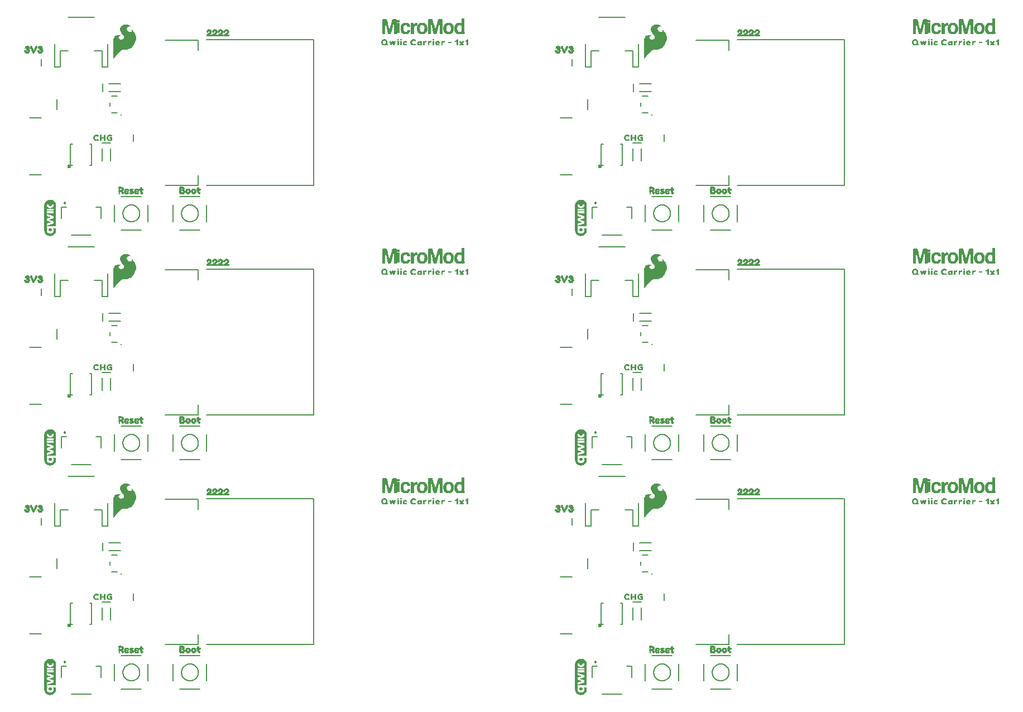
<source format=gto>
G04 EAGLE Gerber RS-274X export*
G75*
%MOMM*%
%FSLAX34Y34*%
%LPD*%
%INSilkscreen Top*%
%IPPOS*%
%AMOC8*
5,1,8,0,0,1.08239X$1,22.5*%
G01*
%ADD10C,0.203200*%
%ADD11R,0.400000X0.040000*%
%ADD12R,0.600000X0.040000*%
%ADD13R,0.080000X0.040000*%
%ADD14R,0.680000X0.040000*%
%ADD15R,0.240000X0.040000*%
%ADD16R,0.720000X0.040000*%
%ADD17R,0.760000X0.040000*%
%ADD18R,0.280000X0.040000*%
%ADD19R,0.800000X0.040000*%
%ADD20R,0.320000X0.040000*%
%ADD21R,0.360000X0.040000*%
%ADD22R,0.560000X0.040000*%
%ADD23R,0.520000X0.040000*%
%ADD24R,0.640000X0.040000*%
%ADD25R,0.480000X0.040000*%
%ADD26R,0.040000X0.040000*%
%ADD27R,0.120000X0.040000*%
%ADD28R,0.160000X0.040000*%
%ADD29R,0.440000X0.040000*%
%ADD30R,0.200000X0.040000*%
%ADD31R,0.840000X0.040000*%
%ADD32C,0.152400*%
%ADD33C,0.600000*%
%ADD34C,0.254000*%

G36*
X956015Y968800D02*
X956015Y968800D01*
X956099Y968803D01*
X956100Y968803D01*
X956101Y968803D01*
X956179Y968846D01*
X956252Y968885D01*
X956252Y968886D01*
X956253Y968886D01*
X956257Y968892D01*
X956340Y969000D01*
X956413Y969145D01*
X956769Y969501D01*
X956776Y969512D01*
X956789Y969523D01*
X957389Y970223D01*
X957393Y970230D01*
X957400Y970237D01*
X958092Y971126D01*
X958983Y972116D01*
X958986Y972121D01*
X958992Y972127D01*
X959987Y973320D01*
X961080Y974513D01*
X962279Y975811D01*
X963579Y977211D01*
X963583Y977218D01*
X963590Y977224D01*
X964680Y978512D01*
X965762Y979594D01*
X966737Y980472D01*
X967689Y981138D01*
X968729Y981611D01*
X969751Y981890D01*
X973600Y981890D01*
X973620Y981895D01*
X973647Y981893D01*
X976047Y982193D01*
X976069Y982201D01*
X976100Y982203D01*
X978300Y982803D01*
X978323Y982815D01*
X978356Y982823D01*
X980356Y983723D01*
X980375Y983737D01*
X980403Y983749D01*
X982303Y984949D01*
X982314Y984959D01*
X982331Y984968D01*
X984031Y986268D01*
X984048Y986289D01*
X984077Y986310D01*
X985577Y987910D01*
X985585Y987924D01*
X985600Y987937D01*
X987000Y989737D01*
X987013Y989764D01*
X987038Y989796D01*
X988938Y993496D01*
X988946Y993527D01*
X988966Y993568D01*
X989966Y997168D01*
X989968Y997202D01*
X989980Y997248D01*
X990180Y1000748D01*
X990174Y1000780D01*
X990176Y1000827D01*
X989676Y1004127D01*
X989665Y1004156D01*
X989658Y1004198D01*
X988658Y1006998D01*
X988644Y1007019D01*
X988634Y1007051D01*
X987334Y1009451D01*
X987308Y1009480D01*
X987269Y1009539D01*
X985569Y1011239D01*
X985539Y1011257D01*
X985502Y1011292D01*
X983902Y1012292D01*
X983836Y1012315D01*
X983772Y1012343D01*
X983755Y1012343D01*
X983738Y1012348D01*
X983669Y1012339D01*
X983599Y1012337D01*
X983584Y1012328D01*
X983566Y1012326D01*
X983508Y1012287D01*
X983447Y1012254D01*
X983437Y1012239D01*
X983422Y1012229D01*
X983387Y1012169D01*
X983347Y1012112D01*
X983344Y1012093D01*
X983336Y1012079D01*
X983333Y1012040D01*
X983320Y1011970D01*
X983320Y1011370D01*
X983327Y1011340D01*
X983327Y1011295D01*
X983413Y1010864D01*
X983237Y1009804D01*
X982998Y1009406D01*
X982583Y1008991D01*
X982022Y1008750D01*
X981453Y1008750D01*
X980138Y1009126D01*
X979397Y1009497D01*
X978035Y1010470D01*
X977358Y1011049D01*
X976899Y1011508D01*
X976422Y1012272D01*
X976419Y1012275D01*
X976416Y1012281D01*
X976049Y1012832D01*
X975872Y1013454D01*
X975785Y1013970D01*
X975868Y1014467D01*
X976047Y1014914D01*
X976322Y1015464D01*
X976676Y1015906D01*
X977414Y1016552D01*
X977792Y1016741D01*
X978133Y1016911D01*
X978867Y1017095D01*
X979721Y1017190D01*
X980953Y1017190D01*
X981308Y1017101D01*
X981344Y1017101D01*
X981400Y1017090D01*
X981500Y1017090D01*
X981561Y1017104D01*
X981624Y1017110D01*
X981645Y1017124D01*
X981669Y1017129D01*
X981717Y1017169D01*
X981770Y1017203D01*
X981783Y1017224D01*
X981802Y1017239D01*
X981828Y1017297D01*
X981861Y1017350D01*
X981863Y1017375D01*
X981873Y1017398D01*
X981871Y1017460D01*
X981877Y1017523D01*
X981868Y1017546D01*
X981867Y1017571D01*
X981837Y1017626D01*
X981814Y1017685D01*
X981794Y1017704D01*
X981784Y1017723D01*
X981753Y1017744D01*
X981711Y1017786D01*
X981417Y1017983D01*
X980721Y1018479D01*
X980706Y1018485D01*
X980692Y1018498D01*
X979492Y1019198D01*
X979468Y1019206D01*
X979441Y1019223D01*
X977941Y1019823D01*
X977923Y1019826D01*
X977902Y1019836D01*
X976102Y1020336D01*
X976068Y1020338D01*
X976019Y1020350D01*
X974019Y1020450D01*
X973981Y1020443D01*
X973916Y1020441D01*
X971716Y1019941D01*
X971682Y1019924D01*
X971624Y1019907D01*
X969324Y1018707D01*
X969299Y1018686D01*
X969258Y1018664D01*
X967558Y1017264D01*
X967535Y1017233D01*
X967487Y1017185D01*
X966387Y1015585D01*
X966373Y1015550D01*
X966341Y1015497D01*
X965741Y1013797D01*
X965738Y1013762D01*
X965736Y1013751D01*
X965727Y1013732D01*
X965728Y1013710D01*
X965720Y1013670D01*
X965720Y1011970D01*
X965729Y1011932D01*
X965735Y1011863D01*
X966235Y1010163D01*
X966249Y1010138D01*
X966260Y1010100D01*
X967160Y1008300D01*
X967179Y1008277D01*
X967198Y1008239D01*
X968498Y1006539D01*
X968515Y1006525D01*
X968531Y1006501D01*
X970222Y1004811D01*
X971478Y1003361D01*
X972120Y1001986D01*
X972120Y1000727D01*
X971761Y999562D01*
X970949Y998660D01*
X969839Y997919D01*
X968547Y997550D01*
X967051Y997550D01*
X966011Y997834D01*
X965191Y998107D01*
X964558Y998649D01*
X964013Y999195D01*
X963756Y999708D01*
X963580Y1000323D01*
X963580Y1000908D01*
X963741Y1001391D01*
X963988Y1001720D01*
X964354Y1002086D01*
X964833Y1002469D01*
X965188Y1002736D01*
X965641Y1002917D01*
X965653Y1002925D01*
X965670Y1002930D01*
X965914Y1003052D01*
X966270Y1003230D01*
X966299Y1003254D01*
X966369Y1003301D01*
X966469Y1003401D01*
X966482Y1003423D01*
X966502Y1003439D01*
X966528Y1003496D01*
X966560Y1003548D01*
X966563Y1003574D01*
X966573Y1003598D01*
X966571Y1003659D01*
X966577Y1003721D01*
X966568Y1003745D01*
X966567Y1003771D01*
X966537Y1003825D01*
X966515Y1003883D01*
X966496Y1003900D01*
X966484Y1003923D01*
X966434Y1003958D01*
X966388Y1004000D01*
X966363Y1004008D01*
X966342Y1004023D01*
X966258Y1004039D01*
X966222Y1004050D01*
X966212Y1004048D01*
X966200Y1004050D01*
X966162Y1004050D01*
X965931Y1004127D01*
X965441Y1004323D01*
X965406Y1004328D01*
X965354Y1004346D01*
X964654Y1004446D01*
X964630Y1004444D01*
X964600Y1004450D01*
X962800Y1004450D01*
X962770Y1004443D01*
X962725Y1004443D01*
X961725Y1004243D01*
X961715Y1004238D01*
X961700Y1004237D01*
X960600Y1003937D01*
X960583Y1003928D01*
X960559Y1003923D01*
X959559Y1003523D01*
X959532Y1003504D01*
X959489Y1003486D01*
X958589Y1002886D01*
X958568Y1002864D01*
X958531Y1002839D01*
X957731Y1002039D01*
X957720Y1002021D01*
X957700Y1002003D01*
X957000Y1001103D01*
X956989Y1001079D01*
X956966Y1001052D01*
X956366Y999952D01*
X956357Y999919D01*
X956334Y999874D01*
X955934Y998474D01*
X955933Y998449D01*
X955923Y998417D01*
X955723Y996817D01*
X955724Y996805D01*
X955720Y996790D01*
X955620Y994890D01*
X955622Y994881D01*
X955620Y994870D01*
X955620Y969170D01*
X955640Y969085D01*
X955659Y969003D01*
X955659Y969002D01*
X955659Y969001D01*
X955716Y968933D01*
X955768Y968869D01*
X955769Y968868D01*
X955847Y968833D01*
X955926Y968797D01*
X955927Y968797D01*
X955928Y968797D01*
X956015Y968800D01*
G37*
G36*
X150835Y968800D02*
X150835Y968800D01*
X150919Y968803D01*
X150920Y968803D01*
X150921Y968803D01*
X150999Y968846D01*
X151072Y968885D01*
X151072Y968886D01*
X151073Y968886D01*
X151077Y968892D01*
X151160Y969000D01*
X151233Y969145D01*
X151589Y969501D01*
X151596Y969512D01*
X151609Y969523D01*
X152209Y970223D01*
X152213Y970230D01*
X152220Y970237D01*
X152912Y971126D01*
X153803Y972116D01*
X153806Y972121D01*
X153812Y972127D01*
X154807Y973320D01*
X155900Y974513D01*
X157099Y975811D01*
X158399Y977211D01*
X158403Y977218D01*
X158410Y977224D01*
X159500Y978512D01*
X160582Y979594D01*
X161557Y980472D01*
X162509Y981138D01*
X163549Y981611D01*
X164571Y981890D01*
X168420Y981890D01*
X168440Y981895D01*
X168467Y981893D01*
X170867Y982193D01*
X170889Y982201D01*
X170920Y982203D01*
X173120Y982803D01*
X173143Y982815D01*
X173176Y982823D01*
X175176Y983723D01*
X175195Y983737D01*
X175223Y983749D01*
X177123Y984949D01*
X177134Y984959D01*
X177151Y984968D01*
X178851Y986268D01*
X178868Y986289D01*
X178897Y986310D01*
X180397Y987910D01*
X180405Y987924D01*
X180420Y987937D01*
X181820Y989737D01*
X181833Y989764D01*
X181858Y989796D01*
X183758Y993496D01*
X183766Y993527D01*
X183786Y993568D01*
X184786Y997168D01*
X184788Y997202D01*
X184800Y997248D01*
X185000Y1000748D01*
X184994Y1000780D01*
X184996Y1000827D01*
X184496Y1004127D01*
X184485Y1004156D01*
X184478Y1004198D01*
X183478Y1006998D01*
X183464Y1007019D01*
X183454Y1007051D01*
X182154Y1009451D01*
X182128Y1009480D01*
X182089Y1009539D01*
X180389Y1011239D01*
X180359Y1011257D01*
X180322Y1011292D01*
X178722Y1012292D01*
X178656Y1012315D01*
X178592Y1012343D01*
X178575Y1012343D01*
X178558Y1012348D01*
X178489Y1012339D01*
X178419Y1012337D01*
X178404Y1012328D01*
X178386Y1012326D01*
X178328Y1012287D01*
X178267Y1012254D01*
X178257Y1012239D01*
X178242Y1012229D01*
X178207Y1012169D01*
X178167Y1012112D01*
X178164Y1012093D01*
X178156Y1012079D01*
X178153Y1012040D01*
X178140Y1011970D01*
X178140Y1011370D01*
X178147Y1011340D01*
X178147Y1011295D01*
X178233Y1010864D01*
X178057Y1009804D01*
X177818Y1009406D01*
X177403Y1008991D01*
X176842Y1008750D01*
X176273Y1008750D01*
X174958Y1009126D01*
X174217Y1009497D01*
X172855Y1010470D01*
X172178Y1011049D01*
X171719Y1011508D01*
X171242Y1012272D01*
X171239Y1012275D01*
X171236Y1012281D01*
X170869Y1012832D01*
X170692Y1013454D01*
X170605Y1013970D01*
X170688Y1014467D01*
X170867Y1014914D01*
X171142Y1015464D01*
X171496Y1015906D01*
X172234Y1016552D01*
X172612Y1016741D01*
X172953Y1016911D01*
X173687Y1017095D01*
X174541Y1017190D01*
X175773Y1017190D01*
X176128Y1017101D01*
X176164Y1017101D01*
X176220Y1017090D01*
X176320Y1017090D01*
X176381Y1017104D01*
X176444Y1017110D01*
X176465Y1017124D01*
X176489Y1017129D01*
X176537Y1017169D01*
X176590Y1017203D01*
X176603Y1017224D01*
X176622Y1017239D01*
X176648Y1017297D01*
X176681Y1017350D01*
X176683Y1017375D01*
X176693Y1017398D01*
X176691Y1017460D01*
X176697Y1017523D01*
X176688Y1017546D01*
X176687Y1017571D01*
X176657Y1017626D01*
X176634Y1017685D01*
X176614Y1017704D01*
X176604Y1017723D01*
X176573Y1017744D01*
X176531Y1017786D01*
X176237Y1017983D01*
X175541Y1018479D01*
X175526Y1018485D01*
X175512Y1018498D01*
X174312Y1019198D01*
X174288Y1019206D01*
X174261Y1019223D01*
X172761Y1019823D01*
X172743Y1019826D01*
X172722Y1019836D01*
X170922Y1020336D01*
X170888Y1020338D01*
X170839Y1020350D01*
X168839Y1020450D01*
X168801Y1020443D01*
X168736Y1020441D01*
X166536Y1019941D01*
X166502Y1019924D01*
X166444Y1019907D01*
X164144Y1018707D01*
X164119Y1018686D01*
X164078Y1018664D01*
X162378Y1017264D01*
X162355Y1017233D01*
X162307Y1017185D01*
X161207Y1015585D01*
X161193Y1015550D01*
X161161Y1015497D01*
X160561Y1013797D01*
X160558Y1013762D01*
X160556Y1013751D01*
X160547Y1013732D01*
X160548Y1013710D01*
X160540Y1013670D01*
X160540Y1011970D01*
X160549Y1011932D01*
X160555Y1011863D01*
X161055Y1010163D01*
X161069Y1010138D01*
X161080Y1010100D01*
X161980Y1008300D01*
X161999Y1008277D01*
X162018Y1008239D01*
X163318Y1006539D01*
X163335Y1006525D01*
X163351Y1006501D01*
X165042Y1004811D01*
X166298Y1003361D01*
X166940Y1001986D01*
X166940Y1000727D01*
X166581Y999562D01*
X165769Y998660D01*
X164659Y997919D01*
X163367Y997550D01*
X161871Y997550D01*
X160831Y997834D01*
X160011Y998107D01*
X159378Y998649D01*
X158833Y999195D01*
X158576Y999708D01*
X158400Y1000323D01*
X158400Y1000908D01*
X158561Y1001391D01*
X158808Y1001720D01*
X159174Y1002086D01*
X159653Y1002469D01*
X160008Y1002736D01*
X160461Y1002917D01*
X160473Y1002925D01*
X160490Y1002930D01*
X160734Y1003052D01*
X161090Y1003230D01*
X161119Y1003254D01*
X161189Y1003301D01*
X161289Y1003401D01*
X161302Y1003423D01*
X161322Y1003439D01*
X161348Y1003496D01*
X161380Y1003548D01*
X161383Y1003574D01*
X161393Y1003598D01*
X161391Y1003659D01*
X161397Y1003721D01*
X161388Y1003745D01*
X161387Y1003771D01*
X161357Y1003825D01*
X161335Y1003883D01*
X161316Y1003900D01*
X161304Y1003923D01*
X161254Y1003958D01*
X161208Y1004000D01*
X161183Y1004008D01*
X161162Y1004023D01*
X161078Y1004039D01*
X161042Y1004050D01*
X161032Y1004048D01*
X161020Y1004050D01*
X160982Y1004050D01*
X160751Y1004127D01*
X160261Y1004323D01*
X160226Y1004328D01*
X160174Y1004346D01*
X159474Y1004446D01*
X159450Y1004444D01*
X159420Y1004450D01*
X157620Y1004450D01*
X157590Y1004443D01*
X157545Y1004443D01*
X156545Y1004243D01*
X156535Y1004238D01*
X156520Y1004237D01*
X155420Y1003937D01*
X155403Y1003928D01*
X155379Y1003923D01*
X154379Y1003523D01*
X154352Y1003504D01*
X154309Y1003486D01*
X153409Y1002886D01*
X153388Y1002864D01*
X153351Y1002839D01*
X152551Y1002039D01*
X152540Y1002021D01*
X152520Y1002003D01*
X151820Y1001103D01*
X151809Y1001079D01*
X151786Y1001052D01*
X151186Y999952D01*
X151177Y999919D01*
X151154Y999874D01*
X150754Y998474D01*
X150753Y998449D01*
X150743Y998417D01*
X150543Y996817D01*
X150544Y996805D01*
X150540Y996790D01*
X150440Y994890D01*
X150442Y994881D01*
X150440Y994870D01*
X150440Y969170D01*
X150460Y969085D01*
X150479Y969003D01*
X150479Y969002D01*
X150479Y969001D01*
X150536Y968933D01*
X150588Y968869D01*
X150589Y968868D01*
X150667Y968833D01*
X150746Y968797D01*
X150747Y968797D01*
X150748Y968797D01*
X150835Y968800D01*
G37*
G36*
X956015Y620820D02*
X956015Y620820D01*
X956099Y620823D01*
X956100Y620823D01*
X956101Y620823D01*
X956179Y620866D01*
X956252Y620905D01*
X956252Y620906D01*
X956253Y620906D01*
X956257Y620912D01*
X956340Y621020D01*
X956413Y621165D01*
X956769Y621521D01*
X956776Y621532D01*
X956789Y621543D01*
X957389Y622243D01*
X957393Y622250D01*
X957400Y622257D01*
X958092Y623146D01*
X958983Y624136D01*
X958986Y624141D01*
X958992Y624147D01*
X959987Y625340D01*
X961080Y626533D01*
X962279Y627831D01*
X963579Y629231D01*
X963583Y629238D01*
X963590Y629244D01*
X964680Y630532D01*
X965762Y631614D01*
X966737Y632492D01*
X967689Y633158D01*
X968730Y633631D01*
X969751Y633910D01*
X973600Y633910D01*
X973620Y633915D01*
X973647Y633913D01*
X976047Y634213D01*
X976069Y634221D01*
X976100Y634223D01*
X978300Y634823D01*
X978323Y634835D01*
X978356Y634843D01*
X980356Y635743D01*
X980375Y635757D01*
X980403Y635769D01*
X982303Y636969D01*
X982314Y636979D01*
X982331Y636988D01*
X984031Y638288D01*
X984048Y638309D01*
X984077Y638330D01*
X985577Y639930D01*
X985585Y639944D01*
X985600Y639957D01*
X987000Y641757D01*
X987013Y641784D01*
X987038Y641816D01*
X988938Y645516D01*
X988946Y645547D01*
X988966Y645588D01*
X989966Y649188D01*
X989968Y649222D01*
X989980Y649268D01*
X990180Y652768D01*
X990174Y652800D01*
X990176Y652847D01*
X989676Y656147D01*
X989665Y656176D01*
X989658Y656218D01*
X988658Y659018D01*
X988644Y659039D01*
X988634Y659071D01*
X987334Y661471D01*
X987308Y661500D01*
X987269Y661559D01*
X985569Y663259D01*
X985539Y663277D01*
X985502Y663312D01*
X983902Y664312D01*
X983836Y664335D01*
X983772Y664363D01*
X983755Y664363D01*
X983738Y664368D01*
X983669Y664359D01*
X983599Y664357D01*
X983584Y664348D01*
X983566Y664346D01*
X983508Y664307D01*
X983447Y664274D01*
X983437Y664259D01*
X983422Y664249D01*
X983387Y664189D01*
X983347Y664132D01*
X983344Y664113D01*
X983336Y664099D01*
X983333Y664060D01*
X983320Y663990D01*
X983320Y663390D01*
X983327Y663360D01*
X983327Y663315D01*
X983413Y662884D01*
X983237Y661824D01*
X982998Y661426D01*
X982583Y661011D01*
X982022Y660770D01*
X981453Y660770D01*
X980138Y661146D01*
X979397Y661517D01*
X978035Y662490D01*
X977358Y663069D01*
X976899Y663528D01*
X976422Y664292D01*
X976419Y664295D01*
X976416Y664301D01*
X976049Y664852D01*
X975872Y665474D01*
X975785Y665990D01*
X975868Y666487D01*
X976047Y666934D01*
X976322Y667484D01*
X976676Y667926D01*
X977414Y668572D01*
X977792Y668761D01*
X978133Y668931D01*
X978867Y669115D01*
X979721Y669210D01*
X980953Y669210D01*
X981308Y669121D01*
X981344Y669121D01*
X981400Y669110D01*
X981500Y669110D01*
X981561Y669124D01*
X981624Y669130D01*
X981645Y669144D01*
X981669Y669149D01*
X981717Y669189D01*
X981770Y669223D01*
X981783Y669244D01*
X981802Y669259D01*
X981828Y669317D01*
X981861Y669370D01*
X981863Y669395D01*
X981873Y669418D01*
X981871Y669480D01*
X981877Y669543D01*
X981868Y669566D01*
X981867Y669591D01*
X981837Y669646D01*
X981814Y669705D01*
X981794Y669724D01*
X981784Y669743D01*
X981753Y669764D01*
X981711Y669806D01*
X981417Y670003D01*
X980721Y670499D01*
X980706Y670505D01*
X980692Y670518D01*
X979492Y671218D01*
X979468Y671226D01*
X979441Y671243D01*
X977941Y671843D01*
X977923Y671846D01*
X977902Y671856D01*
X976102Y672356D01*
X976068Y672358D01*
X976019Y672370D01*
X974019Y672470D01*
X973981Y672463D01*
X973916Y672461D01*
X971716Y671961D01*
X971682Y671944D01*
X971624Y671927D01*
X969324Y670727D01*
X969299Y670706D01*
X969258Y670684D01*
X967558Y669284D01*
X967535Y669253D01*
X967487Y669205D01*
X966387Y667605D01*
X966373Y667570D01*
X966341Y667517D01*
X965741Y665817D01*
X965738Y665782D01*
X965736Y665771D01*
X965727Y665752D01*
X965728Y665730D01*
X965720Y665690D01*
X965720Y663990D01*
X965729Y663952D01*
X965735Y663883D01*
X966235Y662183D01*
X966249Y662158D01*
X966260Y662120D01*
X967160Y660320D01*
X967179Y660297D01*
X967198Y660259D01*
X968498Y658559D01*
X968515Y658545D01*
X968531Y658521D01*
X970222Y656831D01*
X971478Y655381D01*
X972120Y654006D01*
X972120Y652747D01*
X971761Y651582D01*
X970949Y650680D01*
X969839Y649939D01*
X968547Y649570D01*
X967051Y649570D01*
X966011Y649854D01*
X965191Y650127D01*
X964558Y650669D01*
X964013Y651215D01*
X963756Y651728D01*
X963580Y652343D01*
X963580Y652928D01*
X963741Y653411D01*
X963988Y653740D01*
X964354Y654106D01*
X964833Y654489D01*
X965188Y654756D01*
X965641Y654937D01*
X965653Y654945D01*
X965670Y654950D01*
X965914Y655072D01*
X966270Y655250D01*
X966299Y655274D01*
X966369Y655321D01*
X966469Y655421D01*
X966482Y655443D01*
X966502Y655459D01*
X966528Y655516D01*
X966560Y655568D01*
X966563Y655594D01*
X966573Y655618D01*
X966571Y655679D01*
X966577Y655741D01*
X966568Y655765D01*
X966567Y655791D01*
X966537Y655845D01*
X966515Y655903D01*
X966496Y655920D01*
X966484Y655943D01*
X966434Y655978D01*
X966388Y656020D01*
X966363Y656028D01*
X966342Y656043D01*
X966258Y656059D01*
X966222Y656070D01*
X966212Y656068D01*
X966200Y656070D01*
X966162Y656070D01*
X965931Y656147D01*
X965441Y656343D01*
X965406Y656348D01*
X965354Y656366D01*
X964654Y656466D01*
X964630Y656464D01*
X964600Y656470D01*
X962800Y656470D01*
X962770Y656463D01*
X962725Y656463D01*
X961725Y656263D01*
X961715Y656258D01*
X961700Y656257D01*
X960600Y655957D01*
X960583Y655948D01*
X960559Y655943D01*
X959559Y655543D01*
X959532Y655524D01*
X959489Y655506D01*
X958589Y654906D01*
X958568Y654884D01*
X958531Y654859D01*
X957731Y654059D01*
X957720Y654041D01*
X957700Y654023D01*
X957000Y653123D01*
X956989Y653099D01*
X956966Y653072D01*
X956366Y651972D01*
X956357Y651939D01*
X956334Y651894D01*
X955934Y650494D01*
X955933Y650469D01*
X955923Y650437D01*
X955723Y648837D01*
X955724Y648825D01*
X955720Y648810D01*
X955620Y646910D01*
X955622Y646901D01*
X955620Y646890D01*
X955620Y621190D01*
X955640Y621105D01*
X955659Y621023D01*
X955659Y621022D01*
X955659Y621021D01*
X955716Y620953D01*
X955768Y620889D01*
X955769Y620888D01*
X955847Y620853D01*
X955926Y620817D01*
X955927Y620817D01*
X955928Y620817D01*
X956015Y620820D01*
G37*
G36*
X150835Y620820D02*
X150835Y620820D01*
X150919Y620823D01*
X150920Y620823D01*
X150921Y620823D01*
X150999Y620866D01*
X151072Y620905D01*
X151072Y620906D01*
X151073Y620906D01*
X151077Y620912D01*
X151160Y621020D01*
X151233Y621165D01*
X151589Y621521D01*
X151596Y621532D01*
X151609Y621543D01*
X152209Y622243D01*
X152213Y622250D01*
X152220Y622257D01*
X152912Y623146D01*
X153803Y624136D01*
X153806Y624141D01*
X153812Y624147D01*
X154807Y625340D01*
X155900Y626533D01*
X157099Y627831D01*
X158399Y629231D01*
X158403Y629238D01*
X158410Y629244D01*
X159500Y630532D01*
X160582Y631614D01*
X161557Y632492D01*
X162509Y633158D01*
X163550Y633631D01*
X164571Y633910D01*
X168420Y633910D01*
X168440Y633915D01*
X168467Y633913D01*
X170867Y634213D01*
X170889Y634221D01*
X170920Y634223D01*
X173120Y634823D01*
X173143Y634835D01*
X173176Y634843D01*
X175176Y635743D01*
X175195Y635757D01*
X175223Y635769D01*
X177123Y636969D01*
X177134Y636979D01*
X177151Y636988D01*
X178851Y638288D01*
X178868Y638309D01*
X178897Y638330D01*
X180397Y639930D01*
X180405Y639944D01*
X180420Y639957D01*
X181820Y641757D01*
X181833Y641784D01*
X181858Y641816D01*
X183758Y645516D01*
X183766Y645547D01*
X183786Y645588D01*
X184786Y649188D01*
X184788Y649222D01*
X184800Y649268D01*
X185000Y652768D01*
X184994Y652800D01*
X184996Y652847D01*
X184496Y656147D01*
X184485Y656176D01*
X184478Y656218D01*
X183478Y659018D01*
X183464Y659039D01*
X183454Y659071D01*
X182154Y661471D01*
X182128Y661500D01*
X182089Y661559D01*
X180389Y663259D01*
X180359Y663277D01*
X180322Y663312D01*
X178722Y664312D01*
X178656Y664335D01*
X178592Y664363D01*
X178575Y664363D01*
X178558Y664368D01*
X178489Y664359D01*
X178419Y664357D01*
X178404Y664348D01*
X178386Y664346D01*
X178328Y664307D01*
X178267Y664274D01*
X178257Y664259D01*
X178242Y664249D01*
X178207Y664189D01*
X178167Y664132D01*
X178164Y664113D01*
X178156Y664099D01*
X178153Y664060D01*
X178140Y663990D01*
X178140Y663390D01*
X178147Y663360D01*
X178147Y663315D01*
X178233Y662884D01*
X178057Y661824D01*
X177818Y661426D01*
X177403Y661011D01*
X176842Y660770D01*
X176273Y660770D01*
X174958Y661146D01*
X174217Y661517D01*
X172855Y662490D01*
X172178Y663069D01*
X171719Y663528D01*
X171242Y664292D01*
X171239Y664295D01*
X171236Y664301D01*
X170869Y664852D01*
X170692Y665474D01*
X170605Y665990D01*
X170688Y666487D01*
X170867Y666934D01*
X171142Y667484D01*
X171496Y667926D01*
X172234Y668572D01*
X172612Y668761D01*
X172953Y668931D01*
X173687Y669115D01*
X174541Y669210D01*
X175773Y669210D01*
X176128Y669121D01*
X176164Y669121D01*
X176220Y669110D01*
X176320Y669110D01*
X176381Y669124D01*
X176444Y669130D01*
X176465Y669144D01*
X176489Y669149D01*
X176537Y669189D01*
X176590Y669223D01*
X176603Y669244D01*
X176622Y669259D01*
X176648Y669317D01*
X176681Y669370D01*
X176683Y669395D01*
X176693Y669418D01*
X176691Y669480D01*
X176697Y669543D01*
X176688Y669566D01*
X176687Y669591D01*
X176657Y669646D01*
X176634Y669705D01*
X176614Y669724D01*
X176604Y669743D01*
X176573Y669764D01*
X176531Y669806D01*
X176237Y670003D01*
X175541Y670499D01*
X175526Y670505D01*
X175512Y670518D01*
X174312Y671218D01*
X174288Y671226D01*
X174261Y671243D01*
X172761Y671843D01*
X172743Y671846D01*
X172722Y671856D01*
X170922Y672356D01*
X170888Y672358D01*
X170839Y672370D01*
X168839Y672470D01*
X168801Y672463D01*
X168736Y672461D01*
X166536Y671961D01*
X166502Y671944D01*
X166444Y671927D01*
X164144Y670727D01*
X164119Y670706D01*
X164078Y670684D01*
X162378Y669284D01*
X162355Y669253D01*
X162307Y669205D01*
X161207Y667605D01*
X161193Y667570D01*
X161161Y667517D01*
X160561Y665817D01*
X160558Y665782D01*
X160556Y665771D01*
X160547Y665752D01*
X160548Y665730D01*
X160540Y665690D01*
X160540Y663990D01*
X160549Y663952D01*
X160555Y663883D01*
X161055Y662183D01*
X161069Y662158D01*
X161080Y662120D01*
X161980Y660320D01*
X161999Y660297D01*
X162018Y660259D01*
X163318Y658559D01*
X163335Y658545D01*
X163351Y658521D01*
X165042Y656831D01*
X166298Y655381D01*
X166940Y654006D01*
X166940Y652747D01*
X166581Y651582D01*
X165769Y650680D01*
X164659Y649939D01*
X163367Y649570D01*
X161871Y649570D01*
X160831Y649854D01*
X160011Y650127D01*
X159378Y650669D01*
X158833Y651215D01*
X158576Y651728D01*
X158400Y652343D01*
X158400Y652928D01*
X158561Y653411D01*
X158808Y653740D01*
X159174Y654106D01*
X159653Y654489D01*
X160008Y654756D01*
X160461Y654937D01*
X160473Y654945D01*
X160490Y654950D01*
X160734Y655072D01*
X161090Y655250D01*
X161119Y655274D01*
X161189Y655321D01*
X161289Y655421D01*
X161302Y655443D01*
X161322Y655459D01*
X161348Y655516D01*
X161380Y655568D01*
X161383Y655594D01*
X161393Y655618D01*
X161391Y655679D01*
X161397Y655741D01*
X161388Y655765D01*
X161387Y655791D01*
X161357Y655845D01*
X161335Y655903D01*
X161316Y655920D01*
X161304Y655943D01*
X161254Y655978D01*
X161208Y656020D01*
X161183Y656028D01*
X161162Y656043D01*
X161078Y656059D01*
X161042Y656070D01*
X161032Y656068D01*
X161020Y656070D01*
X160982Y656070D01*
X160751Y656147D01*
X160261Y656343D01*
X160226Y656348D01*
X160174Y656366D01*
X159474Y656466D01*
X159450Y656464D01*
X159420Y656470D01*
X157620Y656470D01*
X157590Y656463D01*
X157545Y656463D01*
X156545Y656263D01*
X156535Y656258D01*
X156520Y656257D01*
X155420Y655957D01*
X155403Y655948D01*
X155379Y655943D01*
X154379Y655543D01*
X154352Y655524D01*
X154309Y655506D01*
X153409Y654906D01*
X153388Y654884D01*
X153351Y654859D01*
X152551Y654059D01*
X152540Y654041D01*
X152520Y654023D01*
X151820Y653123D01*
X151809Y653099D01*
X151786Y653072D01*
X151186Y651972D01*
X151177Y651939D01*
X151154Y651894D01*
X150754Y650494D01*
X150753Y650469D01*
X150743Y650437D01*
X150543Y648837D01*
X150544Y648825D01*
X150540Y648810D01*
X150440Y646910D01*
X150442Y646901D01*
X150440Y646890D01*
X150440Y621190D01*
X150460Y621105D01*
X150479Y621023D01*
X150479Y621022D01*
X150479Y621021D01*
X150536Y620953D01*
X150588Y620889D01*
X150589Y620888D01*
X150667Y620853D01*
X150746Y620817D01*
X150747Y620817D01*
X150748Y620817D01*
X150835Y620820D01*
G37*
G36*
X150835Y272840D02*
X150835Y272840D01*
X150919Y272843D01*
X150920Y272843D01*
X150921Y272843D01*
X150999Y272886D01*
X151072Y272925D01*
X151072Y272926D01*
X151073Y272926D01*
X151077Y272932D01*
X151160Y273040D01*
X151233Y273185D01*
X151589Y273541D01*
X151596Y273552D01*
X151609Y273563D01*
X152209Y274263D01*
X152213Y274270D01*
X152220Y274277D01*
X152912Y275166D01*
X153803Y276156D01*
X153806Y276161D01*
X153812Y276167D01*
X154807Y277360D01*
X155900Y278553D01*
X157099Y279851D01*
X158399Y281251D01*
X158403Y281258D01*
X158410Y281264D01*
X159500Y282552D01*
X160582Y283634D01*
X161557Y284512D01*
X162509Y285178D01*
X163549Y285651D01*
X164571Y285930D01*
X168420Y285930D01*
X168440Y285935D01*
X168467Y285933D01*
X170867Y286233D01*
X170889Y286241D01*
X170920Y286243D01*
X173120Y286843D01*
X173143Y286855D01*
X173176Y286863D01*
X175176Y287763D01*
X175195Y287777D01*
X175223Y287789D01*
X177123Y288989D01*
X177134Y288999D01*
X177151Y289008D01*
X178851Y290308D01*
X178868Y290329D01*
X178897Y290350D01*
X180397Y291950D01*
X180405Y291964D01*
X180420Y291977D01*
X181820Y293777D01*
X181833Y293804D01*
X181858Y293836D01*
X183758Y297536D01*
X183766Y297567D01*
X183786Y297608D01*
X184786Y301208D01*
X184788Y301242D01*
X184800Y301288D01*
X185000Y304788D01*
X184994Y304820D01*
X184996Y304867D01*
X184496Y308167D01*
X184485Y308196D01*
X184478Y308238D01*
X183478Y311038D01*
X183464Y311059D01*
X183454Y311091D01*
X182154Y313491D01*
X182128Y313520D01*
X182089Y313579D01*
X180389Y315279D01*
X180359Y315297D01*
X180322Y315332D01*
X178722Y316332D01*
X178656Y316355D01*
X178592Y316383D01*
X178575Y316383D01*
X178558Y316388D01*
X178489Y316379D01*
X178419Y316377D01*
X178404Y316368D01*
X178386Y316366D01*
X178328Y316327D01*
X178267Y316294D01*
X178257Y316279D01*
X178242Y316269D01*
X178207Y316209D01*
X178167Y316152D01*
X178164Y316133D01*
X178156Y316119D01*
X178153Y316080D01*
X178140Y316010D01*
X178140Y315410D01*
X178147Y315380D01*
X178147Y315335D01*
X178233Y314904D01*
X178057Y313844D01*
X177818Y313446D01*
X177403Y313031D01*
X176842Y312790D01*
X176273Y312790D01*
X174958Y313166D01*
X174217Y313537D01*
X172855Y314510D01*
X172178Y315089D01*
X171719Y315548D01*
X171242Y316312D01*
X171239Y316315D01*
X171236Y316321D01*
X170869Y316872D01*
X170692Y317494D01*
X170605Y318010D01*
X170688Y318507D01*
X170867Y318954D01*
X171142Y319504D01*
X171496Y319946D01*
X172234Y320592D01*
X172612Y320781D01*
X172953Y320951D01*
X173687Y321135D01*
X174541Y321230D01*
X175773Y321230D01*
X176128Y321141D01*
X176164Y321141D01*
X176220Y321130D01*
X176320Y321130D01*
X176381Y321144D01*
X176444Y321150D01*
X176465Y321164D01*
X176489Y321169D01*
X176537Y321209D01*
X176590Y321243D01*
X176603Y321264D01*
X176622Y321279D01*
X176648Y321337D01*
X176681Y321390D01*
X176683Y321415D01*
X176693Y321438D01*
X176691Y321500D01*
X176697Y321563D01*
X176688Y321586D01*
X176687Y321611D01*
X176657Y321666D01*
X176634Y321725D01*
X176614Y321744D01*
X176604Y321763D01*
X176573Y321784D01*
X176531Y321826D01*
X176237Y322023D01*
X175541Y322519D01*
X175526Y322525D01*
X175512Y322538D01*
X174312Y323238D01*
X174288Y323246D01*
X174261Y323263D01*
X172761Y323863D01*
X172743Y323866D01*
X172722Y323876D01*
X170922Y324376D01*
X170888Y324378D01*
X170839Y324390D01*
X168839Y324490D01*
X168801Y324483D01*
X168736Y324481D01*
X166536Y323981D01*
X166502Y323964D01*
X166444Y323947D01*
X164144Y322747D01*
X164119Y322726D01*
X164078Y322704D01*
X162378Y321304D01*
X162355Y321273D01*
X162307Y321225D01*
X161207Y319625D01*
X161193Y319590D01*
X161161Y319537D01*
X160561Y317837D01*
X160558Y317802D01*
X160556Y317791D01*
X160547Y317772D01*
X160548Y317750D01*
X160540Y317710D01*
X160540Y316010D01*
X160549Y315972D01*
X160555Y315903D01*
X161055Y314203D01*
X161069Y314178D01*
X161080Y314140D01*
X161980Y312340D01*
X161999Y312317D01*
X162018Y312279D01*
X163318Y310579D01*
X163335Y310565D01*
X163351Y310541D01*
X165042Y308851D01*
X166298Y307401D01*
X166940Y306026D01*
X166940Y304767D01*
X166581Y303602D01*
X165769Y302700D01*
X164659Y301959D01*
X163367Y301590D01*
X161871Y301590D01*
X160831Y301874D01*
X160011Y302147D01*
X159378Y302689D01*
X158833Y303235D01*
X158576Y303748D01*
X158400Y304363D01*
X158400Y304948D01*
X158561Y305431D01*
X158808Y305760D01*
X159174Y306126D01*
X159653Y306509D01*
X160008Y306776D01*
X160461Y306957D01*
X160473Y306965D01*
X160490Y306970D01*
X160734Y307092D01*
X161090Y307270D01*
X161119Y307294D01*
X161189Y307341D01*
X161289Y307441D01*
X161302Y307463D01*
X161322Y307479D01*
X161348Y307536D01*
X161380Y307588D01*
X161383Y307614D01*
X161393Y307638D01*
X161391Y307699D01*
X161397Y307761D01*
X161388Y307785D01*
X161387Y307811D01*
X161357Y307865D01*
X161335Y307923D01*
X161316Y307940D01*
X161304Y307963D01*
X161254Y307998D01*
X161208Y308040D01*
X161183Y308048D01*
X161162Y308063D01*
X161078Y308079D01*
X161042Y308090D01*
X161032Y308088D01*
X161020Y308090D01*
X160982Y308090D01*
X160751Y308167D01*
X160261Y308363D01*
X160226Y308368D01*
X160174Y308386D01*
X159474Y308486D01*
X159450Y308484D01*
X159420Y308490D01*
X157620Y308490D01*
X157590Y308483D01*
X157545Y308483D01*
X156545Y308283D01*
X156535Y308278D01*
X156520Y308277D01*
X155420Y307977D01*
X155403Y307968D01*
X155379Y307963D01*
X154379Y307563D01*
X154352Y307544D01*
X154309Y307526D01*
X153409Y306926D01*
X153388Y306904D01*
X153351Y306879D01*
X152551Y306079D01*
X152540Y306061D01*
X152520Y306043D01*
X151820Y305143D01*
X151809Y305119D01*
X151786Y305092D01*
X151186Y303992D01*
X151177Y303959D01*
X151154Y303914D01*
X150754Y302514D01*
X150753Y302489D01*
X150743Y302457D01*
X150543Y300857D01*
X150544Y300845D01*
X150540Y300830D01*
X150440Y298930D01*
X150442Y298921D01*
X150440Y298910D01*
X150440Y273210D01*
X150460Y273125D01*
X150479Y273043D01*
X150479Y273042D01*
X150479Y273041D01*
X150536Y272973D01*
X150588Y272909D01*
X150589Y272908D01*
X150667Y272873D01*
X150746Y272837D01*
X150747Y272837D01*
X150748Y272837D01*
X150835Y272840D01*
G37*
G36*
X956015Y272840D02*
X956015Y272840D01*
X956099Y272843D01*
X956100Y272843D01*
X956101Y272843D01*
X956179Y272886D01*
X956252Y272925D01*
X956252Y272926D01*
X956253Y272926D01*
X956257Y272932D01*
X956340Y273040D01*
X956413Y273185D01*
X956769Y273541D01*
X956776Y273552D01*
X956789Y273563D01*
X957389Y274263D01*
X957393Y274270D01*
X957400Y274277D01*
X958092Y275166D01*
X958983Y276156D01*
X958986Y276161D01*
X958992Y276167D01*
X959987Y277360D01*
X961080Y278553D01*
X962279Y279851D01*
X963579Y281251D01*
X963583Y281258D01*
X963590Y281264D01*
X964680Y282552D01*
X965762Y283634D01*
X966737Y284512D01*
X967689Y285178D01*
X968729Y285651D01*
X969751Y285930D01*
X973600Y285930D01*
X973620Y285935D01*
X973647Y285933D01*
X976047Y286233D01*
X976069Y286241D01*
X976100Y286243D01*
X978300Y286843D01*
X978323Y286855D01*
X978356Y286863D01*
X980356Y287763D01*
X980375Y287777D01*
X980403Y287789D01*
X982303Y288989D01*
X982314Y288999D01*
X982331Y289008D01*
X984031Y290308D01*
X984048Y290329D01*
X984077Y290350D01*
X985577Y291950D01*
X985585Y291964D01*
X985600Y291977D01*
X987000Y293777D01*
X987013Y293804D01*
X987038Y293836D01*
X988938Y297536D01*
X988946Y297567D01*
X988966Y297608D01*
X989966Y301208D01*
X989968Y301242D01*
X989980Y301288D01*
X990180Y304788D01*
X990174Y304820D01*
X990176Y304867D01*
X989676Y308167D01*
X989665Y308196D01*
X989658Y308238D01*
X988658Y311038D01*
X988644Y311059D01*
X988634Y311091D01*
X987334Y313491D01*
X987308Y313520D01*
X987269Y313579D01*
X985569Y315279D01*
X985539Y315297D01*
X985502Y315332D01*
X983902Y316332D01*
X983836Y316355D01*
X983772Y316383D01*
X983755Y316383D01*
X983738Y316388D01*
X983669Y316379D01*
X983599Y316377D01*
X983584Y316368D01*
X983566Y316366D01*
X983508Y316327D01*
X983447Y316294D01*
X983437Y316279D01*
X983422Y316269D01*
X983387Y316209D01*
X983347Y316152D01*
X983344Y316133D01*
X983336Y316119D01*
X983333Y316080D01*
X983320Y316010D01*
X983320Y315410D01*
X983327Y315380D01*
X983327Y315335D01*
X983413Y314904D01*
X983237Y313844D01*
X982998Y313446D01*
X982583Y313031D01*
X982022Y312790D01*
X981453Y312790D01*
X980138Y313166D01*
X979397Y313537D01*
X978035Y314510D01*
X977358Y315089D01*
X976899Y315548D01*
X976422Y316312D01*
X976419Y316315D01*
X976416Y316321D01*
X976049Y316872D01*
X975872Y317494D01*
X975785Y318010D01*
X975868Y318507D01*
X976047Y318954D01*
X976322Y319504D01*
X976676Y319946D01*
X977414Y320592D01*
X977792Y320781D01*
X978133Y320951D01*
X978867Y321135D01*
X979721Y321230D01*
X980953Y321230D01*
X981308Y321141D01*
X981344Y321141D01*
X981400Y321130D01*
X981500Y321130D01*
X981561Y321144D01*
X981624Y321150D01*
X981645Y321164D01*
X981669Y321169D01*
X981717Y321209D01*
X981770Y321243D01*
X981783Y321264D01*
X981802Y321279D01*
X981828Y321337D01*
X981861Y321390D01*
X981863Y321415D01*
X981873Y321438D01*
X981871Y321500D01*
X981877Y321563D01*
X981868Y321586D01*
X981867Y321611D01*
X981837Y321666D01*
X981814Y321725D01*
X981794Y321744D01*
X981784Y321763D01*
X981753Y321784D01*
X981711Y321826D01*
X981417Y322023D01*
X980721Y322519D01*
X980706Y322525D01*
X980692Y322538D01*
X979492Y323238D01*
X979468Y323246D01*
X979441Y323263D01*
X977941Y323863D01*
X977923Y323866D01*
X977902Y323876D01*
X976102Y324376D01*
X976068Y324378D01*
X976019Y324390D01*
X974019Y324490D01*
X973981Y324483D01*
X973916Y324481D01*
X971716Y323981D01*
X971682Y323964D01*
X971624Y323947D01*
X969324Y322747D01*
X969299Y322726D01*
X969258Y322704D01*
X967558Y321304D01*
X967535Y321273D01*
X967487Y321225D01*
X966387Y319625D01*
X966373Y319590D01*
X966341Y319537D01*
X965741Y317837D01*
X965738Y317802D01*
X965736Y317791D01*
X965727Y317772D01*
X965728Y317750D01*
X965720Y317710D01*
X965720Y316010D01*
X965729Y315972D01*
X965735Y315903D01*
X966235Y314203D01*
X966249Y314178D01*
X966260Y314140D01*
X967160Y312340D01*
X967179Y312317D01*
X967198Y312279D01*
X968498Y310579D01*
X968515Y310565D01*
X968531Y310541D01*
X970222Y308851D01*
X971478Y307401D01*
X972120Y306026D01*
X972120Y304767D01*
X971761Y303602D01*
X970949Y302700D01*
X969839Y301959D01*
X968547Y301590D01*
X967051Y301590D01*
X966011Y301874D01*
X965191Y302147D01*
X964558Y302689D01*
X964013Y303235D01*
X963756Y303748D01*
X963580Y304363D01*
X963580Y304948D01*
X963741Y305431D01*
X963988Y305760D01*
X964354Y306126D01*
X964833Y306509D01*
X965188Y306776D01*
X965641Y306957D01*
X965653Y306965D01*
X965670Y306970D01*
X965914Y307092D01*
X966270Y307270D01*
X966299Y307294D01*
X966369Y307341D01*
X966469Y307441D01*
X966482Y307463D01*
X966502Y307479D01*
X966528Y307536D01*
X966560Y307588D01*
X966563Y307614D01*
X966573Y307638D01*
X966571Y307699D01*
X966577Y307761D01*
X966568Y307785D01*
X966567Y307811D01*
X966537Y307865D01*
X966515Y307923D01*
X966496Y307940D01*
X966484Y307963D01*
X966434Y307998D01*
X966388Y308040D01*
X966363Y308048D01*
X966342Y308063D01*
X966258Y308079D01*
X966222Y308090D01*
X966212Y308088D01*
X966200Y308090D01*
X966162Y308090D01*
X965931Y308167D01*
X965441Y308363D01*
X965406Y308368D01*
X965354Y308386D01*
X964654Y308486D01*
X964630Y308484D01*
X964600Y308490D01*
X962800Y308490D01*
X962770Y308483D01*
X962725Y308483D01*
X961725Y308283D01*
X961715Y308278D01*
X961700Y308277D01*
X960600Y307977D01*
X960583Y307968D01*
X960559Y307963D01*
X959559Y307563D01*
X959532Y307544D01*
X959489Y307526D01*
X958589Y306926D01*
X958568Y306904D01*
X958531Y306879D01*
X957731Y306079D01*
X957720Y306061D01*
X957700Y306043D01*
X957000Y305143D01*
X956989Y305119D01*
X956966Y305092D01*
X956366Y303992D01*
X956357Y303959D01*
X956334Y303914D01*
X955934Y302514D01*
X955933Y302489D01*
X955923Y302457D01*
X955723Y300857D01*
X955724Y300845D01*
X955720Y300830D01*
X955620Y298930D01*
X955622Y298921D01*
X955620Y298910D01*
X955620Y273210D01*
X955640Y273125D01*
X955659Y273043D01*
X955659Y273042D01*
X955659Y273041D01*
X955716Y272973D01*
X955768Y272909D01*
X955769Y272908D01*
X955847Y272873D01*
X955926Y272837D01*
X955927Y272837D01*
X955928Y272837D01*
X956015Y272840D01*
G37*
G36*
X860016Y3601D02*
X860016Y3601D01*
X860021Y3599D01*
X861601Y3759D01*
X861605Y3762D01*
X861613Y3761D01*
X863131Y4226D01*
X863133Y4229D01*
X863138Y4229D01*
X863618Y4447D01*
X863619Y4449D01*
X863622Y4449D01*
X864553Y4954D01*
X864554Y4956D01*
X864556Y4956D01*
X865000Y5241D01*
X865002Y5244D01*
X865006Y5246D01*
X866221Y6267D01*
X866222Y6272D01*
X866229Y6275D01*
X867239Y7500D01*
X867240Y7505D01*
X867246Y7510D01*
X868010Y8900D01*
X868010Y8904D01*
X868012Y8906D01*
X868013Y8907D01*
X868014Y8908D01*
X868203Y9400D01*
X868203Y9402D01*
X868205Y9404D01*
X868518Y10415D01*
X868518Y10417D01*
X868520Y10419D01*
X868640Y10932D01*
X868639Y10936D01*
X868641Y10940D01*
X868801Y12520D01*
X868799Y12523D01*
X868801Y12526D01*
X868804Y15300D01*
X868793Y15318D01*
X868790Y15339D01*
X868773Y15348D01*
X868767Y15357D01*
X868758Y15355D01*
X868744Y15362D01*
X868357Y15378D01*
X868356Y15377D01*
X868355Y15378D01*
X864120Y15378D01*
X864119Y15378D01*
X863726Y15368D01*
X863715Y15361D01*
X863702Y15363D01*
X863689Y15343D01*
X863669Y15330D01*
X863672Y15317D01*
X863664Y15306D01*
X863679Y15272D01*
X863681Y15263D01*
X863684Y15262D01*
X863685Y15259D01*
X864171Y14828D01*
X864498Y14425D01*
X864761Y13978D01*
X864946Y13493D01*
X865063Y12986D01*
X865116Y12468D01*
X865095Y11947D01*
X865046Y11426D01*
X864927Y10919D01*
X864775Y10420D01*
X864537Y9957D01*
X864276Y9507D01*
X863928Y9119D01*
X863558Y8754D01*
X863135Y8449D01*
X862685Y8188D01*
X862209Y7972D01*
X861713Y7812D01*
X861204Y7686D01*
X860687Y7613D01*
X860164Y7573D01*
X859640Y7568D01*
X859117Y7608D01*
X858599Y7675D01*
X858091Y7801D01*
X857593Y7958D01*
X857118Y8175D01*
X856669Y8437D01*
X856248Y8744D01*
X855880Y9112D01*
X855835Y9162D01*
X855780Y9225D01*
X855724Y9288D01*
X855668Y9351D01*
X855612Y9413D01*
X855534Y9501D01*
X855281Y9956D01*
X855054Y10424D01*
X854902Y10923D01*
X854797Y11433D01*
X854749Y11954D01*
X854740Y12475D01*
X854800Y12993D01*
X854923Y13498D01*
X855114Y13981D01*
X855378Y14428D01*
X855700Y14832D01*
X856248Y15262D01*
X856253Y15277D01*
X856266Y15285D01*
X856263Y15307D01*
X856270Y15327D01*
X856259Y15337D01*
X856257Y15353D01*
X856230Y15365D01*
X856221Y15373D01*
X856215Y15372D01*
X856210Y15375D01*
X855710Y15378D01*
X855181Y15378D01*
X854839Y15381D01*
X854839Y18616D01*
X854839Y18617D01*
X854839Y18634D01*
X868457Y18634D01*
X868459Y18635D01*
X868461Y18635D01*
X868745Y18651D01*
X868762Y18664D01*
X868783Y18667D01*
X868791Y18685D01*
X868800Y18692D01*
X868798Y18701D01*
X868804Y18714D01*
X868804Y49642D01*
X868802Y49645D01*
X868804Y49648D01*
X868653Y51229D01*
X868651Y51231D01*
X868652Y51234D01*
X868555Y51752D01*
X868552Y51755D01*
X868553Y51759D01*
X868071Y53271D01*
X868067Y53275D01*
X868066Y53282D01*
X867309Y54678D01*
X867304Y54680D01*
X867302Y54687D01*
X866303Y55920D01*
X866300Y55921D01*
X866298Y55926D01*
X865916Y56289D01*
X865914Y56290D01*
X865913Y56292D01*
X865096Y56966D01*
X865094Y56966D01*
X865092Y56969D01*
X864661Y57272D01*
X864658Y57272D01*
X864655Y57276D01*
X863253Y58020D01*
X863248Y58020D01*
X863243Y58025D01*
X861726Y58495D01*
X861721Y58494D01*
X861716Y58498D01*
X861193Y58568D01*
X861192Y58568D01*
X861191Y58568D01*
X860137Y58674D01*
X860135Y58673D01*
X860132Y58675D01*
X859605Y58683D01*
X859603Y58681D01*
X859598Y58683D01*
X858018Y58523D01*
X858014Y58519D01*
X858006Y58520D01*
X856490Y58049D01*
X856487Y58046D01*
X856482Y58046D01*
X856004Y57823D01*
X856003Y57821D01*
X856001Y57821D01*
X855070Y57316D01*
X855069Y57314D01*
X855066Y57313D01*
X854626Y57023D01*
X854625Y57021D01*
X854621Y57019D01*
X853804Y56346D01*
X853804Y56344D01*
X853802Y56344D01*
X853409Y55992D01*
X853408Y55988D01*
X853402Y55985D01*
X852392Y54760D01*
X852391Y54755D01*
X852385Y54750D01*
X851626Y53356D01*
X851626Y53352D01*
X851622Y53348D01*
X851439Y52853D01*
X851439Y52852D01*
X851438Y52850D01*
X851124Y51839D01*
X851124Y51837D01*
X851122Y51834D01*
X851008Y51320D01*
X851010Y51317D01*
X851007Y51313D01*
X850901Y50259D01*
X850848Y49734D01*
X850849Y49731D01*
X850848Y49727D01*
X850848Y12676D01*
X850849Y12674D01*
X850848Y12670D01*
X850996Y11090D01*
X850997Y11088D01*
X850996Y11085D01*
X851087Y10566D01*
X851090Y10563D01*
X851089Y10558D01*
X851565Y9043D01*
X851569Y9040D01*
X851570Y9032D01*
X852327Y7637D01*
X852331Y7635D01*
X852333Y7629D01*
X852653Y7209D01*
X852654Y7209D01*
X852654Y7207D01*
X853328Y6391D01*
X853331Y6390D01*
X853333Y6386D01*
X853710Y6018D01*
X853712Y6017D01*
X853714Y6014D01*
X854530Y5341D01*
X854532Y5340D01*
X854534Y5338D01*
X854961Y5030D01*
X854965Y5029D01*
X854968Y5025D01*
X856367Y4275D01*
X856372Y4276D01*
X856378Y4271D01*
X857894Y3800D01*
X857899Y3801D01*
X857904Y3798D01*
X858426Y3721D01*
X858427Y3722D01*
X858429Y3721D01*
X859482Y3614D01*
X859484Y3615D01*
X859486Y3614D01*
X860013Y3599D01*
X860016Y3601D01*
G37*
G36*
X54836Y351581D02*
X54836Y351581D01*
X54841Y351579D01*
X56421Y351739D01*
X56425Y351742D01*
X56433Y351741D01*
X57951Y352206D01*
X57953Y352209D01*
X57958Y352209D01*
X58438Y352427D01*
X58439Y352429D01*
X58442Y352429D01*
X59373Y352934D01*
X59374Y352936D01*
X59376Y352936D01*
X59820Y353221D01*
X59822Y353224D01*
X59826Y353226D01*
X61041Y354247D01*
X61042Y354252D01*
X61049Y354255D01*
X62059Y355480D01*
X62060Y355485D01*
X62066Y355490D01*
X62830Y356880D01*
X62830Y356884D01*
X62832Y356886D01*
X62833Y356887D01*
X62834Y356888D01*
X63023Y357380D01*
X63023Y357382D01*
X63025Y357384D01*
X63338Y358395D01*
X63338Y358397D01*
X63340Y358399D01*
X63460Y358912D01*
X63459Y358916D01*
X63461Y358920D01*
X63621Y360500D01*
X63619Y360503D01*
X63621Y360506D01*
X63624Y363280D01*
X63613Y363298D01*
X63610Y363319D01*
X63593Y363328D01*
X63587Y363337D01*
X63578Y363335D01*
X63564Y363342D01*
X63177Y363358D01*
X63176Y363357D01*
X63175Y363358D01*
X58940Y363358D01*
X58939Y363358D01*
X58546Y363348D01*
X58535Y363341D01*
X58522Y363343D01*
X58509Y363323D01*
X58489Y363310D01*
X58492Y363297D01*
X58484Y363286D01*
X58499Y363252D01*
X58501Y363243D01*
X58504Y363242D01*
X58505Y363239D01*
X58991Y362808D01*
X59318Y362405D01*
X59581Y361958D01*
X59766Y361473D01*
X59883Y360966D01*
X59936Y360448D01*
X59915Y359927D01*
X59866Y359406D01*
X59747Y358899D01*
X59595Y358400D01*
X59357Y357937D01*
X59096Y357487D01*
X58748Y357099D01*
X58378Y356734D01*
X57955Y356429D01*
X57505Y356168D01*
X57029Y355952D01*
X56533Y355792D01*
X56024Y355666D01*
X55507Y355593D01*
X54984Y355553D01*
X54460Y355548D01*
X53937Y355588D01*
X53419Y355655D01*
X52911Y355781D01*
X52413Y355938D01*
X51938Y356155D01*
X51489Y356417D01*
X51068Y356724D01*
X50700Y357092D01*
X50655Y357142D01*
X50600Y357205D01*
X50544Y357268D01*
X50488Y357331D01*
X50432Y357393D01*
X50354Y357481D01*
X50101Y357936D01*
X49874Y358404D01*
X49722Y358903D01*
X49617Y359413D01*
X49569Y359934D01*
X49560Y360455D01*
X49620Y360973D01*
X49743Y361478D01*
X49934Y361961D01*
X50198Y362408D01*
X50520Y362812D01*
X51068Y363242D01*
X51073Y363257D01*
X51086Y363265D01*
X51083Y363287D01*
X51090Y363307D01*
X51079Y363317D01*
X51077Y363333D01*
X51050Y363345D01*
X51041Y363353D01*
X51035Y363352D01*
X51030Y363355D01*
X50530Y363358D01*
X50001Y363358D01*
X49659Y363361D01*
X49659Y366596D01*
X49659Y366597D01*
X49659Y366614D01*
X63277Y366614D01*
X63279Y366615D01*
X63281Y366615D01*
X63565Y366631D01*
X63582Y366644D01*
X63603Y366647D01*
X63611Y366665D01*
X63620Y366672D01*
X63618Y366681D01*
X63624Y366694D01*
X63624Y397622D01*
X63622Y397625D01*
X63624Y397628D01*
X63473Y399209D01*
X63471Y399211D01*
X63472Y399214D01*
X63375Y399732D01*
X63372Y399735D01*
X63373Y399739D01*
X62891Y401251D01*
X62887Y401255D01*
X62886Y401262D01*
X62129Y402658D01*
X62124Y402660D01*
X62122Y402667D01*
X61123Y403900D01*
X61120Y403901D01*
X61118Y403906D01*
X60736Y404269D01*
X60734Y404270D01*
X60733Y404272D01*
X59916Y404946D01*
X59914Y404946D01*
X59912Y404949D01*
X59481Y405252D01*
X59478Y405252D01*
X59475Y405256D01*
X58073Y406000D01*
X58068Y406000D01*
X58063Y406005D01*
X56546Y406475D01*
X56541Y406474D01*
X56536Y406478D01*
X56013Y406548D01*
X56012Y406548D01*
X56011Y406548D01*
X54957Y406654D01*
X54955Y406653D01*
X54952Y406655D01*
X54425Y406663D01*
X54423Y406661D01*
X54418Y406663D01*
X52838Y406503D01*
X52834Y406499D01*
X52826Y406500D01*
X51310Y406029D01*
X51307Y406026D01*
X51302Y406026D01*
X50824Y405803D01*
X50823Y405801D01*
X50821Y405801D01*
X49890Y405296D01*
X49889Y405294D01*
X49886Y405293D01*
X49446Y405003D01*
X49445Y405001D01*
X49441Y404999D01*
X48624Y404326D01*
X48624Y404324D01*
X48622Y404324D01*
X48229Y403972D01*
X48228Y403968D01*
X48222Y403965D01*
X47212Y402740D01*
X47211Y402735D01*
X47205Y402730D01*
X46446Y401336D01*
X46446Y401332D01*
X46442Y401328D01*
X46259Y400833D01*
X46259Y400832D01*
X46258Y400830D01*
X45944Y399819D01*
X45944Y399817D01*
X45942Y399814D01*
X45828Y399300D01*
X45830Y399297D01*
X45827Y399293D01*
X45721Y398239D01*
X45668Y397714D01*
X45669Y397711D01*
X45668Y397707D01*
X45668Y360656D01*
X45669Y360654D01*
X45668Y360650D01*
X45816Y359070D01*
X45817Y359068D01*
X45816Y359065D01*
X45907Y358546D01*
X45910Y358543D01*
X45909Y358538D01*
X46385Y357023D01*
X46389Y357020D01*
X46390Y357012D01*
X47147Y355617D01*
X47151Y355615D01*
X47153Y355609D01*
X47473Y355189D01*
X47474Y355189D01*
X47474Y355187D01*
X48148Y354371D01*
X48151Y354370D01*
X48153Y354366D01*
X48530Y353998D01*
X48532Y353997D01*
X48534Y353994D01*
X49350Y353321D01*
X49352Y353320D01*
X49354Y353318D01*
X49781Y353010D01*
X49785Y353009D01*
X49788Y353005D01*
X51187Y352255D01*
X51192Y352256D01*
X51198Y352251D01*
X52714Y351780D01*
X52719Y351781D01*
X52724Y351778D01*
X53246Y351701D01*
X53247Y351702D01*
X53249Y351701D01*
X54302Y351594D01*
X54304Y351595D01*
X54306Y351594D01*
X54833Y351579D01*
X54836Y351581D01*
G37*
G36*
X54836Y3601D02*
X54836Y3601D01*
X54841Y3599D01*
X56421Y3759D01*
X56425Y3762D01*
X56433Y3761D01*
X57951Y4226D01*
X57953Y4229D01*
X57958Y4229D01*
X58438Y4447D01*
X58439Y4449D01*
X58442Y4449D01*
X59373Y4954D01*
X59374Y4956D01*
X59376Y4956D01*
X59820Y5241D01*
X59822Y5244D01*
X59826Y5246D01*
X61041Y6267D01*
X61042Y6272D01*
X61049Y6275D01*
X62059Y7500D01*
X62060Y7505D01*
X62066Y7510D01*
X62830Y8900D01*
X62830Y8904D01*
X62832Y8906D01*
X62833Y8907D01*
X62834Y8908D01*
X63023Y9400D01*
X63023Y9402D01*
X63025Y9404D01*
X63338Y10415D01*
X63338Y10417D01*
X63340Y10419D01*
X63460Y10932D01*
X63459Y10936D01*
X63461Y10940D01*
X63621Y12520D01*
X63619Y12523D01*
X63621Y12526D01*
X63624Y15300D01*
X63613Y15318D01*
X63610Y15339D01*
X63593Y15348D01*
X63587Y15357D01*
X63578Y15355D01*
X63564Y15362D01*
X63177Y15378D01*
X63176Y15377D01*
X63175Y15378D01*
X58940Y15378D01*
X58939Y15378D01*
X58546Y15368D01*
X58535Y15361D01*
X58522Y15363D01*
X58509Y15343D01*
X58489Y15330D01*
X58492Y15317D01*
X58484Y15306D01*
X58499Y15272D01*
X58501Y15263D01*
X58504Y15262D01*
X58505Y15259D01*
X58991Y14828D01*
X59318Y14425D01*
X59581Y13978D01*
X59766Y13493D01*
X59883Y12986D01*
X59936Y12468D01*
X59915Y11947D01*
X59866Y11426D01*
X59747Y10919D01*
X59595Y10420D01*
X59357Y9957D01*
X59096Y9507D01*
X58748Y9119D01*
X58378Y8754D01*
X57955Y8449D01*
X57505Y8188D01*
X57029Y7972D01*
X56533Y7812D01*
X56024Y7686D01*
X55507Y7613D01*
X54984Y7573D01*
X54460Y7568D01*
X53937Y7608D01*
X53419Y7675D01*
X52911Y7801D01*
X52413Y7958D01*
X51938Y8175D01*
X51489Y8437D01*
X51068Y8744D01*
X50700Y9112D01*
X50655Y9162D01*
X50600Y9225D01*
X50544Y9288D01*
X50488Y9351D01*
X50432Y9413D01*
X50354Y9501D01*
X50101Y9956D01*
X49874Y10424D01*
X49722Y10923D01*
X49617Y11433D01*
X49569Y11954D01*
X49560Y12475D01*
X49620Y12993D01*
X49743Y13498D01*
X49934Y13981D01*
X50198Y14428D01*
X50520Y14832D01*
X51068Y15262D01*
X51073Y15277D01*
X51086Y15285D01*
X51083Y15307D01*
X51090Y15327D01*
X51079Y15337D01*
X51077Y15353D01*
X51050Y15365D01*
X51041Y15373D01*
X51035Y15372D01*
X51030Y15375D01*
X50530Y15378D01*
X50001Y15378D01*
X49659Y15381D01*
X49659Y18616D01*
X49659Y18617D01*
X49659Y18634D01*
X63277Y18634D01*
X63279Y18635D01*
X63281Y18635D01*
X63565Y18651D01*
X63582Y18664D01*
X63603Y18667D01*
X63611Y18685D01*
X63620Y18692D01*
X63618Y18701D01*
X63624Y18714D01*
X63624Y49642D01*
X63622Y49645D01*
X63624Y49648D01*
X63473Y51229D01*
X63471Y51231D01*
X63472Y51234D01*
X63375Y51752D01*
X63372Y51755D01*
X63373Y51759D01*
X62891Y53271D01*
X62887Y53275D01*
X62886Y53282D01*
X62129Y54678D01*
X62124Y54680D01*
X62122Y54687D01*
X61123Y55920D01*
X61120Y55921D01*
X61118Y55926D01*
X60736Y56289D01*
X60734Y56290D01*
X60733Y56292D01*
X59916Y56966D01*
X59914Y56966D01*
X59912Y56969D01*
X59481Y57272D01*
X59478Y57272D01*
X59475Y57276D01*
X58073Y58020D01*
X58068Y58020D01*
X58063Y58025D01*
X56546Y58495D01*
X56541Y58494D01*
X56536Y58498D01*
X56013Y58568D01*
X56012Y58568D01*
X56011Y58568D01*
X54957Y58674D01*
X54955Y58673D01*
X54952Y58675D01*
X54425Y58683D01*
X54423Y58681D01*
X54418Y58683D01*
X52838Y58523D01*
X52834Y58519D01*
X52826Y58520D01*
X51310Y58049D01*
X51307Y58046D01*
X51302Y58046D01*
X50824Y57823D01*
X50823Y57821D01*
X50821Y57821D01*
X49890Y57316D01*
X49889Y57314D01*
X49886Y57313D01*
X49446Y57023D01*
X49445Y57021D01*
X49441Y57019D01*
X48624Y56346D01*
X48624Y56344D01*
X48622Y56344D01*
X48229Y55992D01*
X48228Y55988D01*
X48222Y55985D01*
X47212Y54760D01*
X47211Y54755D01*
X47205Y54750D01*
X46446Y53356D01*
X46446Y53352D01*
X46442Y53348D01*
X46259Y52853D01*
X46259Y52852D01*
X46258Y52850D01*
X45944Y51839D01*
X45944Y51837D01*
X45942Y51834D01*
X45828Y51320D01*
X45830Y51317D01*
X45827Y51313D01*
X45721Y50259D01*
X45668Y49734D01*
X45669Y49731D01*
X45668Y49727D01*
X45668Y12676D01*
X45669Y12674D01*
X45668Y12670D01*
X45816Y11090D01*
X45817Y11088D01*
X45816Y11085D01*
X45907Y10566D01*
X45910Y10563D01*
X45909Y10558D01*
X46385Y9043D01*
X46389Y9040D01*
X46390Y9032D01*
X47147Y7637D01*
X47151Y7635D01*
X47153Y7629D01*
X47473Y7209D01*
X47474Y7209D01*
X47474Y7207D01*
X48148Y6391D01*
X48151Y6390D01*
X48153Y6386D01*
X48530Y6018D01*
X48532Y6017D01*
X48534Y6014D01*
X49350Y5341D01*
X49352Y5340D01*
X49354Y5338D01*
X49781Y5030D01*
X49785Y5029D01*
X49788Y5025D01*
X51187Y4275D01*
X51192Y4276D01*
X51198Y4271D01*
X52714Y3800D01*
X52719Y3801D01*
X52724Y3798D01*
X53246Y3721D01*
X53247Y3722D01*
X53249Y3721D01*
X54302Y3614D01*
X54304Y3615D01*
X54306Y3614D01*
X54833Y3599D01*
X54836Y3601D01*
G37*
G36*
X860016Y351581D02*
X860016Y351581D01*
X860021Y351579D01*
X861601Y351739D01*
X861605Y351742D01*
X861613Y351741D01*
X863131Y352206D01*
X863133Y352209D01*
X863138Y352209D01*
X863618Y352427D01*
X863619Y352429D01*
X863622Y352429D01*
X864553Y352934D01*
X864554Y352936D01*
X864556Y352936D01*
X865000Y353221D01*
X865002Y353224D01*
X865006Y353226D01*
X866221Y354247D01*
X866222Y354252D01*
X866229Y354255D01*
X867239Y355480D01*
X867240Y355485D01*
X867246Y355490D01*
X868010Y356880D01*
X868010Y356884D01*
X868012Y356886D01*
X868013Y356887D01*
X868014Y356888D01*
X868203Y357380D01*
X868203Y357382D01*
X868205Y357384D01*
X868518Y358395D01*
X868518Y358397D01*
X868520Y358399D01*
X868640Y358912D01*
X868639Y358916D01*
X868641Y358920D01*
X868801Y360500D01*
X868799Y360503D01*
X868801Y360506D01*
X868804Y363280D01*
X868793Y363298D01*
X868790Y363319D01*
X868773Y363328D01*
X868767Y363337D01*
X868758Y363335D01*
X868744Y363342D01*
X868357Y363358D01*
X868356Y363357D01*
X868355Y363358D01*
X864120Y363358D01*
X864119Y363358D01*
X863726Y363348D01*
X863715Y363341D01*
X863702Y363343D01*
X863689Y363323D01*
X863669Y363310D01*
X863672Y363297D01*
X863664Y363286D01*
X863679Y363252D01*
X863681Y363243D01*
X863684Y363242D01*
X863685Y363239D01*
X864171Y362808D01*
X864498Y362405D01*
X864761Y361958D01*
X864946Y361473D01*
X865063Y360966D01*
X865116Y360448D01*
X865095Y359927D01*
X865046Y359406D01*
X864927Y358899D01*
X864775Y358400D01*
X864537Y357937D01*
X864276Y357487D01*
X863928Y357099D01*
X863558Y356734D01*
X863135Y356429D01*
X862685Y356168D01*
X862209Y355952D01*
X861713Y355792D01*
X861204Y355666D01*
X860687Y355593D01*
X860164Y355553D01*
X859640Y355548D01*
X859117Y355588D01*
X858599Y355655D01*
X858091Y355781D01*
X857593Y355938D01*
X857118Y356155D01*
X856669Y356417D01*
X856248Y356724D01*
X855880Y357092D01*
X855835Y357142D01*
X855780Y357205D01*
X855724Y357268D01*
X855668Y357331D01*
X855612Y357393D01*
X855534Y357481D01*
X855281Y357936D01*
X855054Y358404D01*
X854902Y358903D01*
X854797Y359413D01*
X854749Y359934D01*
X854740Y360455D01*
X854800Y360973D01*
X854923Y361478D01*
X855114Y361961D01*
X855378Y362408D01*
X855700Y362812D01*
X856248Y363242D01*
X856253Y363257D01*
X856266Y363265D01*
X856263Y363287D01*
X856270Y363307D01*
X856259Y363317D01*
X856257Y363333D01*
X856230Y363345D01*
X856221Y363353D01*
X856215Y363352D01*
X856210Y363355D01*
X855710Y363358D01*
X855181Y363358D01*
X854839Y363361D01*
X854839Y366596D01*
X854839Y366597D01*
X854839Y366614D01*
X868457Y366614D01*
X868459Y366615D01*
X868461Y366615D01*
X868745Y366631D01*
X868762Y366644D01*
X868783Y366647D01*
X868791Y366665D01*
X868800Y366672D01*
X868798Y366681D01*
X868804Y366694D01*
X868804Y397622D01*
X868802Y397625D01*
X868804Y397628D01*
X868653Y399209D01*
X868651Y399211D01*
X868652Y399214D01*
X868555Y399732D01*
X868552Y399735D01*
X868553Y399739D01*
X868071Y401251D01*
X868067Y401255D01*
X868066Y401262D01*
X867309Y402658D01*
X867304Y402660D01*
X867302Y402667D01*
X866303Y403900D01*
X866300Y403901D01*
X866298Y403906D01*
X865916Y404269D01*
X865914Y404270D01*
X865913Y404272D01*
X865096Y404946D01*
X865094Y404946D01*
X865092Y404949D01*
X864661Y405252D01*
X864658Y405252D01*
X864655Y405256D01*
X863253Y406000D01*
X863248Y406000D01*
X863243Y406005D01*
X861726Y406475D01*
X861721Y406474D01*
X861716Y406478D01*
X861193Y406548D01*
X861192Y406548D01*
X861191Y406548D01*
X860137Y406654D01*
X860135Y406653D01*
X860132Y406655D01*
X859605Y406663D01*
X859603Y406661D01*
X859598Y406663D01*
X858018Y406503D01*
X858014Y406499D01*
X858006Y406500D01*
X856490Y406029D01*
X856487Y406026D01*
X856482Y406026D01*
X856004Y405803D01*
X856003Y405801D01*
X856001Y405801D01*
X855070Y405296D01*
X855069Y405294D01*
X855066Y405293D01*
X854626Y405003D01*
X854625Y405001D01*
X854621Y404999D01*
X853804Y404326D01*
X853804Y404324D01*
X853802Y404324D01*
X853409Y403972D01*
X853408Y403968D01*
X853402Y403965D01*
X852392Y402740D01*
X852391Y402735D01*
X852385Y402730D01*
X851626Y401336D01*
X851626Y401332D01*
X851622Y401328D01*
X851439Y400833D01*
X851439Y400832D01*
X851438Y400830D01*
X851124Y399819D01*
X851124Y399817D01*
X851122Y399814D01*
X851008Y399300D01*
X851010Y399297D01*
X851007Y399293D01*
X850901Y398239D01*
X850848Y397714D01*
X850849Y397711D01*
X850848Y397707D01*
X850848Y360656D01*
X850849Y360654D01*
X850848Y360650D01*
X850996Y359070D01*
X850997Y359068D01*
X850996Y359065D01*
X851087Y358546D01*
X851090Y358543D01*
X851089Y358538D01*
X851565Y357023D01*
X851569Y357020D01*
X851570Y357012D01*
X852327Y355617D01*
X852331Y355615D01*
X852333Y355609D01*
X852653Y355189D01*
X852654Y355189D01*
X852654Y355187D01*
X853328Y354371D01*
X853331Y354370D01*
X853333Y354366D01*
X853710Y353998D01*
X853712Y353997D01*
X853714Y353994D01*
X854530Y353321D01*
X854532Y353320D01*
X854534Y353318D01*
X854961Y353010D01*
X854965Y353009D01*
X854968Y353005D01*
X856367Y352255D01*
X856372Y352256D01*
X856378Y352251D01*
X857894Y351780D01*
X857899Y351781D01*
X857904Y351778D01*
X858426Y351701D01*
X858427Y351702D01*
X858429Y351701D01*
X859482Y351594D01*
X859484Y351595D01*
X859486Y351594D01*
X860013Y351579D01*
X860016Y351581D01*
G37*
G36*
X54836Y699561D02*
X54836Y699561D01*
X54841Y699559D01*
X56421Y699719D01*
X56425Y699722D01*
X56433Y699721D01*
X57951Y700186D01*
X57953Y700189D01*
X57958Y700189D01*
X58438Y700407D01*
X58439Y700409D01*
X58442Y700409D01*
X59373Y700914D01*
X59374Y700916D01*
X59376Y700916D01*
X59820Y701201D01*
X59822Y701204D01*
X59826Y701206D01*
X61041Y702227D01*
X61042Y702232D01*
X61049Y702235D01*
X62059Y703460D01*
X62060Y703465D01*
X62066Y703470D01*
X62830Y704860D01*
X62830Y704864D01*
X62832Y704866D01*
X62833Y704867D01*
X62834Y704868D01*
X63023Y705360D01*
X63023Y705362D01*
X63025Y705364D01*
X63338Y706375D01*
X63338Y706377D01*
X63340Y706379D01*
X63460Y706892D01*
X63459Y706896D01*
X63461Y706900D01*
X63621Y708480D01*
X63619Y708483D01*
X63621Y708486D01*
X63624Y711260D01*
X63613Y711278D01*
X63610Y711299D01*
X63593Y711308D01*
X63587Y711317D01*
X63578Y711315D01*
X63564Y711322D01*
X63177Y711338D01*
X63176Y711337D01*
X63175Y711338D01*
X58940Y711338D01*
X58939Y711338D01*
X58546Y711328D01*
X58535Y711321D01*
X58522Y711323D01*
X58509Y711303D01*
X58489Y711290D01*
X58492Y711277D01*
X58484Y711266D01*
X58499Y711232D01*
X58501Y711223D01*
X58504Y711222D01*
X58505Y711219D01*
X58991Y710788D01*
X59318Y710385D01*
X59581Y709938D01*
X59766Y709453D01*
X59883Y708946D01*
X59936Y708428D01*
X59915Y707907D01*
X59866Y707386D01*
X59747Y706879D01*
X59595Y706380D01*
X59357Y705917D01*
X59096Y705467D01*
X58748Y705079D01*
X58378Y704714D01*
X57955Y704409D01*
X57505Y704148D01*
X57029Y703932D01*
X56533Y703772D01*
X56024Y703646D01*
X55507Y703573D01*
X54984Y703533D01*
X54460Y703528D01*
X53937Y703568D01*
X53419Y703635D01*
X52911Y703761D01*
X52413Y703918D01*
X51938Y704135D01*
X51489Y704397D01*
X51068Y704704D01*
X50700Y705072D01*
X50655Y705122D01*
X50600Y705185D01*
X50544Y705248D01*
X50488Y705311D01*
X50432Y705373D01*
X50354Y705461D01*
X50101Y705916D01*
X49874Y706384D01*
X49722Y706883D01*
X49617Y707393D01*
X49569Y707914D01*
X49560Y708435D01*
X49620Y708953D01*
X49743Y709458D01*
X49934Y709941D01*
X50198Y710388D01*
X50520Y710792D01*
X51068Y711222D01*
X51073Y711237D01*
X51086Y711245D01*
X51083Y711267D01*
X51090Y711287D01*
X51079Y711297D01*
X51077Y711313D01*
X51050Y711325D01*
X51041Y711333D01*
X51035Y711332D01*
X51030Y711335D01*
X50530Y711338D01*
X50001Y711338D01*
X49659Y711341D01*
X49659Y714576D01*
X49659Y714577D01*
X49659Y714594D01*
X63277Y714594D01*
X63279Y714595D01*
X63281Y714595D01*
X63565Y714611D01*
X63582Y714624D01*
X63603Y714627D01*
X63611Y714645D01*
X63620Y714652D01*
X63618Y714661D01*
X63624Y714674D01*
X63624Y745602D01*
X63622Y745605D01*
X63624Y745608D01*
X63473Y747189D01*
X63471Y747191D01*
X63472Y747194D01*
X63375Y747712D01*
X63372Y747715D01*
X63373Y747719D01*
X62891Y749231D01*
X62887Y749235D01*
X62886Y749242D01*
X62129Y750638D01*
X62124Y750640D01*
X62122Y750647D01*
X61123Y751880D01*
X61120Y751881D01*
X61118Y751886D01*
X60736Y752249D01*
X60734Y752250D01*
X60733Y752252D01*
X59916Y752926D01*
X59914Y752926D01*
X59912Y752929D01*
X59481Y753232D01*
X59478Y753232D01*
X59475Y753236D01*
X58073Y753980D01*
X58068Y753980D01*
X58063Y753985D01*
X56546Y754455D01*
X56541Y754454D01*
X56536Y754458D01*
X56013Y754528D01*
X56012Y754528D01*
X56011Y754528D01*
X54957Y754634D01*
X54955Y754633D01*
X54952Y754635D01*
X54425Y754643D01*
X54423Y754641D01*
X54418Y754643D01*
X52838Y754483D01*
X52834Y754479D01*
X52826Y754480D01*
X51310Y754009D01*
X51307Y754006D01*
X51302Y754006D01*
X50824Y753783D01*
X50823Y753781D01*
X50821Y753781D01*
X49890Y753276D01*
X49889Y753274D01*
X49886Y753273D01*
X49446Y752983D01*
X49445Y752981D01*
X49441Y752979D01*
X48624Y752306D01*
X48624Y752304D01*
X48622Y752304D01*
X48229Y751952D01*
X48228Y751948D01*
X48222Y751945D01*
X47212Y750720D01*
X47211Y750715D01*
X47205Y750710D01*
X46446Y749316D01*
X46446Y749312D01*
X46442Y749308D01*
X46259Y748813D01*
X46259Y748812D01*
X46258Y748810D01*
X45944Y747799D01*
X45944Y747797D01*
X45942Y747794D01*
X45828Y747280D01*
X45830Y747277D01*
X45827Y747273D01*
X45721Y746219D01*
X45668Y745694D01*
X45669Y745691D01*
X45668Y745687D01*
X45668Y708636D01*
X45669Y708634D01*
X45668Y708630D01*
X45816Y707050D01*
X45817Y707048D01*
X45816Y707045D01*
X45907Y706526D01*
X45910Y706523D01*
X45909Y706518D01*
X46385Y705003D01*
X46389Y705000D01*
X46390Y704992D01*
X47147Y703597D01*
X47151Y703595D01*
X47153Y703589D01*
X47473Y703169D01*
X47474Y703169D01*
X47474Y703167D01*
X48148Y702351D01*
X48151Y702350D01*
X48153Y702346D01*
X48530Y701978D01*
X48532Y701977D01*
X48534Y701974D01*
X49350Y701301D01*
X49352Y701300D01*
X49354Y701298D01*
X49781Y700990D01*
X49785Y700989D01*
X49788Y700985D01*
X51187Y700235D01*
X51192Y700236D01*
X51198Y700231D01*
X52714Y699760D01*
X52719Y699761D01*
X52724Y699758D01*
X53246Y699681D01*
X53247Y699682D01*
X53249Y699681D01*
X54302Y699574D01*
X54304Y699575D01*
X54306Y699574D01*
X54833Y699559D01*
X54836Y699561D01*
G37*
G36*
X860016Y699561D02*
X860016Y699561D01*
X860021Y699559D01*
X861601Y699719D01*
X861605Y699722D01*
X861613Y699721D01*
X863131Y700186D01*
X863133Y700189D01*
X863138Y700189D01*
X863618Y700407D01*
X863619Y700409D01*
X863622Y700409D01*
X864553Y700914D01*
X864554Y700916D01*
X864556Y700916D01*
X865000Y701201D01*
X865002Y701204D01*
X865006Y701206D01*
X866221Y702227D01*
X866222Y702232D01*
X866229Y702235D01*
X867239Y703460D01*
X867240Y703465D01*
X867246Y703470D01*
X868010Y704860D01*
X868010Y704864D01*
X868012Y704866D01*
X868013Y704867D01*
X868014Y704868D01*
X868203Y705360D01*
X868203Y705362D01*
X868205Y705364D01*
X868518Y706375D01*
X868518Y706377D01*
X868520Y706379D01*
X868640Y706892D01*
X868639Y706896D01*
X868641Y706900D01*
X868801Y708480D01*
X868799Y708483D01*
X868801Y708486D01*
X868804Y711260D01*
X868793Y711278D01*
X868790Y711299D01*
X868773Y711308D01*
X868767Y711317D01*
X868758Y711315D01*
X868744Y711322D01*
X868357Y711338D01*
X868356Y711337D01*
X868355Y711338D01*
X864120Y711338D01*
X864119Y711338D01*
X863726Y711328D01*
X863715Y711321D01*
X863702Y711323D01*
X863689Y711303D01*
X863669Y711290D01*
X863672Y711277D01*
X863664Y711266D01*
X863679Y711232D01*
X863681Y711223D01*
X863684Y711222D01*
X863685Y711219D01*
X864171Y710788D01*
X864498Y710385D01*
X864761Y709938D01*
X864946Y709453D01*
X865063Y708946D01*
X865116Y708428D01*
X865095Y707907D01*
X865046Y707386D01*
X864927Y706879D01*
X864775Y706380D01*
X864537Y705917D01*
X864276Y705467D01*
X863928Y705079D01*
X863558Y704714D01*
X863135Y704409D01*
X862685Y704148D01*
X862209Y703932D01*
X861713Y703772D01*
X861204Y703646D01*
X860687Y703573D01*
X860164Y703533D01*
X859640Y703528D01*
X859117Y703568D01*
X858599Y703635D01*
X858091Y703761D01*
X857593Y703918D01*
X857118Y704135D01*
X856669Y704397D01*
X856248Y704704D01*
X855880Y705072D01*
X855835Y705122D01*
X855780Y705185D01*
X855724Y705248D01*
X855668Y705311D01*
X855612Y705373D01*
X855534Y705461D01*
X855281Y705916D01*
X855054Y706384D01*
X854902Y706883D01*
X854797Y707393D01*
X854749Y707914D01*
X854740Y708435D01*
X854800Y708953D01*
X854923Y709458D01*
X855114Y709941D01*
X855378Y710388D01*
X855700Y710792D01*
X856248Y711222D01*
X856253Y711237D01*
X856266Y711245D01*
X856263Y711267D01*
X856270Y711287D01*
X856259Y711297D01*
X856257Y711313D01*
X856230Y711325D01*
X856221Y711333D01*
X856215Y711332D01*
X856210Y711335D01*
X855710Y711338D01*
X855181Y711338D01*
X854839Y711341D01*
X854839Y714576D01*
X854839Y714577D01*
X854839Y714594D01*
X868457Y714594D01*
X868459Y714595D01*
X868461Y714595D01*
X868745Y714611D01*
X868762Y714624D01*
X868783Y714627D01*
X868791Y714645D01*
X868800Y714652D01*
X868798Y714661D01*
X868804Y714674D01*
X868804Y745602D01*
X868802Y745605D01*
X868804Y745608D01*
X868653Y747189D01*
X868651Y747191D01*
X868652Y747194D01*
X868555Y747712D01*
X868552Y747715D01*
X868553Y747719D01*
X868071Y749231D01*
X868067Y749235D01*
X868066Y749242D01*
X867309Y750638D01*
X867304Y750640D01*
X867302Y750647D01*
X866303Y751880D01*
X866300Y751881D01*
X866298Y751886D01*
X865916Y752249D01*
X865914Y752250D01*
X865913Y752252D01*
X865096Y752926D01*
X865094Y752926D01*
X865092Y752929D01*
X864661Y753232D01*
X864658Y753232D01*
X864655Y753236D01*
X863253Y753980D01*
X863248Y753980D01*
X863243Y753985D01*
X861726Y754455D01*
X861721Y754454D01*
X861716Y754458D01*
X861193Y754528D01*
X861192Y754528D01*
X861191Y754528D01*
X860137Y754634D01*
X860135Y754633D01*
X860132Y754635D01*
X859605Y754643D01*
X859603Y754641D01*
X859598Y754643D01*
X858018Y754483D01*
X858014Y754479D01*
X858006Y754480D01*
X856490Y754009D01*
X856487Y754006D01*
X856482Y754006D01*
X856004Y753783D01*
X856003Y753781D01*
X856001Y753781D01*
X855070Y753276D01*
X855069Y753274D01*
X855066Y753273D01*
X854626Y752983D01*
X854625Y752981D01*
X854621Y752979D01*
X853804Y752306D01*
X853804Y752304D01*
X853802Y752304D01*
X853409Y751952D01*
X853408Y751948D01*
X853402Y751945D01*
X852392Y750720D01*
X852391Y750715D01*
X852385Y750710D01*
X851626Y749316D01*
X851626Y749312D01*
X851622Y749308D01*
X851439Y748813D01*
X851439Y748812D01*
X851438Y748810D01*
X851124Y747799D01*
X851124Y747797D01*
X851122Y747794D01*
X851008Y747280D01*
X851010Y747277D01*
X851007Y747273D01*
X850901Y746219D01*
X850848Y745694D01*
X850849Y745691D01*
X850848Y745687D01*
X850848Y708636D01*
X850849Y708634D01*
X850848Y708630D01*
X850996Y707050D01*
X850997Y707048D01*
X850996Y707045D01*
X851087Y706526D01*
X851090Y706523D01*
X851089Y706518D01*
X851565Y705003D01*
X851569Y705000D01*
X851570Y704992D01*
X852327Y703597D01*
X852331Y703595D01*
X852333Y703589D01*
X852653Y703169D01*
X852654Y703169D01*
X852654Y703167D01*
X853328Y702351D01*
X853331Y702350D01*
X853333Y702346D01*
X853710Y701978D01*
X853712Y701977D01*
X853714Y701974D01*
X854530Y701301D01*
X854532Y701300D01*
X854534Y701298D01*
X854961Y700990D01*
X854965Y700989D01*
X854968Y700985D01*
X856367Y700235D01*
X856372Y700236D01*
X856378Y700231D01*
X857894Y699760D01*
X857899Y699761D01*
X857904Y699758D01*
X858426Y699681D01*
X858427Y699682D01*
X858429Y699681D01*
X859482Y699574D01*
X859484Y699575D01*
X859486Y699574D01*
X860013Y699559D01*
X860016Y699561D01*
G37*
G36*
X579821Y1005860D02*
X579821Y1005860D01*
X579823Y1005857D01*
X580342Y1005917D01*
X580359Y1005933D01*
X580371Y1005931D01*
X580739Y1006292D01*
X580743Y1006314D01*
X580754Y1006320D01*
X580820Y1006828D01*
X581053Y1007226D01*
X581546Y1007266D01*
X584181Y1007266D01*
X584189Y1007272D01*
X584195Y1007268D01*
X584696Y1007407D01*
X584708Y1007422D01*
X584719Y1007421D01*
X585072Y1007803D01*
X585073Y1007813D01*
X585075Y1007814D01*
X585074Y1007816D01*
X585074Y1007822D01*
X585085Y1007827D01*
X585185Y1008339D01*
X585182Y1008345D01*
X585186Y1008348D01*
X585181Y1018912D01*
X585174Y1018922D01*
X585174Y1021492D01*
X585169Y1021499D01*
X585172Y1021503D01*
X585055Y1022011D01*
X585040Y1022023D01*
X585042Y1022035D01*
X584674Y1022403D01*
X584655Y1022405D01*
X584650Y1022416D01*
X584143Y1022535D01*
X584135Y1022531D01*
X584131Y1022536D01*
X581497Y1022536D01*
X581012Y1022593D01*
X580810Y1023004D01*
X580848Y1023486D01*
X581244Y1023715D01*
X583867Y1023715D01*
X583869Y1023716D01*
X583870Y1023715D01*
X584395Y1023741D01*
X584407Y1023751D01*
X584416Y1023747D01*
X584872Y1023997D01*
X584880Y1024015D01*
X584892Y1024017D01*
X585143Y1024472D01*
X585142Y1024478D01*
X585146Y1024481D01*
X585141Y1024488D01*
X585149Y1024494D01*
X585174Y1025019D01*
X585173Y1025021D01*
X585174Y1025022D01*
X585169Y1026076D01*
X585161Y1026087D01*
X585166Y1026094D01*
X584971Y1026577D01*
X584954Y1026587D01*
X584954Y1026598D01*
X584533Y1026904D01*
X584515Y1026904D01*
X584510Y1026913D01*
X583989Y1026970D01*
X583985Y1026968D01*
X583983Y1026970D01*
X581354Y1026971D01*
X580905Y1027110D01*
X580795Y1027584D01*
X580785Y1027592D01*
X580788Y1027599D01*
X580515Y1028036D01*
X580492Y1028045D01*
X580487Y1028058D01*
X579991Y1028201D01*
X579982Y1028197D01*
X579977Y1028203D01*
X574704Y1028201D01*
X574691Y1028191D01*
X574682Y1028195D01*
X574222Y1027964D01*
X574212Y1027944D01*
X574199Y1027941D01*
X573979Y1027468D01*
X573980Y1027465D01*
X573978Y1027463D01*
X573978Y1027462D01*
X573977Y1027462D01*
X573343Y1025450D01*
X573343Y1025449D01*
X572099Y1021418D01*
X571199Y1018384D01*
X571198Y1018384D01*
X571199Y1018382D01*
X571203Y1018374D01*
X570695Y1016621D01*
X570696Y1016620D01*
X570695Y1016620D01*
X570139Y1014574D01*
X570139Y1014573D01*
X569758Y1013029D01*
X569758Y1013028D01*
X569757Y1013027D01*
X569568Y1012114D01*
X569520Y1012195D01*
X569311Y1013226D01*
X569310Y1013226D01*
X569311Y1013227D01*
X568845Y1015295D01*
X568844Y1015296D01*
X568845Y1015296D01*
X568220Y1017871D01*
X568219Y1017872D01*
X568220Y1017873D01*
X568077Y1018384D01*
X568071Y1018388D01*
X567359Y1021150D01*
X567358Y1021151D01*
X567359Y1021151D01*
X566667Y1023699D01*
X566667Y1023700D01*
X565945Y1026240D01*
X565944Y1026240D01*
X565945Y1026240D01*
X565485Y1027756D01*
X565470Y1027766D01*
X565472Y1027777D01*
X565099Y1028134D01*
X565077Y1028137D01*
X565070Y1028148D01*
X564549Y1028200D01*
X564546Y1028198D01*
X564545Y1028201D01*
X559263Y1028201D01*
X559253Y1028193D01*
X559246Y1028198D01*
X558765Y1028011D01*
X558752Y1027990D01*
X558739Y1027988D01*
X558507Y1027527D01*
X558510Y1027511D01*
X558501Y1027505D01*
X558503Y1018392D01*
X558506Y1018388D01*
X558500Y1018384D01*
X558501Y1018382D01*
X558500Y1018381D01*
X558504Y1018375D01*
X558498Y1018370D01*
X558498Y1006804D01*
X558501Y1006799D01*
X558498Y1006796D01*
X558581Y1006284D01*
X558598Y1006268D01*
X558597Y1006255D01*
X558984Y1005917D01*
X559005Y1005915D01*
X559012Y1005905D01*
X559532Y1005858D01*
X559535Y1005860D01*
X559537Y1005858D01*
X561640Y1005858D01*
X561641Y1005859D01*
X561642Y1005858D01*
X562166Y1005881D01*
X562180Y1005893D01*
X562191Y1005889D01*
X562614Y1006182D01*
X562622Y1006205D01*
X562634Y1006211D01*
X562760Y1006711D01*
X562756Y1006719D01*
X562761Y1006723D01*
X562758Y1015135D01*
X562758Y1015136D01*
X562722Y1018290D01*
X562721Y1018292D01*
X562709Y1018845D01*
X562685Y1019901D01*
X562684Y1019901D01*
X562685Y1019901D01*
X562603Y1022540D01*
X562603Y1022541D01*
X562498Y1024646D01*
X562537Y1024896D01*
X562644Y1024631D01*
X563206Y1022056D01*
X563206Y1022055D01*
X564046Y1018455D01*
X564058Y1018445D01*
X564054Y1018440D01*
X564901Y1014948D01*
X565934Y1010835D01*
X567003Y1006732D01*
X567005Y1006730D01*
X567004Y1006729D01*
X567170Y1006228D01*
X567187Y1006216D01*
X567188Y1006204D01*
X567603Y1005895D01*
X567624Y1005895D01*
X567630Y1005885D01*
X568158Y1005858D01*
X568159Y1005859D01*
X568160Y1005858D01*
X570809Y1005872D01*
X570825Y1005884D01*
X570836Y1005880D01*
X571270Y1006162D01*
X571277Y1006180D01*
X571282Y1006184D01*
X571289Y1006186D01*
X571481Y1006677D01*
X571480Y1006680D01*
X571482Y1006681D01*
X572542Y1010236D01*
X572542Y1010237D01*
X572543Y1010237D01*
X573566Y1013803D01*
X573566Y1013804D01*
X574688Y1017893D01*
X574860Y1018539D01*
X574859Y1018541D01*
X574860Y1018541D01*
X574858Y1018544D01*
X574857Y1018545D01*
X575769Y1022105D01*
X575768Y1022106D01*
X575769Y1022107D01*
X576366Y1024664D01*
X576509Y1024849D01*
X576421Y1021837D01*
X576422Y1021837D01*
X576421Y1021836D01*
X576383Y1018111D01*
X576381Y1018109D01*
X576364Y1014945D01*
X576364Y1014944D01*
X576363Y1007032D01*
X576364Y1007032D01*
X576363Y1007031D01*
X576375Y1006504D01*
X576386Y1006491D01*
X576382Y1006480D01*
X576645Y1006037D01*
X576668Y1006028D01*
X576672Y1006015D01*
X577165Y1005859D01*
X577175Y1005863D01*
X577180Y1005857D01*
X579817Y1005857D01*
X579821Y1005860D01*
G37*
G36*
X1385001Y1005860D02*
X1385001Y1005860D01*
X1385003Y1005857D01*
X1385522Y1005917D01*
X1385539Y1005933D01*
X1385551Y1005931D01*
X1385919Y1006292D01*
X1385923Y1006314D01*
X1385934Y1006320D01*
X1386000Y1006828D01*
X1386233Y1007226D01*
X1386726Y1007266D01*
X1389361Y1007266D01*
X1389369Y1007272D01*
X1389375Y1007268D01*
X1389876Y1007407D01*
X1389888Y1007422D01*
X1389899Y1007421D01*
X1390252Y1007803D01*
X1390253Y1007813D01*
X1390255Y1007814D01*
X1390254Y1007816D01*
X1390254Y1007822D01*
X1390265Y1007827D01*
X1390365Y1008339D01*
X1390362Y1008345D01*
X1390366Y1008348D01*
X1390361Y1018912D01*
X1390354Y1018922D01*
X1390354Y1021492D01*
X1390349Y1021499D01*
X1390352Y1021503D01*
X1390235Y1022011D01*
X1390220Y1022023D01*
X1390222Y1022035D01*
X1389854Y1022403D01*
X1389835Y1022405D01*
X1389830Y1022416D01*
X1389323Y1022535D01*
X1389315Y1022531D01*
X1389311Y1022536D01*
X1386677Y1022536D01*
X1386192Y1022593D01*
X1385990Y1023004D01*
X1386028Y1023486D01*
X1386424Y1023715D01*
X1389047Y1023715D01*
X1389049Y1023716D01*
X1389050Y1023715D01*
X1389575Y1023741D01*
X1389587Y1023751D01*
X1389596Y1023747D01*
X1390052Y1023997D01*
X1390060Y1024015D01*
X1390072Y1024017D01*
X1390323Y1024472D01*
X1390322Y1024478D01*
X1390326Y1024481D01*
X1390321Y1024488D01*
X1390329Y1024494D01*
X1390354Y1025019D01*
X1390353Y1025021D01*
X1390354Y1025022D01*
X1390349Y1026076D01*
X1390341Y1026087D01*
X1390346Y1026094D01*
X1390151Y1026577D01*
X1390134Y1026587D01*
X1390134Y1026598D01*
X1389713Y1026904D01*
X1389695Y1026904D01*
X1389690Y1026913D01*
X1389169Y1026970D01*
X1389165Y1026968D01*
X1389163Y1026970D01*
X1386534Y1026971D01*
X1386085Y1027110D01*
X1385975Y1027584D01*
X1385965Y1027592D01*
X1385968Y1027599D01*
X1385695Y1028036D01*
X1385672Y1028045D01*
X1385667Y1028058D01*
X1385171Y1028201D01*
X1385162Y1028197D01*
X1385157Y1028203D01*
X1379884Y1028201D01*
X1379871Y1028191D01*
X1379862Y1028195D01*
X1379402Y1027964D01*
X1379392Y1027944D01*
X1379379Y1027941D01*
X1379159Y1027468D01*
X1379160Y1027465D01*
X1379158Y1027463D01*
X1379158Y1027462D01*
X1379157Y1027462D01*
X1378523Y1025450D01*
X1378523Y1025449D01*
X1377279Y1021418D01*
X1376379Y1018384D01*
X1376378Y1018384D01*
X1376379Y1018382D01*
X1376383Y1018374D01*
X1375875Y1016621D01*
X1375876Y1016620D01*
X1375875Y1016620D01*
X1375319Y1014574D01*
X1375319Y1014573D01*
X1374938Y1013029D01*
X1374938Y1013028D01*
X1374937Y1013027D01*
X1374748Y1012114D01*
X1374700Y1012195D01*
X1374491Y1013226D01*
X1374490Y1013226D01*
X1374491Y1013227D01*
X1374025Y1015295D01*
X1374024Y1015296D01*
X1374025Y1015296D01*
X1373400Y1017871D01*
X1373399Y1017872D01*
X1373400Y1017873D01*
X1373257Y1018384D01*
X1373251Y1018388D01*
X1372539Y1021150D01*
X1372538Y1021151D01*
X1372539Y1021151D01*
X1371847Y1023699D01*
X1371847Y1023700D01*
X1371125Y1026240D01*
X1371124Y1026240D01*
X1371125Y1026240D01*
X1370665Y1027756D01*
X1370650Y1027766D01*
X1370652Y1027777D01*
X1370279Y1028134D01*
X1370257Y1028137D01*
X1370250Y1028148D01*
X1369729Y1028200D01*
X1369726Y1028198D01*
X1369725Y1028201D01*
X1364443Y1028201D01*
X1364433Y1028193D01*
X1364426Y1028198D01*
X1363945Y1028011D01*
X1363932Y1027990D01*
X1363919Y1027988D01*
X1363687Y1027527D01*
X1363690Y1027511D01*
X1363681Y1027505D01*
X1363683Y1018392D01*
X1363686Y1018388D01*
X1363680Y1018384D01*
X1363681Y1018382D01*
X1363680Y1018381D01*
X1363684Y1018375D01*
X1363678Y1018370D01*
X1363678Y1006804D01*
X1363681Y1006799D01*
X1363678Y1006796D01*
X1363761Y1006284D01*
X1363778Y1006268D01*
X1363777Y1006255D01*
X1364164Y1005917D01*
X1364185Y1005915D01*
X1364192Y1005905D01*
X1364712Y1005858D01*
X1364715Y1005860D01*
X1364717Y1005858D01*
X1366820Y1005858D01*
X1366821Y1005859D01*
X1366822Y1005858D01*
X1367346Y1005881D01*
X1367360Y1005893D01*
X1367371Y1005889D01*
X1367794Y1006182D01*
X1367802Y1006205D01*
X1367814Y1006211D01*
X1367940Y1006711D01*
X1367936Y1006719D01*
X1367941Y1006723D01*
X1367938Y1015135D01*
X1367938Y1015136D01*
X1367902Y1018290D01*
X1367901Y1018292D01*
X1367889Y1018845D01*
X1367865Y1019901D01*
X1367864Y1019901D01*
X1367865Y1019901D01*
X1367783Y1022540D01*
X1367783Y1022541D01*
X1367678Y1024646D01*
X1367717Y1024896D01*
X1367824Y1024631D01*
X1368386Y1022056D01*
X1368386Y1022055D01*
X1369226Y1018455D01*
X1369238Y1018445D01*
X1369234Y1018440D01*
X1370081Y1014948D01*
X1371114Y1010835D01*
X1372183Y1006732D01*
X1372185Y1006730D01*
X1372184Y1006729D01*
X1372350Y1006228D01*
X1372367Y1006216D01*
X1372368Y1006204D01*
X1372783Y1005895D01*
X1372804Y1005895D01*
X1372810Y1005885D01*
X1373338Y1005858D01*
X1373339Y1005859D01*
X1373340Y1005858D01*
X1375989Y1005872D01*
X1376005Y1005884D01*
X1376016Y1005880D01*
X1376450Y1006162D01*
X1376457Y1006180D01*
X1376462Y1006184D01*
X1376469Y1006186D01*
X1376661Y1006677D01*
X1376660Y1006680D01*
X1376662Y1006681D01*
X1377722Y1010236D01*
X1377722Y1010237D01*
X1377723Y1010237D01*
X1378746Y1013803D01*
X1378746Y1013804D01*
X1379868Y1017893D01*
X1380040Y1018539D01*
X1380039Y1018541D01*
X1380040Y1018541D01*
X1380038Y1018544D01*
X1380037Y1018545D01*
X1380949Y1022105D01*
X1380948Y1022106D01*
X1380949Y1022107D01*
X1381546Y1024664D01*
X1381689Y1024849D01*
X1381601Y1021837D01*
X1381602Y1021837D01*
X1381601Y1021836D01*
X1381563Y1018111D01*
X1381561Y1018109D01*
X1381544Y1014945D01*
X1381544Y1014944D01*
X1381543Y1007032D01*
X1381544Y1007032D01*
X1381543Y1007031D01*
X1381555Y1006504D01*
X1381566Y1006491D01*
X1381562Y1006480D01*
X1381825Y1006037D01*
X1381848Y1006028D01*
X1381852Y1006015D01*
X1382345Y1005859D01*
X1382355Y1005863D01*
X1382360Y1005857D01*
X1384997Y1005857D01*
X1385001Y1005860D01*
G37*
G36*
X579821Y657880D02*
X579821Y657880D01*
X579823Y657877D01*
X580342Y657937D01*
X580359Y657953D01*
X580371Y657951D01*
X580739Y658312D01*
X580743Y658334D01*
X580754Y658340D01*
X580820Y658848D01*
X581053Y659246D01*
X581546Y659286D01*
X584181Y659286D01*
X584189Y659292D01*
X584195Y659288D01*
X584696Y659427D01*
X584708Y659442D01*
X584719Y659441D01*
X585072Y659823D01*
X585073Y659833D01*
X585075Y659834D01*
X585074Y659836D01*
X585074Y659842D01*
X585085Y659847D01*
X585185Y660359D01*
X585182Y660365D01*
X585186Y660368D01*
X585181Y670932D01*
X585174Y670942D01*
X585174Y673512D01*
X585169Y673519D01*
X585172Y673523D01*
X585055Y674031D01*
X585040Y674043D01*
X585042Y674055D01*
X584674Y674423D01*
X584655Y674425D01*
X584650Y674436D01*
X584143Y674555D01*
X584135Y674551D01*
X584131Y674556D01*
X581497Y674556D01*
X581012Y674613D01*
X580810Y675024D01*
X580848Y675506D01*
X581244Y675735D01*
X583867Y675735D01*
X583869Y675736D01*
X583870Y675735D01*
X584395Y675761D01*
X584407Y675771D01*
X584416Y675767D01*
X584872Y676017D01*
X584880Y676035D01*
X584892Y676037D01*
X585143Y676492D01*
X585142Y676498D01*
X585146Y676501D01*
X585141Y676508D01*
X585149Y676514D01*
X585174Y677039D01*
X585173Y677041D01*
X585174Y677042D01*
X585169Y678096D01*
X585161Y678107D01*
X585166Y678114D01*
X584971Y678597D01*
X584954Y678607D01*
X584954Y678618D01*
X584533Y678924D01*
X584515Y678924D01*
X584510Y678933D01*
X583989Y678990D01*
X583985Y678988D01*
X583983Y678990D01*
X581354Y678991D01*
X580905Y679130D01*
X580795Y679604D01*
X580785Y679612D01*
X580788Y679619D01*
X580515Y680056D01*
X580492Y680065D01*
X580487Y680078D01*
X579991Y680221D01*
X579982Y680217D01*
X579977Y680223D01*
X574704Y680221D01*
X574691Y680211D01*
X574682Y680215D01*
X574222Y679984D01*
X574212Y679964D01*
X574199Y679961D01*
X573979Y679488D01*
X573980Y679485D01*
X573978Y679483D01*
X573978Y679482D01*
X573977Y679482D01*
X573343Y677470D01*
X573343Y677469D01*
X572099Y673438D01*
X571199Y670404D01*
X571198Y670404D01*
X571199Y670402D01*
X571203Y670394D01*
X570695Y668641D01*
X570696Y668640D01*
X570695Y668640D01*
X570139Y666594D01*
X570139Y666593D01*
X569758Y665049D01*
X569758Y665048D01*
X569757Y665047D01*
X569568Y664134D01*
X569520Y664215D01*
X569311Y665246D01*
X569310Y665246D01*
X569311Y665247D01*
X568845Y667315D01*
X568844Y667316D01*
X568845Y667316D01*
X568220Y669891D01*
X568219Y669892D01*
X568220Y669893D01*
X568077Y670404D01*
X568071Y670408D01*
X567359Y673170D01*
X567358Y673171D01*
X567359Y673171D01*
X566667Y675719D01*
X566667Y675720D01*
X565945Y678260D01*
X565944Y678260D01*
X565945Y678260D01*
X565485Y679776D01*
X565470Y679786D01*
X565472Y679797D01*
X565099Y680154D01*
X565077Y680157D01*
X565070Y680168D01*
X564549Y680220D01*
X564546Y680218D01*
X564545Y680221D01*
X559263Y680221D01*
X559253Y680213D01*
X559246Y680218D01*
X558765Y680031D01*
X558752Y680010D01*
X558739Y680008D01*
X558507Y679547D01*
X558510Y679531D01*
X558501Y679525D01*
X558503Y670412D01*
X558506Y670408D01*
X558500Y670404D01*
X558501Y670402D01*
X558500Y670401D01*
X558504Y670395D01*
X558498Y670390D01*
X558498Y658824D01*
X558501Y658819D01*
X558498Y658816D01*
X558581Y658304D01*
X558598Y658288D01*
X558597Y658275D01*
X558984Y657937D01*
X559005Y657935D01*
X559012Y657925D01*
X559532Y657878D01*
X559535Y657880D01*
X559537Y657878D01*
X561640Y657878D01*
X561641Y657879D01*
X561642Y657878D01*
X562166Y657901D01*
X562180Y657913D01*
X562191Y657909D01*
X562614Y658202D01*
X562622Y658225D01*
X562634Y658231D01*
X562760Y658731D01*
X562756Y658739D01*
X562761Y658743D01*
X562758Y667155D01*
X562758Y667156D01*
X562722Y670310D01*
X562721Y670312D01*
X562709Y670865D01*
X562685Y671921D01*
X562684Y671921D01*
X562685Y671921D01*
X562603Y674560D01*
X562603Y674561D01*
X562498Y676666D01*
X562537Y676916D01*
X562644Y676651D01*
X563206Y674076D01*
X563206Y674075D01*
X564046Y670475D01*
X564058Y670465D01*
X564054Y670460D01*
X564901Y666968D01*
X565934Y662855D01*
X567003Y658752D01*
X567005Y658750D01*
X567004Y658749D01*
X567170Y658248D01*
X567187Y658236D01*
X567188Y658224D01*
X567603Y657915D01*
X567624Y657915D01*
X567630Y657905D01*
X568158Y657878D01*
X568159Y657879D01*
X568160Y657878D01*
X570809Y657892D01*
X570825Y657904D01*
X570836Y657900D01*
X571270Y658182D01*
X571277Y658200D01*
X571282Y658204D01*
X571289Y658206D01*
X571481Y658697D01*
X571480Y658700D01*
X571482Y658701D01*
X572542Y662256D01*
X572542Y662257D01*
X572543Y662257D01*
X573566Y665823D01*
X573566Y665824D01*
X574688Y669913D01*
X574860Y670559D01*
X574859Y670561D01*
X574860Y670561D01*
X574858Y670564D01*
X574857Y670565D01*
X575769Y674125D01*
X575768Y674126D01*
X575769Y674127D01*
X576366Y676684D01*
X576509Y676869D01*
X576421Y673857D01*
X576422Y673857D01*
X576421Y673856D01*
X576383Y670131D01*
X576381Y670129D01*
X576364Y666965D01*
X576364Y666964D01*
X576363Y659052D01*
X576364Y659052D01*
X576363Y659051D01*
X576375Y658524D01*
X576386Y658511D01*
X576382Y658500D01*
X576645Y658057D01*
X576668Y658048D01*
X576672Y658035D01*
X577165Y657879D01*
X577175Y657883D01*
X577180Y657877D01*
X579817Y657877D01*
X579821Y657880D01*
G37*
G36*
X1385001Y657880D02*
X1385001Y657880D01*
X1385003Y657877D01*
X1385522Y657937D01*
X1385539Y657953D01*
X1385551Y657951D01*
X1385919Y658312D01*
X1385923Y658334D01*
X1385934Y658340D01*
X1386000Y658848D01*
X1386233Y659246D01*
X1386726Y659286D01*
X1389361Y659286D01*
X1389369Y659292D01*
X1389375Y659288D01*
X1389876Y659427D01*
X1389888Y659442D01*
X1389899Y659441D01*
X1390252Y659823D01*
X1390253Y659833D01*
X1390255Y659834D01*
X1390254Y659836D01*
X1390254Y659842D01*
X1390265Y659847D01*
X1390365Y660359D01*
X1390362Y660365D01*
X1390366Y660368D01*
X1390361Y670932D01*
X1390354Y670942D01*
X1390354Y673512D01*
X1390349Y673519D01*
X1390352Y673523D01*
X1390235Y674031D01*
X1390220Y674043D01*
X1390222Y674055D01*
X1389854Y674423D01*
X1389835Y674425D01*
X1389830Y674436D01*
X1389323Y674555D01*
X1389315Y674551D01*
X1389311Y674556D01*
X1386677Y674556D01*
X1386192Y674613D01*
X1385990Y675024D01*
X1386028Y675506D01*
X1386424Y675735D01*
X1389047Y675735D01*
X1389049Y675736D01*
X1389050Y675735D01*
X1389575Y675761D01*
X1389587Y675771D01*
X1389596Y675767D01*
X1390052Y676017D01*
X1390060Y676035D01*
X1390072Y676037D01*
X1390323Y676492D01*
X1390322Y676498D01*
X1390326Y676501D01*
X1390321Y676508D01*
X1390329Y676514D01*
X1390354Y677039D01*
X1390353Y677041D01*
X1390354Y677042D01*
X1390349Y678096D01*
X1390341Y678107D01*
X1390346Y678114D01*
X1390151Y678597D01*
X1390134Y678607D01*
X1390134Y678618D01*
X1389713Y678924D01*
X1389695Y678924D01*
X1389690Y678933D01*
X1389169Y678990D01*
X1389165Y678988D01*
X1389163Y678990D01*
X1386534Y678991D01*
X1386085Y679130D01*
X1385975Y679604D01*
X1385965Y679612D01*
X1385968Y679619D01*
X1385695Y680056D01*
X1385672Y680065D01*
X1385667Y680078D01*
X1385171Y680221D01*
X1385162Y680217D01*
X1385157Y680223D01*
X1379884Y680221D01*
X1379871Y680211D01*
X1379862Y680215D01*
X1379402Y679984D01*
X1379392Y679964D01*
X1379379Y679961D01*
X1379159Y679488D01*
X1379160Y679485D01*
X1379158Y679483D01*
X1379158Y679482D01*
X1379157Y679482D01*
X1378523Y677470D01*
X1378523Y677469D01*
X1377279Y673438D01*
X1376379Y670404D01*
X1376378Y670404D01*
X1376379Y670402D01*
X1376383Y670394D01*
X1375875Y668641D01*
X1375876Y668640D01*
X1375875Y668640D01*
X1375319Y666594D01*
X1375319Y666593D01*
X1374938Y665049D01*
X1374938Y665048D01*
X1374937Y665047D01*
X1374748Y664134D01*
X1374700Y664215D01*
X1374491Y665246D01*
X1374490Y665246D01*
X1374491Y665247D01*
X1374025Y667315D01*
X1374024Y667316D01*
X1374025Y667316D01*
X1373400Y669891D01*
X1373399Y669892D01*
X1373400Y669893D01*
X1373257Y670404D01*
X1373251Y670408D01*
X1372539Y673170D01*
X1372538Y673171D01*
X1372539Y673171D01*
X1371847Y675719D01*
X1371847Y675720D01*
X1371125Y678260D01*
X1371124Y678260D01*
X1371125Y678260D01*
X1370665Y679776D01*
X1370650Y679786D01*
X1370652Y679797D01*
X1370279Y680154D01*
X1370257Y680157D01*
X1370250Y680168D01*
X1369729Y680220D01*
X1369726Y680218D01*
X1369725Y680221D01*
X1364443Y680221D01*
X1364433Y680213D01*
X1364426Y680218D01*
X1363945Y680031D01*
X1363932Y680010D01*
X1363919Y680008D01*
X1363687Y679547D01*
X1363690Y679531D01*
X1363681Y679525D01*
X1363683Y670412D01*
X1363686Y670408D01*
X1363680Y670404D01*
X1363681Y670402D01*
X1363680Y670401D01*
X1363684Y670395D01*
X1363678Y670390D01*
X1363678Y658824D01*
X1363681Y658819D01*
X1363678Y658816D01*
X1363761Y658304D01*
X1363778Y658288D01*
X1363777Y658275D01*
X1364164Y657937D01*
X1364185Y657935D01*
X1364192Y657925D01*
X1364712Y657878D01*
X1364715Y657880D01*
X1364717Y657878D01*
X1366820Y657878D01*
X1366821Y657879D01*
X1366822Y657878D01*
X1367346Y657901D01*
X1367360Y657913D01*
X1367371Y657909D01*
X1367794Y658202D01*
X1367802Y658225D01*
X1367814Y658231D01*
X1367940Y658731D01*
X1367936Y658739D01*
X1367941Y658743D01*
X1367938Y667155D01*
X1367938Y667156D01*
X1367902Y670310D01*
X1367901Y670312D01*
X1367889Y670865D01*
X1367865Y671921D01*
X1367864Y671921D01*
X1367865Y671921D01*
X1367783Y674560D01*
X1367783Y674561D01*
X1367678Y676666D01*
X1367717Y676916D01*
X1367824Y676651D01*
X1368386Y674076D01*
X1368386Y674075D01*
X1369226Y670475D01*
X1369238Y670465D01*
X1369234Y670460D01*
X1370081Y666968D01*
X1371114Y662855D01*
X1372183Y658752D01*
X1372185Y658750D01*
X1372184Y658749D01*
X1372350Y658248D01*
X1372367Y658236D01*
X1372368Y658224D01*
X1372783Y657915D01*
X1372804Y657915D01*
X1372810Y657905D01*
X1373338Y657878D01*
X1373339Y657879D01*
X1373340Y657878D01*
X1375989Y657892D01*
X1376005Y657904D01*
X1376016Y657900D01*
X1376450Y658182D01*
X1376457Y658200D01*
X1376462Y658204D01*
X1376469Y658206D01*
X1376661Y658697D01*
X1376660Y658700D01*
X1376662Y658701D01*
X1377722Y662256D01*
X1377722Y662257D01*
X1377723Y662257D01*
X1378746Y665823D01*
X1378746Y665824D01*
X1379868Y669913D01*
X1380040Y670559D01*
X1380039Y670561D01*
X1380040Y670561D01*
X1380038Y670564D01*
X1380037Y670565D01*
X1380949Y674125D01*
X1380948Y674126D01*
X1380949Y674127D01*
X1381546Y676684D01*
X1381689Y676869D01*
X1381601Y673857D01*
X1381602Y673857D01*
X1381601Y673856D01*
X1381563Y670131D01*
X1381561Y670129D01*
X1381544Y666965D01*
X1381544Y666964D01*
X1381543Y659052D01*
X1381544Y659052D01*
X1381543Y659051D01*
X1381555Y658524D01*
X1381566Y658511D01*
X1381562Y658500D01*
X1381825Y658057D01*
X1381848Y658048D01*
X1381852Y658035D01*
X1382345Y657879D01*
X1382355Y657883D01*
X1382360Y657877D01*
X1384997Y657877D01*
X1385001Y657880D01*
G37*
G36*
X579821Y309900D02*
X579821Y309900D01*
X579823Y309897D01*
X580342Y309957D01*
X580359Y309973D01*
X580371Y309971D01*
X580739Y310332D01*
X580743Y310354D01*
X580754Y310360D01*
X580820Y310868D01*
X581053Y311266D01*
X581546Y311306D01*
X584181Y311306D01*
X584189Y311312D01*
X584195Y311308D01*
X584696Y311447D01*
X584708Y311462D01*
X584719Y311461D01*
X585072Y311843D01*
X585073Y311853D01*
X585075Y311854D01*
X585074Y311856D01*
X585074Y311862D01*
X585085Y311867D01*
X585185Y312379D01*
X585182Y312385D01*
X585186Y312388D01*
X585181Y322952D01*
X585174Y322962D01*
X585174Y325532D01*
X585169Y325539D01*
X585172Y325543D01*
X585055Y326051D01*
X585040Y326063D01*
X585042Y326075D01*
X584674Y326443D01*
X584655Y326445D01*
X584650Y326456D01*
X584143Y326575D01*
X584135Y326571D01*
X584131Y326576D01*
X581497Y326576D01*
X581012Y326633D01*
X580810Y327044D01*
X580848Y327526D01*
X581244Y327755D01*
X583867Y327755D01*
X583869Y327756D01*
X583870Y327755D01*
X584395Y327781D01*
X584407Y327791D01*
X584416Y327787D01*
X584872Y328037D01*
X584880Y328055D01*
X584892Y328057D01*
X585143Y328512D01*
X585142Y328518D01*
X585146Y328521D01*
X585141Y328528D01*
X585149Y328534D01*
X585174Y329059D01*
X585173Y329061D01*
X585174Y329062D01*
X585169Y330116D01*
X585161Y330127D01*
X585166Y330134D01*
X584971Y330617D01*
X584954Y330627D01*
X584954Y330638D01*
X584533Y330944D01*
X584515Y330944D01*
X584510Y330953D01*
X583989Y331010D01*
X583985Y331008D01*
X583983Y331010D01*
X581354Y331011D01*
X580905Y331150D01*
X580795Y331624D01*
X580785Y331632D01*
X580788Y331639D01*
X580515Y332076D01*
X580492Y332085D01*
X580487Y332098D01*
X579991Y332241D01*
X579982Y332237D01*
X579977Y332243D01*
X574704Y332241D01*
X574691Y332231D01*
X574682Y332235D01*
X574222Y332004D01*
X574212Y331984D01*
X574199Y331981D01*
X573979Y331508D01*
X573980Y331505D01*
X573978Y331503D01*
X573978Y331502D01*
X573977Y331502D01*
X573343Y329490D01*
X573343Y329489D01*
X572099Y325458D01*
X571199Y322424D01*
X571198Y322424D01*
X571199Y322422D01*
X571203Y322414D01*
X570695Y320661D01*
X570696Y320660D01*
X570695Y320660D01*
X570139Y318614D01*
X570139Y318613D01*
X569758Y317069D01*
X569758Y317068D01*
X569757Y317067D01*
X569568Y316154D01*
X569520Y316235D01*
X569311Y317266D01*
X569310Y317266D01*
X569311Y317267D01*
X568845Y319335D01*
X568844Y319336D01*
X568845Y319336D01*
X568220Y321911D01*
X568219Y321912D01*
X568220Y321913D01*
X568077Y322424D01*
X568071Y322428D01*
X567359Y325190D01*
X567358Y325191D01*
X567359Y325191D01*
X566667Y327739D01*
X566667Y327740D01*
X565945Y330280D01*
X565944Y330280D01*
X565945Y330280D01*
X565485Y331796D01*
X565470Y331806D01*
X565472Y331817D01*
X565099Y332174D01*
X565077Y332177D01*
X565070Y332188D01*
X564549Y332240D01*
X564546Y332238D01*
X564545Y332241D01*
X559263Y332241D01*
X559253Y332233D01*
X559246Y332238D01*
X558765Y332051D01*
X558752Y332030D01*
X558739Y332028D01*
X558507Y331567D01*
X558510Y331551D01*
X558501Y331545D01*
X558503Y322432D01*
X558506Y322428D01*
X558500Y322424D01*
X558501Y322422D01*
X558500Y322421D01*
X558504Y322415D01*
X558498Y322410D01*
X558498Y310844D01*
X558501Y310839D01*
X558498Y310836D01*
X558581Y310324D01*
X558598Y310308D01*
X558597Y310295D01*
X558984Y309957D01*
X559005Y309955D01*
X559012Y309945D01*
X559532Y309898D01*
X559535Y309900D01*
X559537Y309898D01*
X561640Y309898D01*
X561641Y309899D01*
X561642Y309898D01*
X562166Y309921D01*
X562180Y309933D01*
X562191Y309929D01*
X562614Y310222D01*
X562622Y310245D01*
X562634Y310251D01*
X562760Y310751D01*
X562756Y310759D01*
X562761Y310763D01*
X562758Y319175D01*
X562758Y319176D01*
X562722Y322330D01*
X562721Y322332D01*
X562709Y322885D01*
X562685Y323941D01*
X562684Y323941D01*
X562685Y323941D01*
X562603Y326580D01*
X562603Y326581D01*
X562498Y328686D01*
X562537Y328936D01*
X562644Y328671D01*
X563206Y326096D01*
X563206Y326095D01*
X564046Y322495D01*
X564058Y322485D01*
X564054Y322480D01*
X564901Y318988D01*
X565934Y314875D01*
X567003Y310772D01*
X567005Y310770D01*
X567004Y310769D01*
X567170Y310268D01*
X567187Y310256D01*
X567188Y310244D01*
X567603Y309935D01*
X567624Y309935D01*
X567630Y309925D01*
X568158Y309898D01*
X568159Y309899D01*
X568160Y309898D01*
X570809Y309912D01*
X570825Y309924D01*
X570836Y309920D01*
X571270Y310202D01*
X571277Y310220D01*
X571282Y310224D01*
X571289Y310226D01*
X571481Y310717D01*
X571480Y310720D01*
X571482Y310721D01*
X572542Y314276D01*
X572542Y314277D01*
X572543Y314277D01*
X573566Y317843D01*
X573566Y317844D01*
X574688Y321933D01*
X574860Y322579D01*
X574859Y322581D01*
X574860Y322581D01*
X574858Y322584D01*
X574857Y322585D01*
X575769Y326145D01*
X575768Y326146D01*
X575769Y326147D01*
X576366Y328704D01*
X576509Y328889D01*
X576421Y325877D01*
X576422Y325877D01*
X576421Y325876D01*
X576383Y322151D01*
X576381Y322149D01*
X576364Y318985D01*
X576364Y318984D01*
X576363Y311072D01*
X576364Y311072D01*
X576363Y311071D01*
X576375Y310544D01*
X576386Y310531D01*
X576382Y310520D01*
X576645Y310077D01*
X576668Y310068D01*
X576672Y310055D01*
X577165Y309899D01*
X577175Y309903D01*
X577180Y309897D01*
X579817Y309897D01*
X579821Y309900D01*
G37*
G36*
X1385001Y309900D02*
X1385001Y309900D01*
X1385003Y309897D01*
X1385522Y309957D01*
X1385539Y309973D01*
X1385551Y309971D01*
X1385919Y310332D01*
X1385923Y310354D01*
X1385934Y310360D01*
X1386000Y310868D01*
X1386233Y311266D01*
X1386726Y311306D01*
X1389361Y311306D01*
X1389369Y311312D01*
X1389375Y311308D01*
X1389876Y311447D01*
X1389888Y311462D01*
X1389899Y311461D01*
X1390252Y311843D01*
X1390253Y311853D01*
X1390255Y311854D01*
X1390254Y311856D01*
X1390254Y311862D01*
X1390265Y311867D01*
X1390365Y312379D01*
X1390362Y312385D01*
X1390366Y312388D01*
X1390361Y322952D01*
X1390354Y322962D01*
X1390354Y325532D01*
X1390349Y325539D01*
X1390352Y325543D01*
X1390235Y326051D01*
X1390220Y326063D01*
X1390222Y326075D01*
X1389854Y326443D01*
X1389835Y326445D01*
X1389830Y326456D01*
X1389323Y326575D01*
X1389315Y326571D01*
X1389311Y326576D01*
X1386677Y326576D01*
X1386192Y326633D01*
X1385990Y327044D01*
X1386028Y327526D01*
X1386424Y327755D01*
X1389047Y327755D01*
X1389049Y327756D01*
X1389050Y327755D01*
X1389575Y327781D01*
X1389587Y327791D01*
X1389596Y327787D01*
X1390052Y328037D01*
X1390060Y328055D01*
X1390072Y328057D01*
X1390323Y328512D01*
X1390322Y328518D01*
X1390326Y328521D01*
X1390321Y328528D01*
X1390329Y328534D01*
X1390354Y329059D01*
X1390353Y329061D01*
X1390354Y329062D01*
X1390349Y330116D01*
X1390341Y330127D01*
X1390346Y330134D01*
X1390151Y330617D01*
X1390134Y330627D01*
X1390134Y330638D01*
X1389713Y330944D01*
X1389695Y330944D01*
X1389690Y330953D01*
X1389169Y331010D01*
X1389165Y331008D01*
X1389163Y331010D01*
X1386534Y331011D01*
X1386085Y331150D01*
X1385975Y331624D01*
X1385965Y331632D01*
X1385968Y331639D01*
X1385695Y332076D01*
X1385672Y332085D01*
X1385667Y332098D01*
X1385171Y332241D01*
X1385162Y332237D01*
X1385157Y332243D01*
X1379884Y332241D01*
X1379871Y332231D01*
X1379862Y332235D01*
X1379402Y332004D01*
X1379392Y331984D01*
X1379379Y331981D01*
X1379159Y331508D01*
X1379160Y331505D01*
X1379158Y331503D01*
X1379158Y331502D01*
X1379157Y331502D01*
X1378523Y329490D01*
X1378523Y329489D01*
X1377279Y325458D01*
X1376379Y322424D01*
X1376378Y322424D01*
X1376379Y322422D01*
X1376383Y322414D01*
X1375875Y320661D01*
X1375876Y320660D01*
X1375875Y320660D01*
X1375319Y318614D01*
X1375319Y318613D01*
X1374938Y317069D01*
X1374938Y317068D01*
X1374937Y317067D01*
X1374748Y316154D01*
X1374700Y316235D01*
X1374491Y317266D01*
X1374490Y317266D01*
X1374491Y317267D01*
X1374025Y319335D01*
X1374024Y319336D01*
X1374025Y319336D01*
X1373400Y321911D01*
X1373399Y321912D01*
X1373400Y321913D01*
X1373257Y322424D01*
X1373251Y322428D01*
X1372539Y325190D01*
X1372538Y325191D01*
X1372539Y325191D01*
X1371847Y327739D01*
X1371847Y327740D01*
X1371125Y330280D01*
X1371124Y330280D01*
X1371125Y330280D01*
X1370665Y331796D01*
X1370650Y331806D01*
X1370652Y331817D01*
X1370279Y332174D01*
X1370257Y332177D01*
X1370250Y332188D01*
X1369729Y332240D01*
X1369726Y332238D01*
X1369725Y332241D01*
X1364443Y332241D01*
X1364433Y332233D01*
X1364426Y332238D01*
X1363945Y332051D01*
X1363932Y332030D01*
X1363919Y332028D01*
X1363687Y331567D01*
X1363690Y331551D01*
X1363681Y331545D01*
X1363683Y322432D01*
X1363686Y322428D01*
X1363680Y322424D01*
X1363681Y322422D01*
X1363680Y322421D01*
X1363684Y322415D01*
X1363678Y322410D01*
X1363678Y310844D01*
X1363681Y310839D01*
X1363678Y310836D01*
X1363761Y310324D01*
X1363778Y310308D01*
X1363777Y310295D01*
X1364164Y309957D01*
X1364185Y309955D01*
X1364192Y309945D01*
X1364712Y309898D01*
X1364715Y309900D01*
X1364717Y309898D01*
X1366820Y309898D01*
X1366821Y309899D01*
X1366822Y309898D01*
X1367346Y309921D01*
X1367360Y309933D01*
X1367371Y309929D01*
X1367794Y310222D01*
X1367802Y310245D01*
X1367814Y310251D01*
X1367940Y310751D01*
X1367936Y310759D01*
X1367941Y310763D01*
X1367938Y319175D01*
X1367938Y319176D01*
X1367902Y322330D01*
X1367901Y322332D01*
X1367889Y322885D01*
X1367865Y323941D01*
X1367864Y323941D01*
X1367865Y323941D01*
X1367783Y326580D01*
X1367783Y326581D01*
X1367678Y328686D01*
X1367717Y328936D01*
X1367824Y328671D01*
X1368386Y326096D01*
X1368386Y326095D01*
X1369226Y322495D01*
X1369238Y322485D01*
X1369234Y322480D01*
X1370081Y318988D01*
X1371114Y314875D01*
X1372183Y310772D01*
X1372185Y310770D01*
X1372184Y310769D01*
X1372350Y310268D01*
X1372367Y310256D01*
X1372368Y310244D01*
X1372783Y309935D01*
X1372804Y309935D01*
X1372810Y309925D01*
X1373338Y309898D01*
X1373339Y309899D01*
X1373340Y309898D01*
X1375989Y309912D01*
X1376005Y309924D01*
X1376016Y309920D01*
X1376450Y310202D01*
X1376457Y310220D01*
X1376462Y310224D01*
X1376469Y310226D01*
X1376661Y310717D01*
X1376660Y310720D01*
X1376662Y310721D01*
X1377722Y314276D01*
X1377722Y314277D01*
X1377723Y314277D01*
X1378746Y317843D01*
X1378746Y317844D01*
X1379868Y321933D01*
X1380040Y322579D01*
X1380039Y322581D01*
X1380040Y322581D01*
X1380038Y322584D01*
X1380037Y322585D01*
X1380949Y326145D01*
X1380948Y326146D01*
X1380949Y326147D01*
X1381546Y328704D01*
X1381689Y328889D01*
X1381601Y325877D01*
X1381602Y325877D01*
X1381601Y325876D01*
X1381563Y322151D01*
X1381561Y322149D01*
X1381544Y318985D01*
X1381544Y318984D01*
X1381543Y311072D01*
X1381544Y311072D01*
X1381543Y311071D01*
X1381555Y310544D01*
X1381566Y310531D01*
X1381562Y310520D01*
X1381825Y310077D01*
X1381848Y310068D01*
X1381852Y310055D01*
X1382345Y309899D01*
X1382355Y309903D01*
X1382360Y309897D01*
X1384997Y309897D01*
X1385001Y309900D01*
G37*
G36*
X1454493Y657880D02*
X1454493Y657880D01*
X1454495Y657878D01*
X1455013Y657945D01*
X1455029Y657961D01*
X1455041Y657960D01*
X1455401Y658328D01*
X1455404Y658348D01*
X1455414Y658356D01*
X1455414Y658357D01*
X1455415Y658357D01*
X1455472Y658877D01*
X1455470Y658880D01*
X1455472Y658882D01*
X1455469Y669400D01*
X1455471Y669402D01*
X1455454Y679302D01*
X1455449Y679307D01*
X1455453Y679311D01*
X1455356Y679825D01*
X1455338Y679841D01*
X1455338Y679854D01*
X1454933Y680179D01*
X1454912Y680179D01*
X1454905Y680190D01*
X1454377Y680222D01*
X1454375Y680220D01*
X1454374Y680222D01*
X1449589Y680221D01*
X1449584Y680217D01*
X1449580Y680220D01*
X1449064Y680132D01*
X1449048Y680115D01*
X1449035Y680115D01*
X1448702Y679716D01*
X1448701Y679709D01*
X1448701Y679708D01*
X1448701Y679703D01*
X1448693Y679700D01*
X1446952Y674116D01*
X1446951Y674116D01*
X1445587Y669529D01*
X1445591Y669518D01*
X1445091Y667767D01*
X1445091Y667766D01*
X1444686Y666237D01*
X1444687Y666237D01*
X1444686Y666237D01*
X1444434Y665213D01*
X1444435Y665212D01*
X1444434Y665212D01*
X1444216Y664192D01*
X1444173Y664136D01*
X1443764Y666096D01*
X1443763Y666097D01*
X1443764Y666097D01*
X1443037Y669174D01*
X1443023Y669186D01*
X1443030Y669194D01*
X1441956Y673350D01*
X1441116Y676422D01*
X1441116Y676423D01*
X1440228Y679481D01*
X1440224Y679485D01*
X1440226Y679488D01*
X1440006Y679965D01*
X1439985Y679976D01*
X1439983Y679988D01*
X1439516Y680213D01*
X1439505Y680211D01*
X1439503Y680214D01*
X1439498Y680214D01*
X1439495Y680218D01*
X1434187Y680219D01*
X1434184Y680218D01*
X1434183Y680219D01*
X1433657Y680177D01*
X1433641Y680162D01*
X1433629Y680165D01*
X1433238Y679824D01*
X1433233Y679801D01*
X1433222Y679795D01*
X1433137Y679278D01*
X1433140Y679273D01*
X1433137Y679270D01*
X1433153Y669352D01*
X1433153Y669351D01*
X1433155Y669349D01*
X1433140Y669333D01*
X1433142Y669331D01*
X1433140Y669330D01*
X1433140Y658752D01*
X1433145Y658745D01*
X1433142Y658741D01*
X1433264Y658236D01*
X1433283Y658220D01*
X1433284Y658207D01*
X1433706Y657910D01*
X1433726Y657911D01*
X1433732Y657901D01*
X1434259Y657877D01*
X1434261Y657878D01*
X1434261Y657877D01*
X1436377Y657877D01*
X1436380Y657880D01*
X1436382Y657878D01*
X1436904Y657930D01*
X1436920Y657944D01*
X1436932Y657942D01*
X1437313Y658292D01*
X1437315Y658304D01*
X1437319Y658307D01*
X1437316Y658311D01*
X1437317Y658315D01*
X1437328Y658321D01*
X1437403Y658838D01*
X1437400Y658843D01*
X1437403Y658845D01*
X1437401Y666778D01*
X1437377Y669384D01*
X1437378Y669384D01*
X1437377Y669385D01*
X1437377Y669400D01*
X1437381Y669403D01*
X1437266Y674011D01*
X1437265Y674012D01*
X1437266Y674012D01*
X1437140Y676658D01*
X1437178Y676913D01*
X1437286Y676650D01*
X1437969Y673543D01*
X1437970Y673543D01*
X1437969Y673543D01*
X1438947Y669411D01*
X1438971Y669391D01*
X1438964Y669382D01*
X1440228Y664266D01*
X1441144Y660693D01*
X1441682Y658655D01*
X1441686Y658652D01*
X1441684Y658648D01*
X1441882Y658166D01*
X1441901Y658154D01*
X1441903Y658142D01*
X1442354Y657891D01*
X1442371Y657893D01*
X1442377Y657884D01*
X1445012Y657878D01*
X1445014Y657879D01*
X1445015Y657878D01*
X1445538Y657911D01*
X1445554Y657925D01*
X1445566Y657922D01*
X1445967Y658246D01*
X1445971Y658265D01*
X1445982Y658269D01*
X1446154Y658766D01*
X1446154Y658767D01*
X1446155Y658767D01*
X1446460Y659776D01*
X1447503Y663315D01*
X1448509Y666864D01*
X1449240Y669539D01*
X1449239Y669540D01*
X1449240Y669541D01*
X1449238Y669543D01*
X1449231Y669561D01*
X1450154Y673099D01*
X1450154Y673100D01*
X1450661Y675165D01*
X1450660Y675166D01*
X1450661Y675166D01*
X1451013Y676709D01*
X1451150Y676858D01*
X1451050Y673270D01*
X1451050Y673269D01*
X1451003Y669547D01*
X1451013Y669534D01*
X1451006Y659019D01*
X1451007Y659018D01*
X1451006Y659018D01*
X1451023Y658492D01*
X1451035Y658477D01*
X1451031Y658467D01*
X1451314Y658036D01*
X1451338Y658028D01*
X1451343Y658015D01*
X1451841Y657879D01*
X1451850Y657882D01*
X1451854Y657877D01*
X1454489Y657877D01*
X1454493Y657880D01*
G37*
G36*
X649313Y657880D02*
X649313Y657880D01*
X649315Y657878D01*
X649833Y657945D01*
X649849Y657961D01*
X649861Y657960D01*
X650221Y658328D01*
X650224Y658348D01*
X650234Y658356D01*
X650234Y658357D01*
X650235Y658357D01*
X650292Y658877D01*
X650290Y658880D01*
X650292Y658882D01*
X650289Y669400D01*
X650291Y669402D01*
X650274Y679302D01*
X650269Y679307D01*
X650273Y679311D01*
X650176Y679825D01*
X650158Y679841D01*
X650158Y679854D01*
X649753Y680179D01*
X649732Y680179D01*
X649725Y680190D01*
X649197Y680222D01*
X649195Y680220D01*
X649194Y680222D01*
X644409Y680221D01*
X644404Y680217D01*
X644400Y680220D01*
X643884Y680132D01*
X643868Y680115D01*
X643855Y680115D01*
X643522Y679716D01*
X643521Y679709D01*
X643521Y679708D01*
X643521Y679703D01*
X643513Y679700D01*
X641772Y674116D01*
X641771Y674116D01*
X640407Y669529D01*
X640411Y669518D01*
X639911Y667767D01*
X639911Y667766D01*
X639506Y666237D01*
X639507Y666237D01*
X639506Y666237D01*
X639254Y665213D01*
X639255Y665212D01*
X639254Y665212D01*
X639036Y664192D01*
X638993Y664136D01*
X638584Y666096D01*
X638583Y666097D01*
X638584Y666097D01*
X637857Y669174D01*
X637843Y669186D01*
X637850Y669194D01*
X636776Y673350D01*
X635936Y676422D01*
X635936Y676423D01*
X635048Y679481D01*
X635044Y679485D01*
X635046Y679488D01*
X634826Y679965D01*
X634805Y679976D01*
X634803Y679988D01*
X634336Y680213D01*
X634325Y680211D01*
X634323Y680214D01*
X634318Y680214D01*
X634315Y680218D01*
X629007Y680219D01*
X629004Y680218D01*
X629003Y680219D01*
X628477Y680177D01*
X628461Y680162D01*
X628449Y680165D01*
X628058Y679824D01*
X628053Y679801D01*
X628042Y679795D01*
X627957Y679278D01*
X627960Y679273D01*
X627957Y679270D01*
X627973Y669352D01*
X627973Y669351D01*
X627975Y669349D01*
X627960Y669333D01*
X627962Y669331D01*
X627960Y669330D01*
X627960Y658752D01*
X627965Y658745D01*
X627962Y658741D01*
X628084Y658236D01*
X628103Y658220D01*
X628104Y658207D01*
X628526Y657910D01*
X628546Y657911D01*
X628552Y657901D01*
X629079Y657877D01*
X629081Y657878D01*
X629081Y657877D01*
X631197Y657877D01*
X631200Y657880D01*
X631202Y657878D01*
X631724Y657930D01*
X631740Y657944D01*
X631752Y657942D01*
X632133Y658292D01*
X632135Y658304D01*
X632139Y658307D01*
X632136Y658311D01*
X632137Y658315D01*
X632148Y658321D01*
X632223Y658838D01*
X632220Y658843D01*
X632223Y658845D01*
X632221Y666778D01*
X632197Y669384D01*
X632198Y669384D01*
X632197Y669385D01*
X632197Y669400D01*
X632201Y669403D01*
X632086Y674011D01*
X632085Y674012D01*
X632086Y674012D01*
X631960Y676658D01*
X631998Y676913D01*
X632106Y676650D01*
X632789Y673543D01*
X632790Y673543D01*
X632789Y673543D01*
X633767Y669411D01*
X633791Y669391D01*
X633784Y669382D01*
X635048Y664266D01*
X635964Y660693D01*
X636502Y658655D01*
X636506Y658652D01*
X636504Y658648D01*
X636702Y658166D01*
X636721Y658154D01*
X636723Y658142D01*
X637174Y657891D01*
X637191Y657893D01*
X637197Y657884D01*
X639832Y657878D01*
X639834Y657879D01*
X639835Y657878D01*
X640358Y657911D01*
X640374Y657925D01*
X640386Y657922D01*
X640787Y658246D01*
X640791Y658265D01*
X640802Y658269D01*
X640974Y658766D01*
X640974Y658767D01*
X640975Y658767D01*
X641280Y659776D01*
X642323Y663315D01*
X643329Y666864D01*
X644060Y669539D01*
X644059Y669540D01*
X644060Y669541D01*
X644058Y669543D01*
X644051Y669561D01*
X644974Y673099D01*
X644974Y673100D01*
X645481Y675165D01*
X645480Y675166D01*
X645481Y675166D01*
X645833Y676709D01*
X645970Y676858D01*
X645870Y673270D01*
X645870Y673269D01*
X645823Y669547D01*
X645833Y669534D01*
X645826Y659019D01*
X645827Y659018D01*
X645826Y659018D01*
X645843Y658492D01*
X645855Y658477D01*
X645851Y658467D01*
X646134Y658036D01*
X646158Y658028D01*
X646163Y658015D01*
X646661Y657879D01*
X646670Y657882D01*
X646674Y657877D01*
X649309Y657877D01*
X649313Y657880D01*
G37*
G36*
X649313Y309900D02*
X649313Y309900D01*
X649315Y309898D01*
X649833Y309965D01*
X649849Y309981D01*
X649861Y309980D01*
X650221Y310348D01*
X650224Y310368D01*
X650234Y310376D01*
X650234Y310377D01*
X650235Y310377D01*
X650292Y310897D01*
X650290Y310900D01*
X650292Y310902D01*
X650289Y321420D01*
X650291Y321422D01*
X650274Y331322D01*
X650269Y331327D01*
X650273Y331331D01*
X650176Y331845D01*
X650158Y331861D01*
X650158Y331874D01*
X649753Y332199D01*
X649732Y332199D01*
X649725Y332210D01*
X649197Y332242D01*
X649195Y332240D01*
X649194Y332242D01*
X644409Y332241D01*
X644404Y332237D01*
X644400Y332240D01*
X643884Y332152D01*
X643868Y332135D01*
X643855Y332135D01*
X643522Y331736D01*
X643521Y331729D01*
X643521Y331728D01*
X643521Y331723D01*
X643513Y331720D01*
X641772Y326136D01*
X641771Y326136D01*
X640407Y321549D01*
X640411Y321538D01*
X639911Y319787D01*
X639911Y319786D01*
X639506Y318257D01*
X639507Y318257D01*
X639506Y318257D01*
X639254Y317233D01*
X639255Y317232D01*
X639254Y317232D01*
X639036Y316212D01*
X638993Y316156D01*
X638584Y318116D01*
X638583Y318117D01*
X638584Y318117D01*
X637857Y321194D01*
X637843Y321206D01*
X637850Y321214D01*
X636776Y325370D01*
X635936Y328442D01*
X635936Y328443D01*
X635048Y331501D01*
X635044Y331505D01*
X635046Y331508D01*
X634826Y331985D01*
X634805Y331996D01*
X634803Y332008D01*
X634336Y332233D01*
X634325Y332231D01*
X634323Y332234D01*
X634318Y332234D01*
X634315Y332238D01*
X629007Y332239D01*
X629004Y332238D01*
X629003Y332239D01*
X628477Y332197D01*
X628461Y332182D01*
X628449Y332185D01*
X628058Y331844D01*
X628053Y331821D01*
X628042Y331815D01*
X627957Y331298D01*
X627960Y331293D01*
X627957Y331290D01*
X627973Y321372D01*
X627973Y321371D01*
X627975Y321369D01*
X627960Y321353D01*
X627962Y321351D01*
X627960Y321350D01*
X627960Y310772D01*
X627965Y310765D01*
X627962Y310761D01*
X628084Y310256D01*
X628103Y310240D01*
X628104Y310227D01*
X628526Y309930D01*
X628546Y309931D01*
X628552Y309921D01*
X629079Y309897D01*
X629081Y309898D01*
X629081Y309897D01*
X631197Y309897D01*
X631200Y309900D01*
X631202Y309898D01*
X631724Y309950D01*
X631740Y309964D01*
X631752Y309962D01*
X632133Y310312D01*
X632135Y310324D01*
X632139Y310327D01*
X632136Y310331D01*
X632137Y310335D01*
X632148Y310341D01*
X632223Y310858D01*
X632220Y310863D01*
X632223Y310865D01*
X632221Y318798D01*
X632197Y321404D01*
X632198Y321404D01*
X632197Y321405D01*
X632197Y321420D01*
X632201Y321423D01*
X632086Y326031D01*
X632085Y326032D01*
X632086Y326032D01*
X631960Y328678D01*
X631998Y328933D01*
X632106Y328670D01*
X632789Y325563D01*
X632790Y325563D01*
X632789Y325563D01*
X633767Y321431D01*
X633791Y321411D01*
X633784Y321402D01*
X635048Y316286D01*
X635964Y312713D01*
X636502Y310675D01*
X636506Y310672D01*
X636504Y310668D01*
X636702Y310186D01*
X636721Y310174D01*
X636723Y310162D01*
X637174Y309911D01*
X637191Y309913D01*
X637197Y309904D01*
X639832Y309898D01*
X639834Y309899D01*
X639835Y309898D01*
X640358Y309931D01*
X640374Y309945D01*
X640386Y309942D01*
X640787Y310266D01*
X640791Y310285D01*
X640802Y310289D01*
X640974Y310786D01*
X640974Y310787D01*
X640975Y310787D01*
X641280Y311796D01*
X642323Y315335D01*
X643329Y318884D01*
X644060Y321559D01*
X644059Y321560D01*
X644060Y321561D01*
X644058Y321563D01*
X644051Y321581D01*
X644974Y325119D01*
X644974Y325120D01*
X645481Y327185D01*
X645480Y327186D01*
X645481Y327186D01*
X645833Y328729D01*
X645970Y328878D01*
X645870Y325290D01*
X645870Y325289D01*
X645823Y321567D01*
X645833Y321554D01*
X645826Y311039D01*
X645827Y311038D01*
X645826Y311038D01*
X645843Y310512D01*
X645855Y310497D01*
X645851Y310487D01*
X646134Y310056D01*
X646158Y310048D01*
X646163Y310035D01*
X646661Y309899D01*
X646670Y309902D01*
X646674Y309897D01*
X649309Y309897D01*
X649313Y309900D01*
G37*
G36*
X1454493Y309900D02*
X1454493Y309900D01*
X1454495Y309898D01*
X1455013Y309965D01*
X1455029Y309981D01*
X1455041Y309980D01*
X1455401Y310348D01*
X1455404Y310368D01*
X1455414Y310376D01*
X1455414Y310377D01*
X1455415Y310377D01*
X1455472Y310897D01*
X1455470Y310900D01*
X1455472Y310902D01*
X1455469Y321420D01*
X1455471Y321422D01*
X1455454Y331322D01*
X1455449Y331327D01*
X1455453Y331331D01*
X1455356Y331845D01*
X1455338Y331861D01*
X1455338Y331874D01*
X1454933Y332199D01*
X1454912Y332199D01*
X1454905Y332210D01*
X1454377Y332242D01*
X1454375Y332240D01*
X1454374Y332242D01*
X1449589Y332241D01*
X1449584Y332237D01*
X1449580Y332240D01*
X1449064Y332152D01*
X1449048Y332135D01*
X1449035Y332135D01*
X1448702Y331736D01*
X1448701Y331729D01*
X1448701Y331728D01*
X1448701Y331723D01*
X1448693Y331720D01*
X1446952Y326136D01*
X1446951Y326136D01*
X1445587Y321549D01*
X1445591Y321538D01*
X1445091Y319787D01*
X1445091Y319786D01*
X1444686Y318257D01*
X1444687Y318257D01*
X1444686Y318257D01*
X1444434Y317233D01*
X1444435Y317232D01*
X1444434Y317232D01*
X1444216Y316212D01*
X1444173Y316156D01*
X1443764Y318116D01*
X1443763Y318117D01*
X1443764Y318117D01*
X1443037Y321194D01*
X1443023Y321206D01*
X1443030Y321214D01*
X1441956Y325370D01*
X1441116Y328442D01*
X1441116Y328443D01*
X1440228Y331501D01*
X1440224Y331505D01*
X1440226Y331508D01*
X1440006Y331985D01*
X1439985Y331996D01*
X1439983Y332008D01*
X1439516Y332233D01*
X1439505Y332231D01*
X1439503Y332234D01*
X1439498Y332234D01*
X1439495Y332238D01*
X1434187Y332239D01*
X1434184Y332238D01*
X1434183Y332239D01*
X1433657Y332197D01*
X1433641Y332182D01*
X1433629Y332185D01*
X1433238Y331844D01*
X1433233Y331821D01*
X1433222Y331815D01*
X1433137Y331298D01*
X1433140Y331293D01*
X1433137Y331290D01*
X1433153Y321372D01*
X1433153Y321371D01*
X1433155Y321369D01*
X1433140Y321353D01*
X1433142Y321351D01*
X1433140Y321350D01*
X1433140Y310772D01*
X1433145Y310765D01*
X1433142Y310761D01*
X1433264Y310256D01*
X1433283Y310240D01*
X1433284Y310227D01*
X1433706Y309930D01*
X1433726Y309931D01*
X1433732Y309921D01*
X1434259Y309897D01*
X1434261Y309898D01*
X1434261Y309897D01*
X1436377Y309897D01*
X1436380Y309900D01*
X1436382Y309898D01*
X1436904Y309950D01*
X1436920Y309964D01*
X1436932Y309962D01*
X1437313Y310312D01*
X1437315Y310324D01*
X1437319Y310327D01*
X1437316Y310331D01*
X1437317Y310335D01*
X1437328Y310341D01*
X1437403Y310858D01*
X1437400Y310863D01*
X1437403Y310865D01*
X1437401Y318798D01*
X1437377Y321404D01*
X1437378Y321404D01*
X1437377Y321405D01*
X1437377Y321420D01*
X1437381Y321423D01*
X1437266Y326031D01*
X1437265Y326032D01*
X1437266Y326032D01*
X1437140Y328678D01*
X1437178Y328933D01*
X1437286Y328670D01*
X1437969Y325563D01*
X1437970Y325563D01*
X1437969Y325563D01*
X1438947Y321431D01*
X1438971Y321411D01*
X1438964Y321402D01*
X1440228Y316286D01*
X1441144Y312713D01*
X1441682Y310675D01*
X1441686Y310672D01*
X1441684Y310668D01*
X1441882Y310186D01*
X1441901Y310174D01*
X1441903Y310162D01*
X1442354Y309911D01*
X1442371Y309913D01*
X1442377Y309904D01*
X1445012Y309898D01*
X1445014Y309899D01*
X1445015Y309898D01*
X1445538Y309931D01*
X1445554Y309945D01*
X1445566Y309942D01*
X1445967Y310266D01*
X1445971Y310285D01*
X1445982Y310289D01*
X1446154Y310786D01*
X1446154Y310787D01*
X1446155Y310787D01*
X1446460Y311796D01*
X1447503Y315335D01*
X1448509Y318884D01*
X1449240Y321559D01*
X1449239Y321560D01*
X1449240Y321561D01*
X1449238Y321563D01*
X1449231Y321581D01*
X1450154Y325119D01*
X1450154Y325120D01*
X1450661Y327185D01*
X1450660Y327186D01*
X1450661Y327186D01*
X1451013Y328729D01*
X1451150Y328878D01*
X1451050Y325290D01*
X1451050Y325289D01*
X1451003Y321567D01*
X1451013Y321554D01*
X1451006Y311039D01*
X1451007Y311038D01*
X1451006Y311038D01*
X1451023Y310512D01*
X1451035Y310497D01*
X1451031Y310487D01*
X1451314Y310056D01*
X1451338Y310048D01*
X1451343Y310035D01*
X1451841Y309899D01*
X1451850Y309902D01*
X1451854Y309897D01*
X1454489Y309897D01*
X1454493Y309900D01*
G37*
G36*
X1454493Y1005860D02*
X1454493Y1005860D01*
X1454495Y1005858D01*
X1455013Y1005925D01*
X1455029Y1005941D01*
X1455041Y1005940D01*
X1455401Y1006308D01*
X1455404Y1006328D01*
X1455414Y1006336D01*
X1455414Y1006337D01*
X1455415Y1006337D01*
X1455472Y1006857D01*
X1455470Y1006860D01*
X1455472Y1006862D01*
X1455469Y1017380D01*
X1455471Y1017382D01*
X1455454Y1027282D01*
X1455449Y1027287D01*
X1455453Y1027291D01*
X1455356Y1027805D01*
X1455338Y1027821D01*
X1455338Y1027834D01*
X1454933Y1028159D01*
X1454912Y1028159D01*
X1454905Y1028170D01*
X1454377Y1028202D01*
X1454375Y1028200D01*
X1454374Y1028202D01*
X1449589Y1028201D01*
X1449584Y1028197D01*
X1449580Y1028200D01*
X1449064Y1028112D01*
X1449048Y1028095D01*
X1449035Y1028095D01*
X1448702Y1027696D01*
X1448701Y1027689D01*
X1448701Y1027688D01*
X1448701Y1027683D01*
X1448693Y1027680D01*
X1446952Y1022096D01*
X1446951Y1022096D01*
X1445587Y1017509D01*
X1445591Y1017498D01*
X1445091Y1015747D01*
X1445091Y1015746D01*
X1444686Y1014217D01*
X1444687Y1014217D01*
X1444686Y1014217D01*
X1444434Y1013193D01*
X1444435Y1013192D01*
X1444434Y1013192D01*
X1444216Y1012172D01*
X1444173Y1012116D01*
X1443764Y1014076D01*
X1443763Y1014077D01*
X1443764Y1014077D01*
X1443037Y1017154D01*
X1443023Y1017166D01*
X1443030Y1017174D01*
X1441956Y1021330D01*
X1441116Y1024402D01*
X1441116Y1024403D01*
X1440228Y1027461D01*
X1440224Y1027465D01*
X1440226Y1027468D01*
X1440006Y1027945D01*
X1439985Y1027956D01*
X1439983Y1027968D01*
X1439516Y1028193D01*
X1439505Y1028191D01*
X1439503Y1028194D01*
X1439498Y1028194D01*
X1439495Y1028198D01*
X1434187Y1028199D01*
X1434184Y1028198D01*
X1434183Y1028199D01*
X1433657Y1028157D01*
X1433641Y1028142D01*
X1433629Y1028145D01*
X1433238Y1027804D01*
X1433233Y1027781D01*
X1433222Y1027775D01*
X1433137Y1027258D01*
X1433140Y1027253D01*
X1433137Y1027250D01*
X1433153Y1017332D01*
X1433153Y1017331D01*
X1433155Y1017329D01*
X1433140Y1017313D01*
X1433142Y1017311D01*
X1433140Y1017310D01*
X1433140Y1006732D01*
X1433145Y1006725D01*
X1433142Y1006721D01*
X1433264Y1006216D01*
X1433283Y1006200D01*
X1433284Y1006187D01*
X1433706Y1005890D01*
X1433726Y1005891D01*
X1433732Y1005881D01*
X1434259Y1005857D01*
X1434261Y1005858D01*
X1434261Y1005857D01*
X1436377Y1005857D01*
X1436380Y1005860D01*
X1436382Y1005858D01*
X1436904Y1005910D01*
X1436920Y1005924D01*
X1436932Y1005922D01*
X1437313Y1006272D01*
X1437315Y1006284D01*
X1437319Y1006287D01*
X1437316Y1006291D01*
X1437317Y1006295D01*
X1437328Y1006301D01*
X1437403Y1006818D01*
X1437400Y1006823D01*
X1437403Y1006825D01*
X1437401Y1014758D01*
X1437377Y1017364D01*
X1437378Y1017364D01*
X1437377Y1017365D01*
X1437377Y1017380D01*
X1437381Y1017383D01*
X1437266Y1021991D01*
X1437265Y1021992D01*
X1437266Y1021992D01*
X1437140Y1024638D01*
X1437178Y1024893D01*
X1437286Y1024630D01*
X1437969Y1021523D01*
X1437970Y1021523D01*
X1437969Y1021523D01*
X1438947Y1017391D01*
X1438971Y1017371D01*
X1438964Y1017362D01*
X1440228Y1012246D01*
X1441144Y1008673D01*
X1441682Y1006635D01*
X1441686Y1006632D01*
X1441684Y1006628D01*
X1441882Y1006146D01*
X1441901Y1006134D01*
X1441903Y1006122D01*
X1442354Y1005871D01*
X1442371Y1005873D01*
X1442377Y1005864D01*
X1445012Y1005858D01*
X1445014Y1005859D01*
X1445015Y1005858D01*
X1445538Y1005891D01*
X1445554Y1005905D01*
X1445566Y1005902D01*
X1445967Y1006226D01*
X1445971Y1006245D01*
X1445982Y1006249D01*
X1446154Y1006746D01*
X1446154Y1006747D01*
X1446155Y1006747D01*
X1446460Y1007756D01*
X1447503Y1011295D01*
X1448509Y1014844D01*
X1449240Y1017519D01*
X1449239Y1017520D01*
X1449240Y1017521D01*
X1449238Y1017523D01*
X1449231Y1017541D01*
X1450154Y1021079D01*
X1450154Y1021080D01*
X1450661Y1023145D01*
X1450660Y1023146D01*
X1450661Y1023146D01*
X1451013Y1024689D01*
X1451150Y1024838D01*
X1451050Y1021250D01*
X1451050Y1021249D01*
X1451003Y1017527D01*
X1451013Y1017514D01*
X1451006Y1006999D01*
X1451007Y1006998D01*
X1451006Y1006998D01*
X1451023Y1006472D01*
X1451035Y1006457D01*
X1451031Y1006447D01*
X1451314Y1006016D01*
X1451338Y1006008D01*
X1451343Y1005995D01*
X1451841Y1005859D01*
X1451850Y1005862D01*
X1451854Y1005857D01*
X1454489Y1005857D01*
X1454493Y1005860D01*
G37*
G36*
X649313Y1005860D02*
X649313Y1005860D01*
X649315Y1005858D01*
X649833Y1005925D01*
X649849Y1005941D01*
X649861Y1005940D01*
X650221Y1006308D01*
X650224Y1006328D01*
X650234Y1006336D01*
X650234Y1006337D01*
X650235Y1006337D01*
X650292Y1006857D01*
X650290Y1006860D01*
X650292Y1006862D01*
X650289Y1017380D01*
X650291Y1017382D01*
X650274Y1027282D01*
X650269Y1027287D01*
X650273Y1027291D01*
X650176Y1027805D01*
X650158Y1027821D01*
X650158Y1027834D01*
X649753Y1028159D01*
X649732Y1028159D01*
X649725Y1028170D01*
X649197Y1028202D01*
X649195Y1028200D01*
X649194Y1028202D01*
X644409Y1028201D01*
X644404Y1028197D01*
X644400Y1028200D01*
X643884Y1028112D01*
X643868Y1028095D01*
X643855Y1028095D01*
X643522Y1027696D01*
X643521Y1027689D01*
X643521Y1027688D01*
X643521Y1027683D01*
X643513Y1027680D01*
X641772Y1022096D01*
X641771Y1022096D01*
X640407Y1017509D01*
X640411Y1017498D01*
X639911Y1015747D01*
X639911Y1015746D01*
X639506Y1014217D01*
X639507Y1014217D01*
X639506Y1014217D01*
X639254Y1013193D01*
X639255Y1013192D01*
X639254Y1013192D01*
X639036Y1012172D01*
X638993Y1012116D01*
X638584Y1014076D01*
X638583Y1014077D01*
X638584Y1014077D01*
X637857Y1017154D01*
X637843Y1017166D01*
X637850Y1017174D01*
X636776Y1021330D01*
X635936Y1024402D01*
X635936Y1024403D01*
X635048Y1027461D01*
X635044Y1027465D01*
X635046Y1027468D01*
X634826Y1027945D01*
X634805Y1027956D01*
X634803Y1027968D01*
X634336Y1028193D01*
X634325Y1028191D01*
X634323Y1028194D01*
X634318Y1028194D01*
X634315Y1028198D01*
X629007Y1028199D01*
X629004Y1028198D01*
X629003Y1028199D01*
X628477Y1028157D01*
X628461Y1028142D01*
X628449Y1028145D01*
X628058Y1027804D01*
X628053Y1027781D01*
X628042Y1027775D01*
X627957Y1027258D01*
X627960Y1027253D01*
X627957Y1027250D01*
X627973Y1017332D01*
X627973Y1017331D01*
X627975Y1017329D01*
X627960Y1017313D01*
X627962Y1017311D01*
X627960Y1017310D01*
X627960Y1006732D01*
X627965Y1006725D01*
X627962Y1006721D01*
X628084Y1006216D01*
X628103Y1006200D01*
X628104Y1006187D01*
X628526Y1005890D01*
X628546Y1005891D01*
X628552Y1005881D01*
X629079Y1005857D01*
X629081Y1005858D01*
X629081Y1005857D01*
X631197Y1005857D01*
X631200Y1005860D01*
X631202Y1005858D01*
X631724Y1005910D01*
X631740Y1005924D01*
X631752Y1005922D01*
X632133Y1006272D01*
X632135Y1006284D01*
X632139Y1006287D01*
X632136Y1006291D01*
X632137Y1006295D01*
X632148Y1006301D01*
X632223Y1006818D01*
X632220Y1006823D01*
X632223Y1006825D01*
X632221Y1014758D01*
X632197Y1017364D01*
X632198Y1017364D01*
X632197Y1017365D01*
X632197Y1017380D01*
X632201Y1017383D01*
X632086Y1021991D01*
X632085Y1021992D01*
X632086Y1021992D01*
X631960Y1024638D01*
X631998Y1024893D01*
X632106Y1024630D01*
X632789Y1021523D01*
X632790Y1021523D01*
X632789Y1021523D01*
X633767Y1017391D01*
X633791Y1017371D01*
X633784Y1017362D01*
X635048Y1012246D01*
X635964Y1008673D01*
X636502Y1006635D01*
X636506Y1006632D01*
X636504Y1006628D01*
X636702Y1006146D01*
X636721Y1006134D01*
X636723Y1006122D01*
X637174Y1005871D01*
X637191Y1005873D01*
X637197Y1005864D01*
X639832Y1005858D01*
X639834Y1005859D01*
X639835Y1005858D01*
X640358Y1005891D01*
X640374Y1005905D01*
X640386Y1005902D01*
X640787Y1006226D01*
X640791Y1006245D01*
X640802Y1006249D01*
X640974Y1006746D01*
X640974Y1006747D01*
X640975Y1006747D01*
X641280Y1007756D01*
X642323Y1011295D01*
X643329Y1014844D01*
X644060Y1017519D01*
X644059Y1017520D01*
X644060Y1017521D01*
X644058Y1017523D01*
X644051Y1017541D01*
X644974Y1021079D01*
X644974Y1021080D01*
X645481Y1023145D01*
X645480Y1023146D01*
X645481Y1023146D01*
X645833Y1024689D01*
X645970Y1024838D01*
X645870Y1021250D01*
X645870Y1021249D01*
X645823Y1017527D01*
X645833Y1017514D01*
X645826Y1006999D01*
X645827Y1006998D01*
X645826Y1006998D01*
X645843Y1006472D01*
X645855Y1006457D01*
X645851Y1006447D01*
X646134Y1006016D01*
X646158Y1006008D01*
X646163Y1005995D01*
X646661Y1005859D01*
X646670Y1005862D01*
X646674Y1005857D01*
X649309Y1005857D01*
X649313Y1005860D01*
G37*
G36*
X1480129Y1005562D02*
X1480129Y1005562D01*
X1480130Y1005563D01*
X1480131Y1005562D01*
X1480659Y1005610D01*
X1480661Y1005612D01*
X1480662Y1005611D01*
X1481186Y1005692D01*
X1481188Y1005694D01*
X1481190Y1005692D01*
X1481704Y1005822D01*
X1481706Y1005825D01*
X1481708Y1005823D01*
X1482208Y1006000D01*
X1482210Y1006004D01*
X1482213Y1006002D01*
X1482685Y1006243D01*
X1482688Y1006247D01*
X1482691Y1006246D01*
X1483126Y1006547D01*
X1483128Y1006552D01*
X1483132Y1006552D01*
X1483520Y1006912D01*
X1483521Y1006917D01*
X1483524Y1006917D01*
X1483859Y1007327D01*
X1483859Y1007332D01*
X1483863Y1007332D01*
X1484078Y1007673D01*
X1484116Y1007457D01*
X1484148Y1006931D01*
X1484149Y1006930D01*
X1484148Y1006929D01*
X1484208Y1006403D01*
X1484221Y1006389D01*
X1484218Y1006378D01*
X1484543Y1005974D01*
X1484566Y1005968D01*
X1484572Y1005957D01*
X1485084Y1005859D01*
X1485091Y1005862D01*
X1485094Y1005858D01*
X1487744Y1005858D01*
X1487750Y1005863D01*
X1487755Y1005859D01*
X1488262Y1005977D01*
X1488278Y1005996D01*
X1488291Y1005997D01*
X1488590Y1006419D01*
X1488589Y1006439D01*
X1488599Y1006446D01*
X1488611Y1006974D01*
X1488611Y1006975D01*
X1488611Y1006976D01*
X1488578Y1010155D01*
X1488583Y1014394D01*
X1488568Y1014415D01*
X1488580Y1014908D01*
X1488580Y1014909D01*
X1488580Y1028666D01*
X1488576Y1028673D01*
X1488579Y1028677D01*
X1488470Y1029185D01*
X1488451Y1029201D01*
X1488451Y1029214D01*
X1488040Y1029527D01*
X1488020Y1029527D01*
X1488013Y1029537D01*
X1487487Y1029567D01*
X1487485Y1029566D01*
X1487484Y1029567D01*
X1484838Y1029566D01*
X1484833Y1029562D01*
X1484829Y1029562D01*
X1484825Y1029560D01*
X1484820Y1029563D01*
X1484339Y1029373D01*
X1484325Y1029352D01*
X1484312Y1029350D01*
X1484081Y1028887D01*
X1484084Y1028871D01*
X1484076Y1028865D01*
X1484071Y1021988D01*
X1484054Y1021677D01*
X1483807Y1021989D01*
X1483799Y1021991D01*
X1483799Y1021997D01*
X1483388Y1022328D01*
X1483382Y1022329D01*
X1483381Y1022333D01*
X1482917Y1022587D01*
X1482912Y1022586D01*
X1482911Y1022589D01*
X1482418Y1022780D01*
X1482414Y1022779D01*
X1482413Y1022782D01*
X1481901Y1022915D01*
X1481898Y1022914D01*
X1481897Y1022916D01*
X1481376Y1023007D01*
X1481373Y1023006D01*
X1481372Y1023008D01*
X1480846Y1023059D01*
X1480844Y1023058D01*
X1480843Y1023060D01*
X1480314Y1023081D01*
X1480312Y1023079D01*
X1480310Y1023081D01*
X1479254Y1023029D01*
X1479251Y1023026D01*
X1479248Y1023028D01*
X1478726Y1022944D01*
X1478724Y1022942D01*
X1478722Y1022943D01*
X1478209Y1022821D01*
X1478207Y1022819D01*
X1478206Y1022820D01*
X1477700Y1022665D01*
X1477698Y1022662D01*
X1477696Y1022664D01*
X1477206Y1022464D01*
X1477204Y1022461D01*
X1477202Y1022462D01*
X1476733Y1022218D01*
X1476732Y1022215D01*
X1476730Y1022216D01*
X1476280Y1021939D01*
X1476279Y1021936D01*
X1476277Y1021937D01*
X1475848Y1021628D01*
X1475847Y1021624D01*
X1475844Y1021625D01*
X1475451Y1021270D01*
X1475451Y1021267D01*
X1475449Y1021267D01*
X1475083Y1020886D01*
X1475082Y1020884D01*
X1475080Y1020884D01*
X1474739Y1020480D01*
X1474739Y1020477D01*
X1474737Y1020477D01*
X1474429Y1020047D01*
X1474429Y1020044D01*
X1474427Y1020043D01*
X1474155Y1019590D01*
X1474155Y1019588D01*
X1474154Y1019588D01*
X1473906Y1019121D01*
X1473906Y1019118D01*
X1473905Y1019118D01*
X1473685Y1018637D01*
X1473686Y1018633D01*
X1473683Y1018632D01*
X1473339Y1017633D01*
X1473339Y1017630D01*
X1473337Y1017629D01*
X1473203Y1017117D01*
X1473204Y1017116D01*
X1473203Y1017115D01*
X1473098Y1016596D01*
X1473098Y1016595D01*
X1473007Y1016074D01*
X1473008Y1016071D01*
X1473007Y1016070D01*
X1472951Y1015544D01*
X1472952Y1015543D01*
X1472951Y1015543D01*
X1472910Y1015016D01*
X1472911Y1015014D01*
X1472910Y1015014D01*
X1472892Y1014485D01*
X1472900Y1014473D01*
X1472895Y1014469D01*
X1472898Y1014465D01*
X1472893Y1014461D01*
X1472910Y1013536D01*
X1472911Y1013534D01*
X1472910Y1013533D01*
X1472988Y1012476D01*
X1472990Y1012474D01*
X1472988Y1012473D01*
X1473148Y1011425D01*
X1473150Y1011423D01*
X1473149Y1011422D01*
X1473263Y1010904D01*
X1473264Y1010903D01*
X1473264Y1010902D01*
X1473403Y1010391D01*
X1473404Y1010390D01*
X1473403Y1010389D01*
X1473562Y1009884D01*
X1473564Y1009882D01*
X1473563Y1009880D01*
X1473757Y1009387D01*
X1473759Y1009386D01*
X1473759Y1009385D01*
X1473983Y1008905D01*
X1473985Y1008904D01*
X1473984Y1008902D01*
X1474236Y1008436D01*
X1474238Y1008435D01*
X1474238Y1008433D01*
X1474522Y1007986D01*
X1474526Y1007985D01*
X1474525Y1007982D01*
X1474854Y1007567D01*
X1474857Y1007566D01*
X1474857Y1007564D01*
X1475217Y1007177D01*
X1475221Y1007176D01*
X1475220Y1007174D01*
X1475613Y1006819D01*
X1475616Y1006818D01*
X1475616Y1006816D01*
X1476039Y1006497D01*
X1476043Y1006497D01*
X1476044Y1006493D01*
X1476500Y1006225D01*
X1476504Y1006225D01*
X1476505Y1006222D01*
X1476986Y1006002D01*
X1476990Y1006003D01*
X1476990Y1006001D01*
X1477489Y1005823D01*
X1477492Y1005824D01*
X1477493Y1005822D01*
X1478004Y1005686D01*
X1478008Y1005687D01*
X1478009Y1005685D01*
X1478532Y1005598D01*
X1478535Y1005600D01*
X1478536Y1005598D01*
X1479064Y1005557D01*
X1479065Y1005558D01*
X1479066Y1005557D01*
X1479596Y1005541D01*
X1479598Y1005543D01*
X1479599Y1005541D01*
X1480129Y1005562D01*
G37*
G36*
X674949Y1005562D02*
X674949Y1005562D01*
X674950Y1005563D01*
X674951Y1005562D01*
X675479Y1005610D01*
X675481Y1005612D01*
X675482Y1005611D01*
X676006Y1005692D01*
X676008Y1005694D01*
X676010Y1005692D01*
X676524Y1005822D01*
X676526Y1005825D01*
X676528Y1005823D01*
X677028Y1006000D01*
X677030Y1006004D01*
X677033Y1006002D01*
X677505Y1006243D01*
X677508Y1006247D01*
X677511Y1006246D01*
X677946Y1006547D01*
X677948Y1006552D01*
X677952Y1006552D01*
X678340Y1006912D01*
X678341Y1006917D01*
X678344Y1006917D01*
X678679Y1007327D01*
X678679Y1007332D01*
X678683Y1007332D01*
X678898Y1007673D01*
X678936Y1007457D01*
X678968Y1006931D01*
X678969Y1006930D01*
X678968Y1006929D01*
X679028Y1006403D01*
X679041Y1006389D01*
X679038Y1006378D01*
X679363Y1005974D01*
X679386Y1005968D01*
X679392Y1005957D01*
X679904Y1005859D01*
X679911Y1005862D01*
X679914Y1005858D01*
X682564Y1005858D01*
X682570Y1005863D01*
X682575Y1005859D01*
X683082Y1005977D01*
X683098Y1005996D01*
X683111Y1005997D01*
X683410Y1006419D01*
X683409Y1006439D01*
X683419Y1006446D01*
X683431Y1006974D01*
X683431Y1006975D01*
X683431Y1006976D01*
X683398Y1010155D01*
X683403Y1014394D01*
X683388Y1014415D01*
X683400Y1014908D01*
X683400Y1014909D01*
X683400Y1028666D01*
X683396Y1028673D01*
X683399Y1028677D01*
X683290Y1029185D01*
X683271Y1029201D01*
X683271Y1029214D01*
X682860Y1029527D01*
X682840Y1029527D01*
X682833Y1029537D01*
X682307Y1029567D01*
X682305Y1029566D01*
X682304Y1029567D01*
X679658Y1029566D01*
X679653Y1029562D01*
X679649Y1029562D01*
X679645Y1029560D01*
X679640Y1029563D01*
X679159Y1029373D01*
X679145Y1029352D01*
X679132Y1029350D01*
X678901Y1028887D01*
X678904Y1028871D01*
X678896Y1028865D01*
X678891Y1021988D01*
X678874Y1021677D01*
X678627Y1021989D01*
X678619Y1021991D01*
X678619Y1021997D01*
X678208Y1022328D01*
X678202Y1022329D01*
X678201Y1022333D01*
X677737Y1022587D01*
X677732Y1022586D01*
X677731Y1022589D01*
X677238Y1022780D01*
X677234Y1022779D01*
X677233Y1022782D01*
X676721Y1022915D01*
X676718Y1022914D01*
X676717Y1022916D01*
X676196Y1023007D01*
X676193Y1023006D01*
X676192Y1023008D01*
X675666Y1023059D01*
X675664Y1023058D01*
X675663Y1023060D01*
X675134Y1023081D01*
X675132Y1023079D01*
X675130Y1023081D01*
X674074Y1023029D01*
X674071Y1023026D01*
X674068Y1023028D01*
X673546Y1022944D01*
X673544Y1022942D01*
X673542Y1022943D01*
X673029Y1022821D01*
X673027Y1022819D01*
X673026Y1022820D01*
X672520Y1022665D01*
X672518Y1022662D01*
X672516Y1022664D01*
X672026Y1022464D01*
X672024Y1022461D01*
X672022Y1022462D01*
X671553Y1022218D01*
X671552Y1022215D01*
X671550Y1022216D01*
X671100Y1021939D01*
X671099Y1021936D01*
X671097Y1021937D01*
X670668Y1021628D01*
X670667Y1021624D01*
X670664Y1021625D01*
X670271Y1021270D01*
X670271Y1021267D01*
X670269Y1021267D01*
X669903Y1020886D01*
X669902Y1020884D01*
X669900Y1020884D01*
X669559Y1020480D01*
X669559Y1020477D01*
X669557Y1020477D01*
X669249Y1020047D01*
X669249Y1020044D01*
X669247Y1020043D01*
X668975Y1019590D01*
X668975Y1019588D01*
X668974Y1019588D01*
X668726Y1019121D01*
X668726Y1019118D01*
X668725Y1019118D01*
X668505Y1018637D01*
X668506Y1018633D01*
X668503Y1018632D01*
X668159Y1017633D01*
X668159Y1017630D01*
X668157Y1017629D01*
X668023Y1017117D01*
X668024Y1017116D01*
X668023Y1017115D01*
X667918Y1016596D01*
X667918Y1016595D01*
X667827Y1016074D01*
X667828Y1016071D01*
X667827Y1016070D01*
X667771Y1015544D01*
X667772Y1015543D01*
X667771Y1015543D01*
X667730Y1015016D01*
X667731Y1015014D01*
X667730Y1015014D01*
X667712Y1014485D01*
X667720Y1014473D01*
X667715Y1014469D01*
X667718Y1014465D01*
X667713Y1014461D01*
X667730Y1013536D01*
X667731Y1013534D01*
X667730Y1013533D01*
X667808Y1012476D01*
X667810Y1012474D01*
X667808Y1012473D01*
X667968Y1011425D01*
X667970Y1011423D01*
X667969Y1011422D01*
X668083Y1010904D01*
X668084Y1010903D01*
X668084Y1010902D01*
X668223Y1010391D01*
X668224Y1010390D01*
X668223Y1010389D01*
X668382Y1009884D01*
X668384Y1009882D01*
X668383Y1009880D01*
X668577Y1009387D01*
X668579Y1009386D01*
X668579Y1009385D01*
X668803Y1008905D01*
X668805Y1008904D01*
X668804Y1008902D01*
X669056Y1008436D01*
X669058Y1008435D01*
X669058Y1008433D01*
X669342Y1007986D01*
X669346Y1007985D01*
X669345Y1007982D01*
X669674Y1007567D01*
X669677Y1007566D01*
X669677Y1007564D01*
X670037Y1007177D01*
X670041Y1007176D01*
X670040Y1007174D01*
X670433Y1006819D01*
X670436Y1006818D01*
X670436Y1006816D01*
X670859Y1006497D01*
X670863Y1006497D01*
X670864Y1006493D01*
X671320Y1006225D01*
X671324Y1006225D01*
X671325Y1006222D01*
X671806Y1006002D01*
X671810Y1006003D01*
X671810Y1006001D01*
X672309Y1005823D01*
X672312Y1005824D01*
X672313Y1005822D01*
X672824Y1005686D01*
X672828Y1005687D01*
X672829Y1005685D01*
X673352Y1005598D01*
X673355Y1005600D01*
X673356Y1005598D01*
X673884Y1005557D01*
X673885Y1005558D01*
X673886Y1005557D01*
X674416Y1005541D01*
X674418Y1005543D01*
X674419Y1005541D01*
X674949Y1005562D01*
G37*
G36*
X1480129Y309602D02*
X1480129Y309602D01*
X1480130Y309603D01*
X1480131Y309602D01*
X1480659Y309650D01*
X1480661Y309652D01*
X1480662Y309651D01*
X1481186Y309732D01*
X1481188Y309734D01*
X1481190Y309732D01*
X1481704Y309862D01*
X1481706Y309865D01*
X1481708Y309863D01*
X1482208Y310040D01*
X1482210Y310044D01*
X1482213Y310042D01*
X1482685Y310283D01*
X1482688Y310287D01*
X1482691Y310286D01*
X1483126Y310587D01*
X1483128Y310592D01*
X1483132Y310592D01*
X1483520Y310952D01*
X1483521Y310957D01*
X1483524Y310957D01*
X1483859Y311367D01*
X1483859Y311372D01*
X1483863Y311372D01*
X1484078Y311713D01*
X1484116Y311497D01*
X1484148Y310971D01*
X1484149Y310970D01*
X1484148Y310969D01*
X1484208Y310443D01*
X1484221Y310429D01*
X1484218Y310418D01*
X1484543Y310014D01*
X1484566Y310008D01*
X1484572Y309997D01*
X1485084Y309899D01*
X1485091Y309902D01*
X1485094Y309898D01*
X1487744Y309898D01*
X1487750Y309903D01*
X1487755Y309899D01*
X1488262Y310017D01*
X1488278Y310036D01*
X1488291Y310037D01*
X1488590Y310459D01*
X1488589Y310479D01*
X1488599Y310486D01*
X1488611Y311014D01*
X1488611Y311015D01*
X1488611Y311016D01*
X1488578Y314195D01*
X1488583Y318434D01*
X1488568Y318455D01*
X1488580Y318948D01*
X1488580Y318949D01*
X1488580Y332706D01*
X1488576Y332713D01*
X1488579Y332717D01*
X1488470Y333225D01*
X1488451Y333241D01*
X1488451Y333254D01*
X1488040Y333567D01*
X1488020Y333567D01*
X1488013Y333577D01*
X1487487Y333607D01*
X1487485Y333606D01*
X1487484Y333607D01*
X1484838Y333606D01*
X1484833Y333602D01*
X1484829Y333602D01*
X1484825Y333600D01*
X1484820Y333603D01*
X1484339Y333413D01*
X1484325Y333392D01*
X1484312Y333390D01*
X1484081Y332927D01*
X1484084Y332911D01*
X1484076Y332905D01*
X1484071Y326028D01*
X1484054Y325717D01*
X1483807Y326029D01*
X1483799Y326031D01*
X1483799Y326037D01*
X1483388Y326368D01*
X1483382Y326369D01*
X1483381Y326373D01*
X1482917Y326627D01*
X1482912Y326626D01*
X1482911Y326629D01*
X1482418Y326820D01*
X1482414Y326819D01*
X1482413Y326822D01*
X1481901Y326955D01*
X1481898Y326954D01*
X1481897Y326956D01*
X1481376Y327047D01*
X1481373Y327046D01*
X1481372Y327048D01*
X1480846Y327099D01*
X1480844Y327098D01*
X1480843Y327100D01*
X1480314Y327121D01*
X1480312Y327119D01*
X1480310Y327121D01*
X1479254Y327069D01*
X1479251Y327066D01*
X1479248Y327068D01*
X1478726Y326984D01*
X1478724Y326982D01*
X1478722Y326983D01*
X1478209Y326861D01*
X1478207Y326859D01*
X1478206Y326860D01*
X1477700Y326705D01*
X1477698Y326702D01*
X1477696Y326704D01*
X1477206Y326504D01*
X1477204Y326501D01*
X1477202Y326502D01*
X1476733Y326258D01*
X1476732Y326255D01*
X1476730Y326256D01*
X1476280Y325979D01*
X1476279Y325976D01*
X1476277Y325977D01*
X1475848Y325668D01*
X1475847Y325664D01*
X1475844Y325665D01*
X1475451Y325310D01*
X1475451Y325307D01*
X1475449Y325307D01*
X1475083Y324926D01*
X1475082Y324924D01*
X1475080Y324924D01*
X1474739Y324520D01*
X1474739Y324517D01*
X1474737Y324517D01*
X1474429Y324087D01*
X1474429Y324084D01*
X1474427Y324083D01*
X1474155Y323630D01*
X1474155Y323628D01*
X1474154Y323628D01*
X1473906Y323161D01*
X1473906Y323158D01*
X1473905Y323158D01*
X1473685Y322677D01*
X1473686Y322673D01*
X1473683Y322672D01*
X1473339Y321673D01*
X1473339Y321670D01*
X1473337Y321669D01*
X1473203Y321157D01*
X1473204Y321156D01*
X1473203Y321155D01*
X1473098Y320636D01*
X1473098Y320635D01*
X1473007Y320114D01*
X1473008Y320111D01*
X1473007Y320110D01*
X1472951Y319584D01*
X1472952Y319583D01*
X1472951Y319583D01*
X1472910Y319056D01*
X1472911Y319054D01*
X1472910Y319054D01*
X1472892Y318525D01*
X1472900Y318513D01*
X1472895Y318509D01*
X1472898Y318505D01*
X1472893Y318501D01*
X1472910Y317576D01*
X1472911Y317574D01*
X1472910Y317573D01*
X1472988Y316516D01*
X1472990Y316514D01*
X1472988Y316513D01*
X1473148Y315465D01*
X1473150Y315463D01*
X1473149Y315462D01*
X1473263Y314944D01*
X1473264Y314943D01*
X1473264Y314942D01*
X1473403Y314431D01*
X1473404Y314430D01*
X1473403Y314429D01*
X1473562Y313924D01*
X1473564Y313922D01*
X1473563Y313920D01*
X1473757Y313427D01*
X1473759Y313426D01*
X1473759Y313425D01*
X1473983Y312945D01*
X1473985Y312944D01*
X1473984Y312942D01*
X1474236Y312476D01*
X1474238Y312475D01*
X1474238Y312473D01*
X1474522Y312026D01*
X1474526Y312025D01*
X1474525Y312022D01*
X1474854Y311607D01*
X1474857Y311606D01*
X1474857Y311604D01*
X1475217Y311217D01*
X1475221Y311216D01*
X1475220Y311214D01*
X1475613Y310859D01*
X1475616Y310858D01*
X1475616Y310856D01*
X1476039Y310537D01*
X1476043Y310537D01*
X1476044Y310533D01*
X1476500Y310265D01*
X1476504Y310265D01*
X1476505Y310262D01*
X1476986Y310042D01*
X1476990Y310043D01*
X1476990Y310041D01*
X1477489Y309863D01*
X1477492Y309864D01*
X1477493Y309862D01*
X1478004Y309726D01*
X1478008Y309727D01*
X1478009Y309725D01*
X1478532Y309638D01*
X1478535Y309640D01*
X1478536Y309638D01*
X1479064Y309597D01*
X1479065Y309598D01*
X1479066Y309597D01*
X1479596Y309581D01*
X1479598Y309583D01*
X1479599Y309581D01*
X1480129Y309602D01*
G37*
G36*
X1480129Y657582D02*
X1480129Y657582D01*
X1480130Y657583D01*
X1480131Y657582D01*
X1480659Y657630D01*
X1480661Y657632D01*
X1480662Y657631D01*
X1481186Y657712D01*
X1481188Y657714D01*
X1481190Y657712D01*
X1481704Y657842D01*
X1481706Y657845D01*
X1481708Y657843D01*
X1482208Y658020D01*
X1482210Y658024D01*
X1482213Y658022D01*
X1482685Y658263D01*
X1482688Y658267D01*
X1482691Y658266D01*
X1483126Y658567D01*
X1483128Y658572D01*
X1483132Y658572D01*
X1483520Y658932D01*
X1483521Y658937D01*
X1483524Y658937D01*
X1483859Y659347D01*
X1483859Y659352D01*
X1483863Y659352D01*
X1484078Y659693D01*
X1484116Y659477D01*
X1484148Y658951D01*
X1484149Y658950D01*
X1484148Y658949D01*
X1484208Y658423D01*
X1484221Y658409D01*
X1484218Y658398D01*
X1484543Y657994D01*
X1484566Y657988D01*
X1484572Y657977D01*
X1485084Y657879D01*
X1485091Y657882D01*
X1485094Y657878D01*
X1487744Y657878D01*
X1487750Y657883D01*
X1487755Y657879D01*
X1488262Y657997D01*
X1488278Y658016D01*
X1488291Y658017D01*
X1488590Y658439D01*
X1488589Y658459D01*
X1488599Y658466D01*
X1488611Y658994D01*
X1488611Y658995D01*
X1488611Y658996D01*
X1488578Y662175D01*
X1488583Y666414D01*
X1488568Y666435D01*
X1488580Y666928D01*
X1488580Y666929D01*
X1488580Y680686D01*
X1488576Y680693D01*
X1488579Y680697D01*
X1488470Y681205D01*
X1488451Y681221D01*
X1488451Y681234D01*
X1488040Y681547D01*
X1488020Y681547D01*
X1488013Y681557D01*
X1487487Y681587D01*
X1487485Y681586D01*
X1487484Y681587D01*
X1484838Y681586D01*
X1484833Y681582D01*
X1484829Y681582D01*
X1484825Y681580D01*
X1484820Y681583D01*
X1484339Y681393D01*
X1484325Y681372D01*
X1484312Y681370D01*
X1484081Y680907D01*
X1484084Y680891D01*
X1484076Y680885D01*
X1484071Y674008D01*
X1484054Y673697D01*
X1483807Y674009D01*
X1483799Y674011D01*
X1483799Y674017D01*
X1483388Y674348D01*
X1483382Y674349D01*
X1483381Y674353D01*
X1482917Y674607D01*
X1482912Y674606D01*
X1482911Y674609D01*
X1482418Y674800D01*
X1482414Y674799D01*
X1482413Y674802D01*
X1481901Y674935D01*
X1481898Y674934D01*
X1481897Y674936D01*
X1481376Y675027D01*
X1481373Y675026D01*
X1481372Y675028D01*
X1480846Y675079D01*
X1480844Y675078D01*
X1480843Y675080D01*
X1480314Y675101D01*
X1480312Y675099D01*
X1480310Y675101D01*
X1479254Y675049D01*
X1479251Y675046D01*
X1479248Y675048D01*
X1478726Y674964D01*
X1478724Y674962D01*
X1478722Y674963D01*
X1478209Y674841D01*
X1478207Y674839D01*
X1478206Y674840D01*
X1477700Y674685D01*
X1477698Y674682D01*
X1477696Y674684D01*
X1477206Y674484D01*
X1477204Y674481D01*
X1477202Y674482D01*
X1476733Y674238D01*
X1476732Y674235D01*
X1476730Y674236D01*
X1476280Y673959D01*
X1476279Y673956D01*
X1476277Y673957D01*
X1475848Y673648D01*
X1475847Y673644D01*
X1475844Y673645D01*
X1475451Y673290D01*
X1475451Y673287D01*
X1475449Y673287D01*
X1475083Y672906D01*
X1475082Y672904D01*
X1475080Y672904D01*
X1474739Y672500D01*
X1474739Y672497D01*
X1474737Y672497D01*
X1474429Y672067D01*
X1474429Y672064D01*
X1474427Y672063D01*
X1474155Y671610D01*
X1474155Y671608D01*
X1474154Y671608D01*
X1473906Y671141D01*
X1473906Y671138D01*
X1473905Y671138D01*
X1473685Y670657D01*
X1473686Y670653D01*
X1473683Y670652D01*
X1473339Y669653D01*
X1473339Y669650D01*
X1473337Y669649D01*
X1473203Y669137D01*
X1473204Y669136D01*
X1473203Y669135D01*
X1473098Y668616D01*
X1473098Y668615D01*
X1473007Y668094D01*
X1473008Y668091D01*
X1473007Y668090D01*
X1472951Y667564D01*
X1472952Y667563D01*
X1472951Y667563D01*
X1472910Y667036D01*
X1472911Y667034D01*
X1472910Y667034D01*
X1472892Y666505D01*
X1472900Y666493D01*
X1472895Y666489D01*
X1472898Y666485D01*
X1472893Y666481D01*
X1472910Y665556D01*
X1472911Y665554D01*
X1472910Y665553D01*
X1472988Y664496D01*
X1472990Y664494D01*
X1472988Y664493D01*
X1473148Y663445D01*
X1473150Y663443D01*
X1473149Y663442D01*
X1473263Y662924D01*
X1473264Y662923D01*
X1473264Y662922D01*
X1473403Y662411D01*
X1473404Y662410D01*
X1473403Y662409D01*
X1473562Y661904D01*
X1473564Y661902D01*
X1473563Y661900D01*
X1473757Y661407D01*
X1473759Y661406D01*
X1473759Y661405D01*
X1473983Y660925D01*
X1473985Y660924D01*
X1473984Y660922D01*
X1474236Y660456D01*
X1474238Y660455D01*
X1474238Y660453D01*
X1474522Y660006D01*
X1474526Y660005D01*
X1474525Y660002D01*
X1474854Y659587D01*
X1474857Y659586D01*
X1474857Y659584D01*
X1475217Y659197D01*
X1475221Y659196D01*
X1475220Y659194D01*
X1475613Y658839D01*
X1475616Y658838D01*
X1475616Y658836D01*
X1476039Y658517D01*
X1476043Y658517D01*
X1476044Y658513D01*
X1476500Y658245D01*
X1476504Y658245D01*
X1476505Y658242D01*
X1476986Y658022D01*
X1476990Y658023D01*
X1476990Y658021D01*
X1477489Y657843D01*
X1477492Y657844D01*
X1477493Y657842D01*
X1478004Y657706D01*
X1478008Y657707D01*
X1478009Y657705D01*
X1478532Y657618D01*
X1478535Y657620D01*
X1478536Y657618D01*
X1479064Y657577D01*
X1479065Y657578D01*
X1479066Y657577D01*
X1479596Y657561D01*
X1479598Y657563D01*
X1479599Y657561D01*
X1480129Y657582D01*
G37*
G36*
X674949Y657582D02*
X674949Y657582D01*
X674950Y657583D01*
X674951Y657582D01*
X675479Y657630D01*
X675481Y657632D01*
X675482Y657631D01*
X676006Y657712D01*
X676008Y657714D01*
X676010Y657712D01*
X676524Y657842D01*
X676526Y657845D01*
X676528Y657843D01*
X677028Y658020D01*
X677030Y658024D01*
X677033Y658022D01*
X677505Y658263D01*
X677508Y658267D01*
X677511Y658266D01*
X677946Y658567D01*
X677948Y658572D01*
X677952Y658572D01*
X678340Y658932D01*
X678341Y658937D01*
X678344Y658937D01*
X678679Y659347D01*
X678679Y659352D01*
X678683Y659352D01*
X678898Y659693D01*
X678936Y659477D01*
X678968Y658951D01*
X678969Y658950D01*
X678968Y658949D01*
X679028Y658423D01*
X679041Y658409D01*
X679038Y658398D01*
X679363Y657994D01*
X679386Y657988D01*
X679392Y657977D01*
X679904Y657879D01*
X679911Y657882D01*
X679914Y657878D01*
X682564Y657878D01*
X682570Y657883D01*
X682575Y657879D01*
X683082Y657997D01*
X683098Y658016D01*
X683111Y658017D01*
X683410Y658439D01*
X683409Y658459D01*
X683419Y658466D01*
X683431Y658994D01*
X683431Y658995D01*
X683431Y658996D01*
X683398Y662175D01*
X683403Y666414D01*
X683388Y666435D01*
X683400Y666928D01*
X683400Y666929D01*
X683400Y680686D01*
X683396Y680693D01*
X683399Y680697D01*
X683290Y681205D01*
X683271Y681221D01*
X683271Y681234D01*
X682860Y681547D01*
X682840Y681547D01*
X682833Y681557D01*
X682307Y681587D01*
X682305Y681586D01*
X682304Y681587D01*
X679658Y681586D01*
X679653Y681582D01*
X679649Y681582D01*
X679645Y681580D01*
X679640Y681583D01*
X679159Y681393D01*
X679145Y681372D01*
X679132Y681370D01*
X678901Y680907D01*
X678904Y680891D01*
X678896Y680885D01*
X678891Y674008D01*
X678874Y673697D01*
X678627Y674009D01*
X678619Y674011D01*
X678619Y674017D01*
X678208Y674348D01*
X678202Y674349D01*
X678201Y674353D01*
X677737Y674607D01*
X677732Y674606D01*
X677731Y674609D01*
X677238Y674800D01*
X677234Y674799D01*
X677233Y674802D01*
X676721Y674935D01*
X676718Y674934D01*
X676717Y674936D01*
X676196Y675027D01*
X676193Y675026D01*
X676192Y675028D01*
X675666Y675079D01*
X675664Y675078D01*
X675663Y675080D01*
X675134Y675101D01*
X675132Y675099D01*
X675130Y675101D01*
X674074Y675049D01*
X674071Y675046D01*
X674068Y675048D01*
X673546Y674964D01*
X673544Y674962D01*
X673542Y674963D01*
X673029Y674841D01*
X673027Y674839D01*
X673026Y674840D01*
X672520Y674685D01*
X672518Y674682D01*
X672516Y674684D01*
X672026Y674484D01*
X672024Y674481D01*
X672022Y674482D01*
X671553Y674238D01*
X671552Y674235D01*
X671550Y674236D01*
X671100Y673959D01*
X671099Y673956D01*
X671097Y673957D01*
X670668Y673648D01*
X670667Y673644D01*
X670664Y673645D01*
X670271Y673290D01*
X670271Y673287D01*
X670269Y673287D01*
X669903Y672906D01*
X669902Y672904D01*
X669900Y672904D01*
X669559Y672500D01*
X669559Y672497D01*
X669557Y672497D01*
X669249Y672067D01*
X669249Y672064D01*
X669247Y672063D01*
X668975Y671610D01*
X668975Y671608D01*
X668974Y671608D01*
X668726Y671141D01*
X668726Y671138D01*
X668725Y671138D01*
X668505Y670657D01*
X668506Y670653D01*
X668503Y670652D01*
X668159Y669653D01*
X668159Y669650D01*
X668157Y669649D01*
X668023Y669137D01*
X668024Y669136D01*
X668023Y669135D01*
X667918Y668616D01*
X667918Y668615D01*
X667827Y668094D01*
X667828Y668091D01*
X667827Y668090D01*
X667771Y667564D01*
X667772Y667563D01*
X667771Y667563D01*
X667730Y667036D01*
X667731Y667034D01*
X667730Y667034D01*
X667712Y666505D01*
X667720Y666493D01*
X667715Y666489D01*
X667718Y666485D01*
X667713Y666481D01*
X667730Y665556D01*
X667731Y665554D01*
X667730Y665553D01*
X667808Y664496D01*
X667810Y664494D01*
X667808Y664493D01*
X667968Y663445D01*
X667970Y663443D01*
X667969Y663442D01*
X668083Y662924D01*
X668084Y662923D01*
X668084Y662922D01*
X668223Y662411D01*
X668224Y662410D01*
X668223Y662409D01*
X668382Y661904D01*
X668384Y661902D01*
X668383Y661900D01*
X668577Y661407D01*
X668579Y661406D01*
X668579Y661405D01*
X668803Y660925D01*
X668805Y660924D01*
X668804Y660922D01*
X669056Y660456D01*
X669058Y660455D01*
X669058Y660453D01*
X669342Y660006D01*
X669346Y660005D01*
X669345Y660002D01*
X669674Y659587D01*
X669677Y659586D01*
X669677Y659584D01*
X670037Y659197D01*
X670041Y659196D01*
X670040Y659194D01*
X670433Y658839D01*
X670436Y658838D01*
X670436Y658836D01*
X670859Y658517D01*
X670863Y658517D01*
X670864Y658513D01*
X671320Y658245D01*
X671324Y658245D01*
X671325Y658242D01*
X671806Y658022D01*
X671810Y658023D01*
X671810Y658021D01*
X672309Y657843D01*
X672312Y657844D01*
X672313Y657842D01*
X672824Y657706D01*
X672828Y657707D01*
X672829Y657705D01*
X673352Y657618D01*
X673355Y657620D01*
X673356Y657618D01*
X673884Y657577D01*
X673885Y657578D01*
X673886Y657577D01*
X674416Y657561D01*
X674418Y657563D01*
X674419Y657561D01*
X674949Y657582D01*
G37*
G36*
X674949Y309602D02*
X674949Y309602D01*
X674950Y309603D01*
X674951Y309602D01*
X675479Y309650D01*
X675481Y309652D01*
X675482Y309651D01*
X676006Y309732D01*
X676008Y309734D01*
X676010Y309732D01*
X676524Y309862D01*
X676526Y309865D01*
X676528Y309863D01*
X677028Y310040D01*
X677030Y310044D01*
X677033Y310042D01*
X677505Y310283D01*
X677508Y310287D01*
X677511Y310286D01*
X677946Y310587D01*
X677948Y310592D01*
X677952Y310592D01*
X678340Y310952D01*
X678341Y310957D01*
X678344Y310957D01*
X678679Y311367D01*
X678679Y311372D01*
X678683Y311372D01*
X678898Y311713D01*
X678936Y311497D01*
X678968Y310971D01*
X678969Y310970D01*
X678968Y310969D01*
X679028Y310443D01*
X679041Y310429D01*
X679038Y310418D01*
X679363Y310014D01*
X679386Y310008D01*
X679392Y309997D01*
X679904Y309899D01*
X679911Y309902D01*
X679914Y309898D01*
X682564Y309898D01*
X682570Y309903D01*
X682575Y309899D01*
X683082Y310017D01*
X683098Y310036D01*
X683111Y310037D01*
X683410Y310459D01*
X683409Y310479D01*
X683419Y310486D01*
X683431Y311014D01*
X683431Y311015D01*
X683431Y311016D01*
X683398Y314195D01*
X683403Y318434D01*
X683388Y318455D01*
X683400Y318948D01*
X683400Y318949D01*
X683400Y332706D01*
X683396Y332713D01*
X683399Y332717D01*
X683290Y333225D01*
X683271Y333241D01*
X683271Y333254D01*
X682860Y333567D01*
X682840Y333567D01*
X682833Y333577D01*
X682307Y333607D01*
X682305Y333606D01*
X682304Y333607D01*
X679658Y333606D01*
X679653Y333602D01*
X679649Y333602D01*
X679645Y333600D01*
X679640Y333603D01*
X679159Y333413D01*
X679145Y333392D01*
X679132Y333390D01*
X678901Y332927D01*
X678904Y332911D01*
X678896Y332905D01*
X678891Y326028D01*
X678874Y325717D01*
X678627Y326029D01*
X678619Y326031D01*
X678619Y326037D01*
X678208Y326368D01*
X678202Y326369D01*
X678201Y326373D01*
X677737Y326627D01*
X677732Y326626D01*
X677731Y326629D01*
X677238Y326820D01*
X677234Y326819D01*
X677233Y326822D01*
X676721Y326955D01*
X676718Y326954D01*
X676717Y326956D01*
X676196Y327047D01*
X676193Y327046D01*
X676192Y327048D01*
X675666Y327099D01*
X675664Y327098D01*
X675663Y327100D01*
X675134Y327121D01*
X675132Y327119D01*
X675130Y327121D01*
X674074Y327069D01*
X674071Y327066D01*
X674068Y327068D01*
X673546Y326984D01*
X673544Y326982D01*
X673542Y326983D01*
X673029Y326861D01*
X673027Y326859D01*
X673026Y326860D01*
X672520Y326705D01*
X672518Y326702D01*
X672516Y326704D01*
X672026Y326504D01*
X672024Y326501D01*
X672022Y326502D01*
X671553Y326258D01*
X671552Y326255D01*
X671550Y326256D01*
X671100Y325979D01*
X671099Y325976D01*
X671097Y325977D01*
X670668Y325668D01*
X670667Y325664D01*
X670664Y325665D01*
X670271Y325310D01*
X670271Y325307D01*
X670269Y325307D01*
X669903Y324926D01*
X669902Y324924D01*
X669900Y324924D01*
X669559Y324520D01*
X669559Y324517D01*
X669557Y324517D01*
X669249Y324087D01*
X669249Y324084D01*
X669247Y324083D01*
X668975Y323630D01*
X668975Y323628D01*
X668974Y323628D01*
X668726Y323161D01*
X668726Y323158D01*
X668725Y323158D01*
X668505Y322677D01*
X668506Y322673D01*
X668503Y322672D01*
X668159Y321673D01*
X668159Y321670D01*
X668157Y321669D01*
X668023Y321157D01*
X668024Y321156D01*
X668023Y321155D01*
X667918Y320636D01*
X667918Y320635D01*
X667827Y320114D01*
X667828Y320111D01*
X667827Y320110D01*
X667771Y319584D01*
X667772Y319583D01*
X667771Y319583D01*
X667730Y319056D01*
X667731Y319054D01*
X667730Y319054D01*
X667712Y318525D01*
X667720Y318513D01*
X667715Y318509D01*
X667718Y318505D01*
X667713Y318501D01*
X667730Y317576D01*
X667731Y317574D01*
X667730Y317573D01*
X667808Y316516D01*
X667810Y316514D01*
X667808Y316513D01*
X667968Y315465D01*
X667970Y315463D01*
X667969Y315462D01*
X668083Y314944D01*
X668084Y314943D01*
X668084Y314942D01*
X668223Y314431D01*
X668224Y314430D01*
X668223Y314429D01*
X668382Y313924D01*
X668384Y313922D01*
X668383Y313920D01*
X668577Y313427D01*
X668579Y313426D01*
X668579Y313425D01*
X668803Y312945D01*
X668805Y312944D01*
X668804Y312942D01*
X669056Y312476D01*
X669058Y312475D01*
X669058Y312473D01*
X669342Y312026D01*
X669346Y312025D01*
X669345Y312022D01*
X669674Y311607D01*
X669677Y311606D01*
X669677Y311604D01*
X670037Y311217D01*
X670041Y311216D01*
X670040Y311214D01*
X670433Y310859D01*
X670436Y310858D01*
X670436Y310856D01*
X670859Y310537D01*
X670863Y310537D01*
X670864Y310533D01*
X671320Y310265D01*
X671324Y310265D01*
X671325Y310262D01*
X671806Y310042D01*
X671810Y310043D01*
X671810Y310041D01*
X672309Y309863D01*
X672312Y309864D01*
X672313Y309862D01*
X672824Y309726D01*
X672828Y309727D01*
X672829Y309725D01*
X673352Y309638D01*
X673355Y309640D01*
X673356Y309638D01*
X673884Y309597D01*
X673885Y309598D01*
X673886Y309597D01*
X674416Y309581D01*
X674418Y309583D01*
X674419Y309581D01*
X674949Y309602D01*
G37*
G36*
X1465236Y309634D02*
X1465236Y309634D01*
X1465239Y309636D01*
X1465241Y309634D01*
X1466284Y309800D01*
X1466286Y309802D01*
X1466288Y309801D01*
X1466801Y309931D01*
X1466802Y309933D01*
X1466804Y309932D01*
X1467306Y310093D01*
X1467307Y310094D01*
X1467308Y310094D01*
X1467803Y310280D01*
X1467805Y310283D01*
X1467808Y310282D01*
X1468279Y310522D01*
X1468279Y310524D01*
X1468281Y310523D01*
X1468738Y310787D01*
X1468739Y310790D01*
X1468741Y310789D01*
X1469177Y311087D01*
X1469178Y311091D01*
X1469181Y311090D01*
X1469584Y311432D01*
X1469584Y311434D01*
X1469586Y311434D01*
X1469967Y311800D01*
X1469967Y311802D01*
X1469969Y311802D01*
X1470322Y312196D01*
X1470322Y312199D01*
X1470325Y312199D01*
X1470637Y312626D01*
X1470637Y312628D01*
X1470638Y312628D01*
X1470925Y313071D01*
X1470925Y313073D01*
X1470927Y313074D01*
X1471186Y313534D01*
X1471185Y313538D01*
X1471188Y313538D01*
X1471405Y314020D01*
X1471404Y314022D01*
X1471406Y314022D01*
X1471601Y314512D01*
X1471601Y314514D01*
X1471602Y314515D01*
X1471770Y315016D01*
X1471769Y315019D01*
X1471771Y315020D01*
X1472021Y316046D01*
X1472020Y316049D01*
X1472022Y316050D01*
X1472109Y316571D01*
X1472108Y316573D01*
X1472109Y316574D01*
X1472225Y317624D01*
X1472223Y317627D01*
X1472225Y317628D01*
X1472256Y318684D01*
X1472251Y318692D01*
X1472232Y319468D01*
X1472230Y319470D01*
X1472232Y319472D01*
X1472177Y319998D01*
X1472175Y320000D01*
X1472176Y320001D01*
X1472008Y321045D01*
X1472005Y321048D01*
X1472007Y321051D01*
X1471720Y322069D01*
X1471718Y322070D01*
X1471719Y322072D01*
X1471541Y322570D01*
X1471538Y322572D01*
X1471539Y322574D01*
X1471318Y323055D01*
X1471317Y323056D01*
X1471317Y323058D01*
X1471072Y323526D01*
X1471070Y323527D01*
X1471070Y323528D01*
X1470799Y323982D01*
X1470796Y323984D01*
X1470797Y323986D01*
X1470482Y324412D01*
X1470480Y324413D01*
X1470480Y324415D01*
X1470137Y324817D01*
X1470135Y324817D01*
X1470135Y324819D01*
X1469767Y325199D01*
X1469764Y325199D01*
X1469764Y325202D01*
X1469363Y325547D01*
X1469359Y325547D01*
X1469359Y325550D01*
X1468929Y325857D01*
X1468927Y325857D01*
X1468927Y325859D01*
X1468478Y326139D01*
X1468475Y326139D01*
X1468475Y326141D01*
X1468005Y326383D01*
X1468001Y326383D01*
X1468000Y326385D01*
X1467510Y326583D01*
X1467508Y326583D01*
X1467508Y326584D01*
X1467009Y326758D01*
X1467006Y326757D01*
X1467005Y326759D01*
X1466492Y326890D01*
X1466490Y326889D01*
X1466489Y326891D01*
X1465970Y326989D01*
X1465968Y326988D01*
X1465968Y326989D01*
X1465444Y327065D01*
X1465441Y327064D01*
X1465439Y327066D01*
X1464383Y327125D01*
X1464380Y327123D01*
X1464378Y327125D01*
X1463321Y327072D01*
X1463318Y327070D01*
X1463316Y327072D01*
X1462793Y326992D01*
X1462792Y326991D01*
X1462791Y326992D01*
X1462271Y326901D01*
X1462268Y326899D01*
X1462266Y326901D01*
X1461755Y326764D01*
X1461754Y326762D01*
X1461753Y326763D01*
X1461250Y326601D01*
X1461248Y326599D01*
X1461247Y326600D01*
X1460754Y326406D01*
X1460752Y326403D01*
X1460750Y326404D01*
X1460279Y326165D01*
X1460278Y326163D01*
X1460277Y326164D01*
X1459818Y325901D01*
X1459816Y325898D01*
X1459814Y325899D01*
X1459379Y325597D01*
X1459378Y325594D01*
X1459376Y325594D01*
X1458968Y325258D01*
X1458968Y325256D01*
X1458966Y325256D01*
X1458578Y324897D01*
X1458578Y324894D01*
X1458575Y324894D01*
X1458220Y324501D01*
X1458220Y324499D01*
X1458218Y324499D01*
X1457894Y324081D01*
X1457894Y324079D01*
X1457893Y324079D01*
X1457592Y323643D01*
X1457592Y323641D01*
X1457590Y323640D01*
X1457324Y323183D01*
X1457324Y323180D01*
X1457322Y323180D01*
X1457089Y322705D01*
X1457090Y322703D01*
X1457088Y322703D01*
X1456879Y322217D01*
X1456879Y322216D01*
X1456879Y322215D01*
X1456878Y322215D01*
X1456698Y321717D01*
X1456699Y321714D01*
X1456697Y321713D01*
X1456552Y321205D01*
X1456552Y321203D01*
X1456551Y321203D01*
X1456427Y320689D01*
X1456428Y320687D01*
X1456426Y320686D01*
X1456330Y320166D01*
X1456332Y320163D01*
X1456330Y320162D01*
X1456221Y319110D01*
X1456227Y319100D01*
X1456222Y319094D01*
X1456232Y319052D01*
X1456204Y318202D01*
X1456206Y318200D01*
X1456204Y318199D01*
X1456219Y317671D01*
X1456221Y317668D01*
X1456219Y317667D01*
X1456324Y316616D01*
X1456325Y316614D01*
X1456324Y316613D01*
X1456406Y316091D01*
X1456407Y316089D01*
X1456406Y316088D01*
X1456517Y315572D01*
X1456518Y315571D01*
X1456517Y315570D01*
X1456645Y315057D01*
X1456647Y315056D01*
X1456646Y315055D01*
X1456805Y314551D01*
X1456807Y314549D01*
X1456806Y314548D01*
X1456996Y314055D01*
X1456998Y314054D01*
X1456997Y314053D01*
X1457209Y313569D01*
X1457212Y313568D01*
X1457211Y313566D01*
X1457459Y313099D01*
X1457461Y313098D01*
X1457460Y313096D01*
X1457743Y312650D01*
X1457745Y312649D01*
X1457744Y312647D01*
X1458052Y312218D01*
X1458055Y312218D01*
X1458054Y312215D01*
X1458396Y311813D01*
X1458400Y311812D01*
X1458400Y311809D01*
X1458778Y311441D01*
X1458781Y311441D01*
X1458780Y311439D01*
X1459181Y311096D01*
X1459185Y311096D01*
X1459185Y311094D01*
X1459614Y310785D01*
X1459617Y310785D01*
X1459618Y310782D01*
X1460076Y310519D01*
X1460078Y310520D01*
X1460078Y310518D01*
X1460549Y310281D01*
X1460553Y310281D01*
X1460553Y310279D01*
X1461045Y310084D01*
X1461047Y310085D01*
X1461048Y310083D01*
X1461552Y309926D01*
X1461553Y309927D01*
X1461554Y309925D01*
X1462065Y309790D01*
X1462069Y309792D01*
X1462070Y309789D01*
X1463114Y309629D01*
X1463116Y309630D01*
X1463119Y309630D01*
X1463120Y309629D01*
X1464175Y309581D01*
X1464178Y309583D01*
X1464180Y309581D01*
X1465236Y309634D01*
G37*
G36*
X660056Y309634D02*
X660056Y309634D01*
X660059Y309636D01*
X660061Y309634D01*
X661104Y309800D01*
X661106Y309802D01*
X661108Y309801D01*
X661621Y309931D01*
X661622Y309933D01*
X661624Y309932D01*
X662126Y310093D01*
X662127Y310094D01*
X662128Y310094D01*
X662623Y310280D01*
X662625Y310283D01*
X662628Y310282D01*
X663099Y310522D01*
X663099Y310524D01*
X663101Y310523D01*
X663558Y310787D01*
X663559Y310790D01*
X663561Y310789D01*
X663997Y311087D01*
X663998Y311091D01*
X664001Y311090D01*
X664404Y311432D01*
X664404Y311434D01*
X664406Y311434D01*
X664787Y311800D01*
X664787Y311802D01*
X664789Y311802D01*
X665142Y312196D01*
X665142Y312199D01*
X665145Y312199D01*
X665457Y312626D01*
X665457Y312628D01*
X665458Y312628D01*
X665745Y313071D01*
X665745Y313073D01*
X665747Y313074D01*
X666006Y313534D01*
X666005Y313538D01*
X666008Y313538D01*
X666225Y314020D01*
X666224Y314022D01*
X666226Y314022D01*
X666421Y314512D01*
X666421Y314514D01*
X666422Y314515D01*
X666590Y315016D01*
X666589Y315019D01*
X666591Y315020D01*
X666841Y316046D01*
X666840Y316049D01*
X666842Y316050D01*
X666929Y316571D01*
X666928Y316573D01*
X666929Y316574D01*
X667045Y317624D01*
X667043Y317627D01*
X667045Y317628D01*
X667076Y318684D01*
X667071Y318692D01*
X667052Y319468D01*
X667050Y319470D01*
X667052Y319472D01*
X666997Y319998D01*
X666995Y320000D01*
X666996Y320001D01*
X666828Y321045D01*
X666825Y321048D01*
X666827Y321051D01*
X666540Y322069D01*
X666538Y322070D01*
X666539Y322072D01*
X666361Y322570D01*
X666358Y322572D01*
X666359Y322574D01*
X666138Y323055D01*
X666137Y323056D01*
X666137Y323058D01*
X665892Y323526D01*
X665890Y323527D01*
X665890Y323528D01*
X665619Y323982D01*
X665616Y323984D01*
X665617Y323986D01*
X665302Y324412D01*
X665300Y324413D01*
X665300Y324415D01*
X664957Y324817D01*
X664955Y324817D01*
X664955Y324819D01*
X664587Y325199D01*
X664584Y325199D01*
X664584Y325202D01*
X664183Y325547D01*
X664179Y325547D01*
X664179Y325550D01*
X663749Y325857D01*
X663747Y325857D01*
X663747Y325859D01*
X663298Y326139D01*
X663295Y326139D01*
X663295Y326141D01*
X662825Y326383D01*
X662821Y326383D01*
X662820Y326385D01*
X662330Y326583D01*
X662328Y326583D01*
X662328Y326584D01*
X661829Y326758D01*
X661826Y326757D01*
X661825Y326759D01*
X661312Y326890D01*
X661310Y326889D01*
X661309Y326891D01*
X660790Y326989D01*
X660788Y326988D01*
X660788Y326989D01*
X660264Y327065D01*
X660261Y327064D01*
X660259Y327066D01*
X659203Y327125D01*
X659200Y327123D01*
X659198Y327125D01*
X658141Y327072D01*
X658138Y327070D01*
X658136Y327072D01*
X657613Y326992D01*
X657612Y326991D01*
X657611Y326992D01*
X657091Y326901D01*
X657088Y326899D01*
X657086Y326901D01*
X656575Y326764D01*
X656574Y326762D01*
X656573Y326763D01*
X656070Y326601D01*
X656068Y326599D01*
X656067Y326600D01*
X655574Y326406D01*
X655572Y326403D01*
X655570Y326404D01*
X655099Y326165D01*
X655098Y326163D01*
X655097Y326164D01*
X654638Y325901D01*
X654636Y325898D01*
X654634Y325899D01*
X654199Y325597D01*
X654198Y325594D01*
X654196Y325594D01*
X653788Y325258D01*
X653788Y325256D01*
X653786Y325256D01*
X653398Y324897D01*
X653398Y324894D01*
X653395Y324894D01*
X653040Y324501D01*
X653040Y324499D01*
X653038Y324499D01*
X652714Y324081D01*
X652714Y324079D01*
X652713Y324079D01*
X652412Y323643D01*
X652412Y323641D01*
X652410Y323640D01*
X652144Y323183D01*
X652144Y323180D01*
X652142Y323180D01*
X651909Y322705D01*
X651910Y322703D01*
X651908Y322703D01*
X651699Y322217D01*
X651699Y322216D01*
X651699Y322215D01*
X651698Y322215D01*
X651518Y321717D01*
X651519Y321714D01*
X651517Y321713D01*
X651372Y321205D01*
X651372Y321203D01*
X651371Y321203D01*
X651247Y320689D01*
X651248Y320687D01*
X651246Y320686D01*
X651150Y320166D01*
X651152Y320163D01*
X651150Y320162D01*
X651041Y319110D01*
X651047Y319100D01*
X651042Y319094D01*
X651052Y319052D01*
X651024Y318202D01*
X651026Y318200D01*
X651024Y318199D01*
X651039Y317671D01*
X651041Y317668D01*
X651039Y317667D01*
X651144Y316616D01*
X651145Y316614D01*
X651144Y316613D01*
X651226Y316091D01*
X651227Y316089D01*
X651226Y316088D01*
X651337Y315572D01*
X651338Y315571D01*
X651337Y315570D01*
X651465Y315057D01*
X651467Y315056D01*
X651466Y315055D01*
X651625Y314551D01*
X651627Y314549D01*
X651626Y314548D01*
X651816Y314055D01*
X651818Y314054D01*
X651817Y314053D01*
X652029Y313569D01*
X652032Y313568D01*
X652031Y313566D01*
X652279Y313099D01*
X652281Y313098D01*
X652280Y313096D01*
X652563Y312650D01*
X652565Y312649D01*
X652564Y312647D01*
X652872Y312218D01*
X652875Y312218D01*
X652874Y312215D01*
X653216Y311813D01*
X653220Y311812D01*
X653220Y311809D01*
X653598Y311441D01*
X653601Y311441D01*
X653600Y311439D01*
X654001Y311096D01*
X654005Y311096D01*
X654005Y311094D01*
X654434Y310785D01*
X654437Y310785D01*
X654438Y310782D01*
X654896Y310519D01*
X654898Y310520D01*
X654898Y310518D01*
X655369Y310281D01*
X655373Y310281D01*
X655373Y310279D01*
X655865Y310084D01*
X655867Y310085D01*
X655868Y310083D01*
X656372Y309926D01*
X656373Y309927D01*
X656374Y309925D01*
X656885Y309790D01*
X656889Y309792D01*
X656890Y309789D01*
X657934Y309629D01*
X657936Y309630D01*
X657939Y309630D01*
X657940Y309629D01*
X658995Y309581D01*
X658998Y309583D01*
X659000Y309581D01*
X660056Y309634D01*
G37*
G36*
X1465236Y1005594D02*
X1465236Y1005594D01*
X1465239Y1005596D01*
X1465241Y1005594D01*
X1466284Y1005760D01*
X1466286Y1005762D01*
X1466288Y1005761D01*
X1466801Y1005891D01*
X1466802Y1005893D01*
X1466804Y1005892D01*
X1467306Y1006053D01*
X1467307Y1006054D01*
X1467308Y1006054D01*
X1467803Y1006240D01*
X1467805Y1006243D01*
X1467808Y1006242D01*
X1468279Y1006482D01*
X1468279Y1006484D01*
X1468281Y1006483D01*
X1468738Y1006747D01*
X1468739Y1006750D01*
X1468741Y1006749D01*
X1469177Y1007047D01*
X1469178Y1007051D01*
X1469181Y1007050D01*
X1469584Y1007392D01*
X1469584Y1007394D01*
X1469586Y1007394D01*
X1469967Y1007760D01*
X1469967Y1007762D01*
X1469969Y1007762D01*
X1470322Y1008156D01*
X1470322Y1008159D01*
X1470325Y1008159D01*
X1470637Y1008586D01*
X1470637Y1008588D01*
X1470638Y1008588D01*
X1470925Y1009031D01*
X1470925Y1009033D01*
X1470927Y1009034D01*
X1471186Y1009494D01*
X1471185Y1009498D01*
X1471188Y1009498D01*
X1471405Y1009980D01*
X1471404Y1009982D01*
X1471406Y1009982D01*
X1471601Y1010472D01*
X1471601Y1010474D01*
X1471602Y1010475D01*
X1471770Y1010976D01*
X1471769Y1010979D01*
X1471771Y1010980D01*
X1472021Y1012006D01*
X1472020Y1012009D01*
X1472022Y1012010D01*
X1472109Y1012531D01*
X1472108Y1012533D01*
X1472109Y1012534D01*
X1472225Y1013584D01*
X1472223Y1013587D01*
X1472225Y1013588D01*
X1472256Y1014644D01*
X1472251Y1014652D01*
X1472232Y1015428D01*
X1472230Y1015430D01*
X1472232Y1015432D01*
X1472177Y1015958D01*
X1472175Y1015960D01*
X1472176Y1015961D01*
X1472008Y1017005D01*
X1472005Y1017008D01*
X1472007Y1017011D01*
X1471720Y1018029D01*
X1471718Y1018030D01*
X1471719Y1018032D01*
X1471541Y1018530D01*
X1471538Y1018532D01*
X1471539Y1018534D01*
X1471318Y1019015D01*
X1471317Y1019016D01*
X1471317Y1019018D01*
X1471072Y1019486D01*
X1471070Y1019487D01*
X1471070Y1019488D01*
X1470799Y1019942D01*
X1470796Y1019944D01*
X1470797Y1019946D01*
X1470482Y1020372D01*
X1470480Y1020373D01*
X1470480Y1020375D01*
X1470137Y1020777D01*
X1470135Y1020777D01*
X1470135Y1020779D01*
X1469767Y1021159D01*
X1469764Y1021159D01*
X1469764Y1021162D01*
X1469363Y1021507D01*
X1469359Y1021507D01*
X1469359Y1021510D01*
X1468929Y1021817D01*
X1468927Y1021817D01*
X1468927Y1021819D01*
X1468478Y1022099D01*
X1468475Y1022099D01*
X1468475Y1022101D01*
X1468005Y1022343D01*
X1468001Y1022343D01*
X1468000Y1022345D01*
X1467510Y1022543D01*
X1467508Y1022543D01*
X1467508Y1022544D01*
X1467009Y1022718D01*
X1467006Y1022717D01*
X1467005Y1022719D01*
X1466492Y1022850D01*
X1466490Y1022849D01*
X1466489Y1022851D01*
X1465970Y1022949D01*
X1465968Y1022948D01*
X1465968Y1022949D01*
X1465444Y1023025D01*
X1465441Y1023024D01*
X1465439Y1023026D01*
X1464383Y1023085D01*
X1464380Y1023083D01*
X1464378Y1023085D01*
X1463321Y1023032D01*
X1463318Y1023030D01*
X1463316Y1023032D01*
X1462793Y1022952D01*
X1462792Y1022951D01*
X1462791Y1022952D01*
X1462271Y1022861D01*
X1462268Y1022859D01*
X1462266Y1022861D01*
X1461755Y1022724D01*
X1461754Y1022722D01*
X1461753Y1022723D01*
X1461250Y1022561D01*
X1461248Y1022559D01*
X1461247Y1022560D01*
X1460754Y1022366D01*
X1460752Y1022363D01*
X1460750Y1022364D01*
X1460279Y1022125D01*
X1460278Y1022123D01*
X1460277Y1022124D01*
X1459818Y1021861D01*
X1459816Y1021858D01*
X1459814Y1021859D01*
X1459379Y1021557D01*
X1459378Y1021554D01*
X1459376Y1021554D01*
X1458968Y1021218D01*
X1458968Y1021216D01*
X1458966Y1021216D01*
X1458578Y1020857D01*
X1458578Y1020854D01*
X1458575Y1020854D01*
X1458220Y1020461D01*
X1458220Y1020459D01*
X1458218Y1020459D01*
X1457894Y1020041D01*
X1457894Y1020039D01*
X1457893Y1020039D01*
X1457592Y1019603D01*
X1457592Y1019601D01*
X1457590Y1019600D01*
X1457324Y1019143D01*
X1457324Y1019140D01*
X1457322Y1019140D01*
X1457089Y1018665D01*
X1457090Y1018663D01*
X1457088Y1018663D01*
X1456879Y1018177D01*
X1456879Y1018176D01*
X1456879Y1018175D01*
X1456878Y1018175D01*
X1456698Y1017677D01*
X1456699Y1017674D01*
X1456697Y1017673D01*
X1456552Y1017165D01*
X1456552Y1017163D01*
X1456551Y1017163D01*
X1456427Y1016649D01*
X1456428Y1016647D01*
X1456426Y1016646D01*
X1456330Y1016126D01*
X1456332Y1016123D01*
X1456330Y1016122D01*
X1456221Y1015070D01*
X1456227Y1015060D01*
X1456222Y1015054D01*
X1456232Y1015012D01*
X1456204Y1014162D01*
X1456206Y1014160D01*
X1456204Y1014159D01*
X1456219Y1013631D01*
X1456221Y1013628D01*
X1456219Y1013627D01*
X1456324Y1012576D01*
X1456325Y1012574D01*
X1456324Y1012573D01*
X1456406Y1012051D01*
X1456407Y1012049D01*
X1456406Y1012048D01*
X1456517Y1011532D01*
X1456518Y1011531D01*
X1456517Y1011530D01*
X1456645Y1011017D01*
X1456647Y1011016D01*
X1456646Y1011015D01*
X1456805Y1010511D01*
X1456807Y1010509D01*
X1456806Y1010508D01*
X1456996Y1010015D01*
X1456998Y1010014D01*
X1456997Y1010013D01*
X1457209Y1009529D01*
X1457212Y1009528D01*
X1457211Y1009526D01*
X1457459Y1009059D01*
X1457461Y1009058D01*
X1457460Y1009056D01*
X1457743Y1008610D01*
X1457745Y1008609D01*
X1457744Y1008607D01*
X1458052Y1008178D01*
X1458055Y1008178D01*
X1458054Y1008175D01*
X1458396Y1007773D01*
X1458400Y1007772D01*
X1458400Y1007769D01*
X1458778Y1007401D01*
X1458781Y1007401D01*
X1458780Y1007399D01*
X1459181Y1007056D01*
X1459185Y1007056D01*
X1459185Y1007054D01*
X1459614Y1006745D01*
X1459617Y1006745D01*
X1459618Y1006742D01*
X1460076Y1006479D01*
X1460078Y1006480D01*
X1460078Y1006478D01*
X1460549Y1006241D01*
X1460553Y1006241D01*
X1460553Y1006239D01*
X1461045Y1006044D01*
X1461047Y1006045D01*
X1461048Y1006043D01*
X1461552Y1005886D01*
X1461553Y1005887D01*
X1461554Y1005885D01*
X1462065Y1005750D01*
X1462069Y1005752D01*
X1462070Y1005749D01*
X1463114Y1005589D01*
X1463116Y1005590D01*
X1463119Y1005590D01*
X1463120Y1005589D01*
X1464175Y1005541D01*
X1464178Y1005543D01*
X1464180Y1005541D01*
X1465236Y1005594D01*
G37*
G36*
X1465236Y657614D02*
X1465236Y657614D01*
X1465239Y657616D01*
X1465241Y657614D01*
X1466284Y657780D01*
X1466286Y657782D01*
X1466288Y657781D01*
X1466801Y657911D01*
X1466802Y657913D01*
X1466804Y657912D01*
X1467306Y658073D01*
X1467307Y658074D01*
X1467308Y658074D01*
X1467803Y658260D01*
X1467805Y658263D01*
X1467808Y658262D01*
X1468279Y658502D01*
X1468279Y658504D01*
X1468281Y658503D01*
X1468738Y658767D01*
X1468739Y658770D01*
X1468741Y658769D01*
X1469177Y659067D01*
X1469178Y659071D01*
X1469181Y659070D01*
X1469584Y659412D01*
X1469584Y659414D01*
X1469586Y659414D01*
X1469967Y659780D01*
X1469967Y659782D01*
X1469969Y659782D01*
X1470322Y660176D01*
X1470322Y660179D01*
X1470325Y660179D01*
X1470637Y660606D01*
X1470637Y660608D01*
X1470638Y660608D01*
X1470925Y661051D01*
X1470925Y661053D01*
X1470927Y661054D01*
X1471186Y661514D01*
X1471185Y661518D01*
X1471188Y661518D01*
X1471405Y662000D01*
X1471404Y662002D01*
X1471406Y662002D01*
X1471601Y662492D01*
X1471601Y662494D01*
X1471602Y662495D01*
X1471770Y662996D01*
X1471769Y662999D01*
X1471771Y663000D01*
X1472021Y664026D01*
X1472020Y664029D01*
X1472022Y664030D01*
X1472109Y664551D01*
X1472108Y664553D01*
X1472109Y664554D01*
X1472225Y665604D01*
X1472223Y665607D01*
X1472225Y665608D01*
X1472256Y666664D01*
X1472251Y666672D01*
X1472232Y667448D01*
X1472230Y667450D01*
X1472232Y667452D01*
X1472177Y667978D01*
X1472175Y667980D01*
X1472176Y667981D01*
X1472008Y669025D01*
X1472005Y669028D01*
X1472007Y669031D01*
X1471720Y670049D01*
X1471718Y670050D01*
X1471719Y670052D01*
X1471541Y670550D01*
X1471538Y670552D01*
X1471539Y670554D01*
X1471318Y671035D01*
X1471317Y671036D01*
X1471317Y671038D01*
X1471072Y671506D01*
X1471070Y671507D01*
X1471070Y671508D01*
X1470799Y671962D01*
X1470796Y671964D01*
X1470797Y671966D01*
X1470482Y672392D01*
X1470480Y672393D01*
X1470480Y672395D01*
X1470137Y672797D01*
X1470135Y672797D01*
X1470135Y672799D01*
X1469767Y673179D01*
X1469764Y673179D01*
X1469764Y673182D01*
X1469363Y673527D01*
X1469359Y673527D01*
X1469359Y673530D01*
X1468929Y673837D01*
X1468927Y673837D01*
X1468927Y673839D01*
X1468478Y674119D01*
X1468475Y674119D01*
X1468475Y674121D01*
X1468005Y674363D01*
X1468001Y674363D01*
X1468000Y674365D01*
X1467510Y674563D01*
X1467508Y674563D01*
X1467508Y674564D01*
X1467009Y674738D01*
X1467006Y674737D01*
X1467005Y674739D01*
X1466492Y674870D01*
X1466490Y674869D01*
X1466489Y674871D01*
X1465970Y674969D01*
X1465968Y674968D01*
X1465968Y674969D01*
X1465444Y675045D01*
X1465441Y675044D01*
X1465439Y675046D01*
X1464383Y675105D01*
X1464380Y675103D01*
X1464378Y675105D01*
X1463321Y675052D01*
X1463318Y675050D01*
X1463316Y675052D01*
X1462793Y674972D01*
X1462792Y674971D01*
X1462791Y674972D01*
X1462271Y674881D01*
X1462268Y674879D01*
X1462266Y674881D01*
X1461755Y674744D01*
X1461754Y674742D01*
X1461753Y674743D01*
X1461250Y674581D01*
X1461248Y674579D01*
X1461247Y674580D01*
X1460754Y674386D01*
X1460752Y674383D01*
X1460750Y674384D01*
X1460279Y674145D01*
X1460278Y674143D01*
X1460277Y674144D01*
X1459818Y673881D01*
X1459816Y673878D01*
X1459814Y673879D01*
X1459379Y673577D01*
X1459378Y673574D01*
X1459376Y673574D01*
X1458968Y673238D01*
X1458968Y673236D01*
X1458966Y673236D01*
X1458578Y672877D01*
X1458578Y672874D01*
X1458575Y672874D01*
X1458220Y672481D01*
X1458220Y672479D01*
X1458218Y672479D01*
X1457894Y672061D01*
X1457894Y672059D01*
X1457893Y672059D01*
X1457592Y671623D01*
X1457592Y671621D01*
X1457590Y671620D01*
X1457324Y671163D01*
X1457324Y671160D01*
X1457322Y671160D01*
X1457089Y670685D01*
X1457090Y670683D01*
X1457088Y670683D01*
X1456879Y670197D01*
X1456879Y670196D01*
X1456879Y670195D01*
X1456878Y670195D01*
X1456698Y669697D01*
X1456699Y669694D01*
X1456697Y669693D01*
X1456552Y669185D01*
X1456552Y669183D01*
X1456551Y669183D01*
X1456427Y668669D01*
X1456428Y668667D01*
X1456426Y668666D01*
X1456330Y668146D01*
X1456332Y668143D01*
X1456330Y668142D01*
X1456221Y667090D01*
X1456227Y667080D01*
X1456222Y667074D01*
X1456232Y667032D01*
X1456204Y666182D01*
X1456206Y666180D01*
X1456204Y666179D01*
X1456219Y665651D01*
X1456221Y665648D01*
X1456219Y665647D01*
X1456324Y664596D01*
X1456325Y664594D01*
X1456324Y664593D01*
X1456406Y664071D01*
X1456407Y664069D01*
X1456406Y664068D01*
X1456517Y663552D01*
X1456518Y663551D01*
X1456517Y663550D01*
X1456645Y663037D01*
X1456647Y663036D01*
X1456646Y663035D01*
X1456805Y662531D01*
X1456807Y662529D01*
X1456806Y662528D01*
X1456996Y662035D01*
X1456998Y662034D01*
X1456997Y662033D01*
X1457209Y661549D01*
X1457212Y661548D01*
X1457211Y661546D01*
X1457459Y661079D01*
X1457461Y661078D01*
X1457460Y661076D01*
X1457743Y660630D01*
X1457745Y660629D01*
X1457744Y660627D01*
X1458052Y660198D01*
X1458055Y660198D01*
X1458054Y660195D01*
X1458396Y659793D01*
X1458400Y659792D01*
X1458400Y659789D01*
X1458778Y659421D01*
X1458781Y659421D01*
X1458780Y659419D01*
X1459181Y659076D01*
X1459185Y659076D01*
X1459185Y659074D01*
X1459614Y658765D01*
X1459617Y658765D01*
X1459618Y658762D01*
X1460076Y658499D01*
X1460078Y658500D01*
X1460078Y658498D01*
X1460549Y658261D01*
X1460553Y658261D01*
X1460553Y658259D01*
X1461045Y658064D01*
X1461047Y658065D01*
X1461048Y658063D01*
X1461552Y657906D01*
X1461553Y657907D01*
X1461554Y657905D01*
X1462065Y657770D01*
X1462069Y657772D01*
X1462070Y657769D01*
X1463114Y657609D01*
X1463116Y657610D01*
X1463119Y657610D01*
X1463120Y657609D01*
X1464175Y657561D01*
X1464178Y657563D01*
X1464180Y657561D01*
X1465236Y657614D01*
G37*
G36*
X660056Y657614D02*
X660056Y657614D01*
X660059Y657616D01*
X660061Y657614D01*
X661104Y657780D01*
X661106Y657782D01*
X661108Y657781D01*
X661621Y657911D01*
X661622Y657913D01*
X661624Y657912D01*
X662126Y658073D01*
X662127Y658074D01*
X662128Y658074D01*
X662623Y658260D01*
X662625Y658263D01*
X662628Y658262D01*
X663099Y658502D01*
X663099Y658504D01*
X663101Y658503D01*
X663558Y658767D01*
X663559Y658770D01*
X663561Y658769D01*
X663997Y659067D01*
X663998Y659071D01*
X664001Y659070D01*
X664404Y659412D01*
X664404Y659414D01*
X664406Y659414D01*
X664787Y659780D01*
X664787Y659782D01*
X664789Y659782D01*
X665142Y660176D01*
X665142Y660179D01*
X665145Y660179D01*
X665457Y660606D01*
X665457Y660608D01*
X665458Y660608D01*
X665745Y661051D01*
X665745Y661053D01*
X665747Y661054D01*
X666006Y661514D01*
X666005Y661518D01*
X666008Y661518D01*
X666225Y662000D01*
X666224Y662002D01*
X666226Y662002D01*
X666421Y662492D01*
X666421Y662494D01*
X666422Y662495D01*
X666590Y662996D01*
X666589Y662999D01*
X666591Y663000D01*
X666841Y664026D01*
X666840Y664029D01*
X666842Y664030D01*
X666929Y664551D01*
X666928Y664553D01*
X666929Y664554D01*
X667045Y665604D01*
X667043Y665607D01*
X667045Y665608D01*
X667076Y666664D01*
X667071Y666672D01*
X667052Y667448D01*
X667050Y667450D01*
X667052Y667452D01*
X666997Y667978D01*
X666995Y667980D01*
X666996Y667981D01*
X666828Y669025D01*
X666825Y669028D01*
X666827Y669031D01*
X666540Y670049D01*
X666538Y670050D01*
X666539Y670052D01*
X666361Y670550D01*
X666358Y670552D01*
X666359Y670554D01*
X666138Y671035D01*
X666137Y671036D01*
X666137Y671038D01*
X665892Y671506D01*
X665890Y671507D01*
X665890Y671508D01*
X665619Y671962D01*
X665616Y671964D01*
X665617Y671966D01*
X665302Y672392D01*
X665300Y672393D01*
X665300Y672395D01*
X664957Y672797D01*
X664955Y672797D01*
X664955Y672799D01*
X664587Y673179D01*
X664584Y673179D01*
X664584Y673182D01*
X664183Y673527D01*
X664179Y673527D01*
X664179Y673530D01*
X663749Y673837D01*
X663747Y673837D01*
X663747Y673839D01*
X663298Y674119D01*
X663295Y674119D01*
X663295Y674121D01*
X662825Y674363D01*
X662821Y674363D01*
X662820Y674365D01*
X662330Y674563D01*
X662328Y674563D01*
X662328Y674564D01*
X661829Y674738D01*
X661826Y674737D01*
X661825Y674739D01*
X661312Y674870D01*
X661310Y674869D01*
X661309Y674871D01*
X660790Y674969D01*
X660788Y674968D01*
X660788Y674969D01*
X660264Y675045D01*
X660261Y675044D01*
X660259Y675046D01*
X659203Y675105D01*
X659200Y675103D01*
X659198Y675105D01*
X658141Y675052D01*
X658138Y675050D01*
X658136Y675052D01*
X657613Y674972D01*
X657612Y674971D01*
X657611Y674972D01*
X657091Y674881D01*
X657088Y674879D01*
X657086Y674881D01*
X656575Y674744D01*
X656574Y674742D01*
X656573Y674743D01*
X656070Y674581D01*
X656068Y674579D01*
X656067Y674580D01*
X655574Y674386D01*
X655572Y674383D01*
X655570Y674384D01*
X655099Y674145D01*
X655098Y674143D01*
X655097Y674144D01*
X654638Y673881D01*
X654636Y673878D01*
X654634Y673879D01*
X654199Y673577D01*
X654198Y673574D01*
X654196Y673574D01*
X653788Y673238D01*
X653788Y673236D01*
X653786Y673236D01*
X653398Y672877D01*
X653398Y672874D01*
X653395Y672874D01*
X653040Y672481D01*
X653040Y672479D01*
X653038Y672479D01*
X652714Y672061D01*
X652714Y672059D01*
X652713Y672059D01*
X652412Y671623D01*
X652412Y671621D01*
X652410Y671620D01*
X652144Y671163D01*
X652144Y671160D01*
X652142Y671160D01*
X651909Y670685D01*
X651910Y670683D01*
X651908Y670683D01*
X651699Y670197D01*
X651699Y670196D01*
X651699Y670195D01*
X651698Y670195D01*
X651518Y669697D01*
X651519Y669694D01*
X651517Y669693D01*
X651372Y669185D01*
X651372Y669183D01*
X651371Y669183D01*
X651247Y668669D01*
X651248Y668667D01*
X651246Y668666D01*
X651150Y668146D01*
X651152Y668143D01*
X651150Y668142D01*
X651041Y667090D01*
X651047Y667080D01*
X651042Y667074D01*
X651052Y667032D01*
X651024Y666182D01*
X651026Y666180D01*
X651024Y666179D01*
X651039Y665651D01*
X651041Y665648D01*
X651039Y665647D01*
X651144Y664596D01*
X651145Y664594D01*
X651144Y664593D01*
X651226Y664071D01*
X651227Y664069D01*
X651226Y664068D01*
X651337Y663552D01*
X651338Y663551D01*
X651337Y663550D01*
X651465Y663037D01*
X651467Y663036D01*
X651466Y663035D01*
X651625Y662531D01*
X651627Y662529D01*
X651626Y662528D01*
X651816Y662035D01*
X651818Y662034D01*
X651817Y662033D01*
X652029Y661549D01*
X652032Y661548D01*
X652031Y661546D01*
X652279Y661079D01*
X652281Y661078D01*
X652280Y661076D01*
X652563Y660630D01*
X652565Y660629D01*
X652564Y660627D01*
X652872Y660198D01*
X652875Y660198D01*
X652874Y660195D01*
X653216Y659793D01*
X653220Y659792D01*
X653220Y659789D01*
X653598Y659421D01*
X653601Y659421D01*
X653600Y659419D01*
X654001Y659076D01*
X654005Y659076D01*
X654005Y659074D01*
X654434Y658765D01*
X654437Y658765D01*
X654438Y658762D01*
X654896Y658499D01*
X654898Y658500D01*
X654898Y658498D01*
X655369Y658261D01*
X655373Y658261D01*
X655373Y658259D01*
X655865Y658064D01*
X655867Y658065D01*
X655868Y658063D01*
X656372Y657906D01*
X656373Y657907D01*
X656374Y657905D01*
X656885Y657770D01*
X656889Y657772D01*
X656890Y657769D01*
X657934Y657609D01*
X657936Y657610D01*
X657939Y657610D01*
X657940Y657609D01*
X658995Y657561D01*
X658998Y657563D01*
X659000Y657561D01*
X660056Y657614D01*
G37*
G36*
X660056Y1005594D02*
X660056Y1005594D01*
X660059Y1005596D01*
X660061Y1005594D01*
X661104Y1005760D01*
X661106Y1005762D01*
X661108Y1005761D01*
X661621Y1005891D01*
X661622Y1005893D01*
X661624Y1005892D01*
X662126Y1006053D01*
X662127Y1006054D01*
X662128Y1006054D01*
X662623Y1006240D01*
X662625Y1006243D01*
X662628Y1006242D01*
X663099Y1006482D01*
X663099Y1006484D01*
X663101Y1006483D01*
X663558Y1006747D01*
X663559Y1006750D01*
X663561Y1006749D01*
X663997Y1007047D01*
X663998Y1007051D01*
X664001Y1007050D01*
X664404Y1007392D01*
X664404Y1007394D01*
X664406Y1007394D01*
X664787Y1007760D01*
X664787Y1007762D01*
X664789Y1007762D01*
X665142Y1008156D01*
X665142Y1008159D01*
X665145Y1008159D01*
X665457Y1008586D01*
X665457Y1008588D01*
X665458Y1008588D01*
X665745Y1009031D01*
X665745Y1009033D01*
X665747Y1009034D01*
X666006Y1009494D01*
X666005Y1009498D01*
X666008Y1009498D01*
X666225Y1009980D01*
X666224Y1009982D01*
X666226Y1009982D01*
X666421Y1010472D01*
X666421Y1010474D01*
X666422Y1010475D01*
X666590Y1010976D01*
X666589Y1010979D01*
X666591Y1010980D01*
X666841Y1012006D01*
X666840Y1012009D01*
X666842Y1012010D01*
X666929Y1012531D01*
X666928Y1012533D01*
X666929Y1012534D01*
X667045Y1013584D01*
X667043Y1013587D01*
X667045Y1013588D01*
X667076Y1014644D01*
X667071Y1014652D01*
X667052Y1015428D01*
X667050Y1015430D01*
X667052Y1015432D01*
X666997Y1015958D01*
X666995Y1015960D01*
X666996Y1015961D01*
X666828Y1017005D01*
X666825Y1017008D01*
X666827Y1017011D01*
X666540Y1018029D01*
X666538Y1018030D01*
X666539Y1018032D01*
X666361Y1018530D01*
X666358Y1018532D01*
X666359Y1018534D01*
X666138Y1019015D01*
X666137Y1019016D01*
X666137Y1019018D01*
X665892Y1019486D01*
X665890Y1019487D01*
X665890Y1019488D01*
X665619Y1019942D01*
X665616Y1019944D01*
X665617Y1019946D01*
X665302Y1020372D01*
X665300Y1020373D01*
X665300Y1020375D01*
X664957Y1020777D01*
X664955Y1020777D01*
X664955Y1020779D01*
X664587Y1021159D01*
X664584Y1021159D01*
X664584Y1021162D01*
X664183Y1021507D01*
X664179Y1021507D01*
X664179Y1021510D01*
X663749Y1021817D01*
X663747Y1021817D01*
X663747Y1021819D01*
X663298Y1022099D01*
X663295Y1022099D01*
X663295Y1022101D01*
X662825Y1022343D01*
X662821Y1022343D01*
X662820Y1022345D01*
X662330Y1022543D01*
X662328Y1022543D01*
X662328Y1022544D01*
X661829Y1022718D01*
X661826Y1022717D01*
X661825Y1022719D01*
X661312Y1022850D01*
X661310Y1022849D01*
X661309Y1022851D01*
X660790Y1022949D01*
X660788Y1022948D01*
X660788Y1022949D01*
X660264Y1023025D01*
X660261Y1023024D01*
X660259Y1023026D01*
X659203Y1023085D01*
X659200Y1023083D01*
X659198Y1023085D01*
X658141Y1023032D01*
X658138Y1023030D01*
X658136Y1023032D01*
X657613Y1022952D01*
X657612Y1022951D01*
X657611Y1022952D01*
X657091Y1022861D01*
X657088Y1022859D01*
X657086Y1022861D01*
X656575Y1022724D01*
X656574Y1022722D01*
X656573Y1022723D01*
X656070Y1022561D01*
X656068Y1022559D01*
X656067Y1022560D01*
X655574Y1022366D01*
X655572Y1022363D01*
X655570Y1022364D01*
X655099Y1022125D01*
X655098Y1022123D01*
X655097Y1022124D01*
X654638Y1021861D01*
X654636Y1021858D01*
X654634Y1021859D01*
X654199Y1021557D01*
X654198Y1021554D01*
X654196Y1021554D01*
X653788Y1021218D01*
X653788Y1021216D01*
X653786Y1021216D01*
X653398Y1020857D01*
X653398Y1020854D01*
X653395Y1020854D01*
X653040Y1020461D01*
X653040Y1020459D01*
X653038Y1020459D01*
X652714Y1020041D01*
X652714Y1020039D01*
X652713Y1020039D01*
X652412Y1019603D01*
X652412Y1019601D01*
X652410Y1019600D01*
X652144Y1019143D01*
X652144Y1019140D01*
X652142Y1019140D01*
X651909Y1018665D01*
X651910Y1018663D01*
X651908Y1018663D01*
X651699Y1018177D01*
X651699Y1018176D01*
X651699Y1018175D01*
X651698Y1018175D01*
X651518Y1017677D01*
X651519Y1017674D01*
X651517Y1017673D01*
X651372Y1017165D01*
X651372Y1017163D01*
X651371Y1017163D01*
X651247Y1016649D01*
X651248Y1016647D01*
X651246Y1016646D01*
X651150Y1016126D01*
X651152Y1016123D01*
X651150Y1016122D01*
X651041Y1015070D01*
X651047Y1015060D01*
X651042Y1015054D01*
X651052Y1015012D01*
X651024Y1014162D01*
X651026Y1014160D01*
X651024Y1014159D01*
X651039Y1013631D01*
X651041Y1013628D01*
X651039Y1013627D01*
X651144Y1012576D01*
X651145Y1012574D01*
X651144Y1012573D01*
X651226Y1012051D01*
X651227Y1012049D01*
X651226Y1012048D01*
X651337Y1011532D01*
X651338Y1011531D01*
X651337Y1011530D01*
X651465Y1011017D01*
X651467Y1011016D01*
X651466Y1011015D01*
X651625Y1010511D01*
X651627Y1010509D01*
X651626Y1010508D01*
X651816Y1010015D01*
X651818Y1010014D01*
X651817Y1010013D01*
X652029Y1009529D01*
X652032Y1009528D01*
X652031Y1009526D01*
X652279Y1009059D01*
X652281Y1009058D01*
X652280Y1009056D01*
X652563Y1008610D01*
X652565Y1008609D01*
X652564Y1008607D01*
X652872Y1008178D01*
X652875Y1008178D01*
X652874Y1008175D01*
X653216Y1007773D01*
X653220Y1007772D01*
X653220Y1007769D01*
X653598Y1007401D01*
X653601Y1007401D01*
X653600Y1007399D01*
X654001Y1007056D01*
X654005Y1007056D01*
X654005Y1007054D01*
X654434Y1006745D01*
X654437Y1006745D01*
X654438Y1006742D01*
X654896Y1006479D01*
X654898Y1006480D01*
X654898Y1006478D01*
X655369Y1006241D01*
X655373Y1006241D01*
X655373Y1006239D01*
X655865Y1006044D01*
X655867Y1006045D01*
X655868Y1006043D01*
X656372Y1005886D01*
X656373Y1005887D01*
X656374Y1005885D01*
X656885Y1005750D01*
X656889Y1005752D01*
X656890Y1005749D01*
X657934Y1005589D01*
X657936Y1005590D01*
X657939Y1005590D01*
X657940Y1005589D01*
X658995Y1005541D01*
X658998Y1005543D01*
X659000Y1005541D01*
X660056Y1005594D01*
G37*
G36*
X1424291Y309589D02*
X1424291Y309589D01*
X1424293Y309587D01*
X1425352Y309653D01*
X1425354Y309655D01*
X1425356Y309653D01*
X1425881Y309729D01*
X1425883Y309731D01*
X1425884Y309730D01*
X1426404Y309834D01*
X1426405Y309836D01*
X1426406Y309835D01*
X1426921Y309966D01*
X1426923Y309968D01*
X1426925Y309967D01*
X1427425Y310144D01*
X1427426Y310145D01*
X1427427Y310145D01*
X1427919Y310344D01*
X1427921Y310347D01*
X1427923Y310346D01*
X1428394Y310591D01*
X1428395Y310594D01*
X1428397Y310593D01*
X1428847Y310874D01*
X1428848Y310876D01*
X1428849Y310875D01*
X1429282Y311182D01*
X1429283Y311186D01*
X1429286Y311186D01*
X1429685Y311536D01*
X1429685Y311539D01*
X1429687Y311539D01*
X1430057Y311919D01*
X1430057Y311922D01*
X1430059Y311922D01*
X1430404Y312324D01*
X1430404Y312328D01*
X1430406Y312328D01*
X1430715Y312760D01*
X1430715Y312763D01*
X1430717Y312763D01*
X1430991Y313218D01*
X1430990Y313220D01*
X1430992Y313220D01*
X1431241Y313688D01*
X1431241Y313691D01*
X1431243Y313691D01*
X1431456Y314177D01*
X1431456Y314181D01*
X1431458Y314181D01*
X1431802Y315185D01*
X1431801Y315187D01*
X1431802Y315188D01*
X1431802Y315189D01*
X1431803Y315189D01*
X1431929Y315705D01*
X1431928Y315707D01*
X1431930Y315708D01*
X1432121Y316752D01*
X1432119Y316755D01*
X1432122Y316756D01*
X1432216Y317814D01*
X1432214Y317816D01*
X1432216Y317817D01*
X1432237Y318879D01*
X1432202Y318927D01*
X1432193Y318921D01*
X1432187Y318929D01*
X1432121Y318929D01*
X1432194Y318951D01*
X1432229Y318999D01*
X1432229Y319000D01*
X1432229Y319001D01*
X1432205Y319526D01*
X1432203Y319528D01*
X1432205Y319529D01*
X1432150Y320053D01*
X1432148Y320054D01*
X1432149Y320056D01*
X1431976Y321093D01*
X1431974Y321096D01*
X1431975Y321098D01*
X1431842Y321607D01*
X1431840Y321608D01*
X1431841Y321609D01*
X1431684Y322111D01*
X1431683Y322112D01*
X1431683Y322113D01*
X1431504Y322608D01*
X1431502Y322610D01*
X1431503Y322612D01*
X1431282Y323090D01*
X1431280Y323091D01*
X1431280Y323092D01*
X1431033Y323556D01*
X1431031Y323557D01*
X1431032Y323558D01*
X1430759Y324008D01*
X1430756Y324010D01*
X1430757Y324012D01*
X1430444Y324436D01*
X1430441Y324436D01*
X1430442Y324439D01*
X1430098Y324837D01*
X1430096Y324837D01*
X1430096Y324839D01*
X1429728Y325214D01*
X1429725Y325215D01*
X1429725Y325217D01*
X1429326Y325561D01*
X1429323Y325561D01*
X1429323Y325563D01*
X1428894Y325867D01*
X1428891Y325867D01*
X1428891Y325869D01*
X1428444Y326146D01*
X1428441Y326146D01*
X1428441Y326148D01*
X1427973Y326389D01*
X1427969Y326388D01*
X1427969Y326391D01*
X1427481Y326587D01*
X1427479Y326586D01*
X1427478Y326588D01*
X1426982Y326760D01*
X1426979Y326759D01*
X1426978Y326761D01*
X1426468Y326891D01*
X1426465Y326890D01*
X1426465Y326892D01*
X1425948Y326989D01*
X1425947Y326988D01*
X1425946Y326989D01*
X1425425Y327065D01*
X1425422Y327063D01*
X1425421Y327065D01*
X1424370Y327125D01*
X1424367Y327123D01*
X1424365Y327125D01*
X1423313Y327073D01*
X1423311Y327071D01*
X1423308Y327073D01*
X1422788Y326993D01*
X1422787Y326993D01*
X1422269Y326904D01*
X1422266Y326902D01*
X1422264Y326903D01*
X1421756Y326768D01*
X1421755Y326766D01*
X1421754Y326767D01*
X1421253Y326607D01*
X1421252Y326605D01*
X1421250Y326606D01*
X1420760Y326414D01*
X1420758Y326411D01*
X1420756Y326412D01*
X1420286Y326176D01*
X1420285Y326174D01*
X1420284Y326175D01*
X1419826Y325916D01*
X1419825Y325913D01*
X1419822Y325914D01*
X1419390Y325613D01*
X1419389Y325610D01*
X1419387Y325611D01*
X1418979Y325279D01*
X1418979Y325277D01*
X1418977Y325278D01*
X1418589Y324923D01*
X1418588Y324920D01*
X1418585Y324920D01*
X1418232Y324529D01*
X1418232Y324526D01*
X1418230Y324526D01*
X1417905Y324113D01*
X1417905Y324111D01*
X1417904Y324111D01*
X1417601Y323681D01*
X1417601Y323678D01*
X1417599Y323677D01*
X1417334Y323223D01*
X1417334Y323220D01*
X1417332Y323220D01*
X1417097Y322750D01*
X1417097Y322748D01*
X1417096Y322747D01*
X1416883Y322266D01*
X1416884Y322264D01*
X1416882Y322263D01*
X1416704Y321768D01*
X1416705Y321765D01*
X1416703Y321764D01*
X1416425Y320749D01*
X1416426Y320746D01*
X1416424Y320745D01*
X1416329Y320228D01*
X1416330Y320225D01*
X1416328Y320224D01*
X1416211Y319179D01*
X1416211Y319178D01*
X1416203Y319172D01*
X1416205Y317601D01*
X1416208Y317598D01*
X1416206Y317596D01*
X1416317Y316541D01*
X1416319Y316539D01*
X1416318Y316538D01*
X1416400Y316014D01*
X1416402Y316011D01*
X1416401Y316010D01*
X1416652Y314979D01*
X1416654Y314977D01*
X1416653Y314975D01*
X1416813Y314469D01*
X1416815Y314467D01*
X1416814Y314465D01*
X1417012Y313973D01*
X1417014Y313972D01*
X1417013Y313971D01*
X1417234Y313489D01*
X1417236Y313488D01*
X1417235Y313486D01*
X1417484Y313017D01*
X1417487Y313016D01*
X1417486Y313013D01*
X1417778Y312570D01*
X1417780Y312569D01*
X1417780Y312567D01*
X1418098Y312143D01*
X1418100Y312142D01*
X1418100Y312141D01*
X1418443Y311736D01*
X1418448Y311735D01*
X1418447Y311732D01*
X1418836Y311370D01*
X1418839Y311370D01*
X1418839Y311368D01*
X1419250Y311034D01*
X1419252Y311034D01*
X1419252Y311032D01*
X1419684Y310723D01*
X1419689Y310723D01*
X1419689Y310720D01*
X1420155Y310466D01*
X1420158Y310466D01*
X1420158Y310465D01*
X1420637Y310238D01*
X1420640Y310239D01*
X1420640Y310237D01*
X1421134Y310042D01*
X1421138Y310043D01*
X1421139Y310040D01*
X1422164Y309767D01*
X1422169Y309769D01*
X1422171Y309766D01*
X1423222Y309623D01*
X1423226Y309625D01*
X1423227Y309623D01*
X1424288Y309587D01*
X1424291Y309589D01*
G37*
G36*
X619111Y309589D02*
X619111Y309589D01*
X619113Y309587D01*
X620172Y309653D01*
X620174Y309655D01*
X620176Y309653D01*
X620701Y309729D01*
X620703Y309731D01*
X620704Y309730D01*
X621224Y309834D01*
X621225Y309836D01*
X621226Y309835D01*
X621741Y309966D01*
X621743Y309968D01*
X621745Y309967D01*
X622245Y310144D01*
X622246Y310145D01*
X622247Y310145D01*
X622739Y310344D01*
X622741Y310347D01*
X622743Y310346D01*
X623214Y310591D01*
X623215Y310594D01*
X623217Y310593D01*
X623667Y310874D01*
X623668Y310876D01*
X623669Y310875D01*
X624102Y311182D01*
X624103Y311186D01*
X624106Y311186D01*
X624505Y311536D01*
X624505Y311539D01*
X624507Y311539D01*
X624877Y311919D01*
X624877Y311922D01*
X624879Y311922D01*
X625224Y312324D01*
X625224Y312328D01*
X625226Y312328D01*
X625535Y312760D01*
X625535Y312763D01*
X625537Y312763D01*
X625811Y313218D01*
X625810Y313220D01*
X625812Y313220D01*
X626061Y313688D01*
X626061Y313691D01*
X626063Y313691D01*
X626276Y314177D01*
X626276Y314181D01*
X626278Y314181D01*
X626622Y315185D01*
X626621Y315187D01*
X626622Y315188D01*
X626622Y315189D01*
X626623Y315189D01*
X626749Y315705D01*
X626748Y315707D01*
X626750Y315708D01*
X626941Y316752D01*
X626939Y316755D01*
X626942Y316756D01*
X627036Y317814D01*
X627034Y317816D01*
X627036Y317817D01*
X627057Y318879D01*
X627022Y318927D01*
X627013Y318921D01*
X627007Y318929D01*
X626941Y318929D01*
X627014Y318951D01*
X627049Y318999D01*
X627049Y319000D01*
X627049Y319001D01*
X627025Y319526D01*
X627023Y319528D01*
X627025Y319529D01*
X626970Y320053D01*
X626968Y320054D01*
X626969Y320056D01*
X626796Y321093D01*
X626794Y321096D01*
X626795Y321098D01*
X626662Y321607D01*
X626660Y321608D01*
X626661Y321609D01*
X626504Y322111D01*
X626503Y322112D01*
X626503Y322113D01*
X626324Y322608D01*
X626322Y322610D01*
X626323Y322612D01*
X626102Y323090D01*
X626100Y323091D01*
X626100Y323092D01*
X625853Y323556D01*
X625851Y323557D01*
X625852Y323558D01*
X625579Y324008D01*
X625576Y324010D01*
X625577Y324012D01*
X625264Y324436D01*
X625261Y324436D01*
X625262Y324439D01*
X624918Y324837D01*
X624916Y324837D01*
X624916Y324839D01*
X624548Y325214D01*
X624545Y325215D01*
X624545Y325217D01*
X624146Y325561D01*
X624143Y325561D01*
X624143Y325563D01*
X623714Y325867D01*
X623711Y325867D01*
X623711Y325869D01*
X623264Y326146D01*
X623261Y326146D01*
X623261Y326148D01*
X622793Y326389D01*
X622789Y326388D01*
X622789Y326391D01*
X622301Y326587D01*
X622299Y326586D01*
X622298Y326588D01*
X621802Y326760D01*
X621799Y326759D01*
X621798Y326761D01*
X621288Y326891D01*
X621285Y326890D01*
X621285Y326892D01*
X620768Y326989D01*
X620767Y326988D01*
X620766Y326989D01*
X620245Y327065D01*
X620242Y327063D01*
X620241Y327065D01*
X619190Y327125D01*
X619187Y327123D01*
X619185Y327125D01*
X618133Y327073D01*
X618131Y327071D01*
X618128Y327073D01*
X617608Y326993D01*
X617607Y326993D01*
X617089Y326904D01*
X617086Y326902D01*
X617084Y326903D01*
X616576Y326768D01*
X616575Y326766D01*
X616574Y326767D01*
X616073Y326607D01*
X616072Y326605D01*
X616070Y326606D01*
X615580Y326414D01*
X615578Y326411D01*
X615576Y326412D01*
X615106Y326176D01*
X615105Y326174D01*
X615104Y326175D01*
X614646Y325916D01*
X614645Y325913D01*
X614642Y325914D01*
X614210Y325613D01*
X614209Y325610D01*
X614207Y325611D01*
X613799Y325279D01*
X613799Y325277D01*
X613797Y325278D01*
X613409Y324923D01*
X613408Y324920D01*
X613405Y324920D01*
X613052Y324529D01*
X613052Y324526D01*
X613050Y324526D01*
X612725Y324113D01*
X612725Y324111D01*
X612724Y324111D01*
X612421Y323681D01*
X612421Y323678D01*
X612419Y323677D01*
X612154Y323223D01*
X612154Y323220D01*
X612152Y323220D01*
X611917Y322750D01*
X611917Y322748D01*
X611916Y322747D01*
X611703Y322266D01*
X611704Y322264D01*
X611702Y322263D01*
X611524Y321768D01*
X611525Y321765D01*
X611523Y321764D01*
X611245Y320749D01*
X611246Y320746D01*
X611244Y320745D01*
X611149Y320228D01*
X611150Y320225D01*
X611148Y320224D01*
X611031Y319179D01*
X611031Y319178D01*
X611023Y319172D01*
X611025Y317601D01*
X611028Y317598D01*
X611026Y317596D01*
X611137Y316541D01*
X611139Y316539D01*
X611138Y316538D01*
X611220Y316014D01*
X611222Y316011D01*
X611221Y316010D01*
X611472Y314979D01*
X611474Y314977D01*
X611473Y314975D01*
X611633Y314469D01*
X611635Y314467D01*
X611634Y314465D01*
X611832Y313973D01*
X611834Y313972D01*
X611833Y313971D01*
X612054Y313489D01*
X612056Y313488D01*
X612055Y313486D01*
X612304Y313017D01*
X612307Y313016D01*
X612306Y313013D01*
X612598Y312570D01*
X612600Y312569D01*
X612600Y312567D01*
X612918Y312143D01*
X612920Y312142D01*
X612920Y312141D01*
X613263Y311736D01*
X613268Y311735D01*
X613267Y311732D01*
X613656Y311370D01*
X613659Y311370D01*
X613659Y311368D01*
X614070Y311034D01*
X614072Y311034D01*
X614072Y311032D01*
X614504Y310723D01*
X614509Y310723D01*
X614509Y310720D01*
X614975Y310466D01*
X614978Y310466D01*
X614978Y310465D01*
X615457Y310238D01*
X615460Y310239D01*
X615460Y310237D01*
X615954Y310042D01*
X615958Y310043D01*
X615959Y310040D01*
X616984Y309767D01*
X616989Y309769D01*
X616991Y309766D01*
X618042Y309623D01*
X618046Y309625D01*
X618047Y309623D01*
X619108Y309587D01*
X619111Y309589D01*
G37*
G36*
X1424291Y657569D02*
X1424291Y657569D01*
X1424293Y657567D01*
X1425352Y657633D01*
X1425354Y657635D01*
X1425356Y657633D01*
X1425881Y657709D01*
X1425883Y657711D01*
X1425884Y657710D01*
X1426404Y657814D01*
X1426405Y657816D01*
X1426406Y657815D01*
X1426921Y657946D01*
X1426923Y657948D01*
X1426925Y657947D01*
X1427425Y658124D01*
X1427426Y658125D01*
X1427427Y658125D01*
X1427919Y658324D01*
X1427921Y658327D01*
X1427923Y658326D01*
X1428394Y658571D01*
X1428395Y658574D01*
X1428397Y658573D01*
X1428847Y658854D01*
X1428848Y658856D01*
X1428849Y658855D01*
X1429282Y659162D01*
X1429283Y659166D01*
X1429286Y659166D01*
X1429685Y659516D01*
X1429685Y659519D01*
X1429687Y659519D01*
X1430057Y659899D01*
X1430057Y659902D01*
X1430059Y659902D01*
X1430404Y660304D01*
X1430404Y660308D01*
X1430406Y660308D01*
X1430715Y660740D01*
X1430715Y660743D01*
X1430717Y660743D01*
X1430991Y661198D01*
X1430990Y661200D01*
X1430992Y661200D01*
X1431241Y661668D01*
X1431241Y661671D01*
X1431243Y661671D01*
X1431456Y662157D01*
X1431456Y662161D01*
X1431458Y662161D01*
X1431802Y663165D01*
X1431801Y663167D01*
X1431802Y663168D01*
X1431802Y663169D01*
X1431803Y663169D01*
X1431929Y663685D01*
X1431928Y663687D01*
X1431930Y663688D01*
X1432121Y664732D01*
X1432119Y664735D01*
X1432122Y664736D01*
X1432216Y665794D01*
X1432214Y665796D01*
X1432216Y665797D01*
X1432237Y666859D01*
X1432202Y666907D01*
X1432193Y666901D01*
X1432187Y666909D01*
X1432121Y666909D01*
X1432194Y666931D01*
X1432229Y666979D01*
X1432229Y666980D01*
X1432229Y666981D01*
X1432205Y667506D01*
X1432203Y667508D01*
X1432205Y667509D01*
X1432150Y668033D01*
X1432148Y668034D01*
X1432149Y668036D01*
X1431976Y669073D01*
X1431974Y669076D01*
X1431975Y669078D01*
X1431842Y669587D01*
X1431840Y669588D01*
X1431841Y669589D01*
X1431684Y670091D01*
X1431683Y670092D01*
X1431683Y670093D01*
X1431504Y670588D01*
X1431502Y670590D01*
X1431503Y670592D01*
X1431282Y671070D01*
X1431280Y671071D01*
X1431280Y671072D01*
X1431033Y671536D01*
X1431031Y671537D01*
X1431032Y671538D01*
X1430759Y671988D01*
X1430756Y671990D01*
X1430757Y671992D01*
X1430444Y672416D01*
X1430441Y672416D01*
X1430442Y672419D01*
X1430098Y672817D01*
X1430096Y672817D01*
X1430096Y672819D01*
X1429728Y673194D01*
X1429725Y673195D01*
X1429725Y673197D01*
X1429326Y673541D01*
X1429323Y673541D01*
X1429323Y673543D01*
X1428894Y673847D01*
X1428891Y673847D01*
X1428891Y673849D01*
X1428444Y674126D01*
X1428441Y674126D01*
X1428441Y674128D01*
X1427973Y674369D01*
X1427969Y674368D01*
X1427969Y674371D01*
X1427481Y674567D01*
X1427479Y674566D01*
X1427478Y674568D01*
X1426982Y674740D01*
X1426979Y674739D01*
X1426978Y674741D01*
X1426468Y674871D01*
X1426465Y674870D01*
X1426465Y674872D01*
X1425948Y674969D01*
X1425947Y674968D01*
X1425946Y674969D01*
X1425425Y675045D01*
X1425422Y675043D01*
X1425421Y675045D01*
X1424370Y675105D01*
X1424367Y675103D01*
X1424365Y675105D01*
X1423313Y675053D01*
X1423311Y675051D01*
X1423308Y675053D01*
X1422788Y674973D01*
X1422787Y674973D01*
X1422269Y674884D01*
X1422266Y674882D01*
X1422264Y674883D01*
X1421756Y674748D01*
X1421755Y674746D01*
X1421754Y674747D01*
X1421253Y674587D01*
X1421252Y674585D01*
X1421250Y674586D01*
X1420760Y674394D01*
X1420758Y674391D01*
X1420756Y674392D01*
X1420286Y674156D01*
X1420285Y674154D01*
X1420284Y674155D01*
X1419826Y673896D01*
X1419825Y673893D01*
X1419822Y673894D01*
X1419390Y673593D01*
X1419389Y673590D01*
X1419387Y673591D01*
X1418979Y673259D01*
X1418979Y673257D01*
X1418977Y673258D01*
X1418589Y672903D01*
X1418588Y672900D01*
X1418585Y672900D01*
X1418232Y672509D01*
X1418232Y672506D01*
X1418230Y672506D01*
X1417905Y672093D01*
X1417905Y672091D01*
X1417904Y672091D01*
X1417601Y671661D01*
X1417601Y671658D01*
X1417599Y671657D01*
X1417334Y671203D01*
X1417334Y671200D01*
X1417332Y671200D01*
X1417097Y670730D01*
X1417097Y670728D01*
X1417096Y670727D01*
X1416883Y670246D01*
X1416884Y670244D01*
X1416882Y670243D01*
X1416704Y669748D01*
X1416705Y669745D01*
X1416703Y669744D01*
X1416425Y668729D01*
X1416426Y668726D01*
X1416424Y668725D01*
X1416329Y668208D01*
X1416330Y668205D01*
X1416328Y668204D01*
X1416211Y667159D01*
X1416211Y667158D01*
X1416203Y667152D01*
X1416205Y665581D01*
X1416208Y665578D01*
X1416206Y665576D01*
X1416317Y664521D01*
X1416319Y664519D01*
X1416318Y664518D01*
X1416400Y663994D01*
X1416402Y663991D01*
X1416401Y663990D01*
X1416652Y662959D01*
X1416654Y662957D01*
X1416653Y662955D01*
X1416813Y662449D01*
X1416815Y662447D01*
X1416814Y662445D01*
X1417012Y661953D01*
X1417014Y661952D01*
X1417013Y661951D01*
X1417234Y661469D01*
X1417236Y661468D01*
X1417235Y661466D01*
X1417484Y660997D01*
X1417487Y660996D01*
X1417486Y660993D01*
X1417778Y660550D01*
X1417780Y660549D01*
X1417780Y660547D01*
X1418098Y660123D01*
X1418100Y660122D01*
X1418100Y660121D01*
X1418443Y659716D01*
X1418448Y659715D01*
X1418447Y659712D01*
X1418836Y659350D01*
X1418839Y659350D01*
X1418839Y659348D01*
X1419250Y659014D01*
X1419252Y659014D01*
X1419252Y659012D01*
X1419684Y658703D01*
X1419689Y658703D01*
X1419689Y658700D01*
X1420155Y658446D01*
X1420158Y658446D01*
X1420158Y658445D01*
X1420637Y658218D01*
X1420640Y658219D01*
X1420640Y658217D01*
X1421134Y658022D01*
X1421138Y658023D01*
X1421139Y658020D01*
X1422164Y657747D01*
X1422169Y657749D01*
X1422171Y657746D01*
X1423222Y657603D01*
X1423226Y657605D01*
X1423227Y657603D01*
X1424288Y657567D01*
X1424291Y657569D01*
G37*
G36*
X619111Y657569D02*
X619111Y657569D01*
X619113Y657567D01*
X620172Y657633D01*
X620174Y657635D01*
X620176Y657633D01*
X620701Y657709D01*
X620703Y657711D01*
X620704Y657710D01*
X621224Y657814D01*
X621225Y657816D01*
X621226Y657815D01*
X621741Y657946D01*
X621743Y657948D01*
X621745Y657947D01*
X622245Y658124D01*
X622246Y658125D01*
X622247Y658125D01*
X622739Y658324D01*
X622741Y658327D01*
X622743Y658326D01*
X623214Y658571D01*
X623215Y658574D01*
X623217Y658573D01*
X623667Y658854D01*
X623668Y658856D01*
X623669Y658855D01*
X624102Y659162D01*
X624103Y659166D01*
X624106Y659166D01*
X624505Y659516D01*
X624505Y659519D01*
X624507Y659519D01*
X624877Y659899D01*
X624877Y659902D01*
X624879Y659902D01*
X625224Y660304D01*
X625224Y660308D01*
X625226Y660308D01*
X625535Y660740D01*
X625535Y660743D01*
X625537Y660743D01*
X625811Y661198D01*
X625810Y661200D01*
X625812Y661200D01*
X626061Y661668D01*
X626061Y661671D01*
X626063Y661671D01*
X626276Y662157D01*
X626276Y662161D01*
X626278Y662161D01*
X626622Y663165D01*
X626621Y663167D01*
X626622Y663168D01*
X626622Y663169D01*
X626623Y663169D01*
X626749Y663685D01*
X626748Y663687D01*
X626750Y663688D01*
X626941Y664732D01*
X626939Y664735D01*
X626942Y664736D01*
X627036Y665794D01*
X627034Y665796D01*
X627036Y665797D01*
X627057Y666859D01*
X627022Y666907D01*
X627013Y666901D01*
X627007Y666909D01*
X626941Y666909D01*
X627014Y666931D01*
X627049Y666979D01*
X627049Y666980D01*
X627049Y666981D01*
X627025Y667506D01*
X627023Y667508D01*
X627025Y667509D01*
X626970Y668033D01*
X626968Y668034D01*
X626969Y668036D01*
X626796Y669073D01*
X626794Y669076D01*
X626795Y669078D01*
X626662Y669587D01*
X626660Y669588D01*
X626661Y669589D01*
X626504Y670091D01*
X626503Y670092D01*
X626503Y670093D01*
X626324Y670588D01*
X626322Y670590D01*
X626323Y670592D01*
X626102Y671070D01*
X626100Y671071D01*
X626100Y671072D01*
X625853Y671536D01*
X625851Y671537D01*
X625852Y671538D01*
X625579Y671988D01*
X625576Y671990D01*
X625577Y671992D01*
X625264Y672416D01*
X625261Y672416D01*
X625262Y672419D01*
X624918Y672817D01*
X624916Y672817D01*
X624916Y672819D01*
X624548Y673194D01*
X624545Y673195D01*
X624545Y673197D01*
X624146Y673541D01*
X624143Y673541D01*
X624143Y673543D01*
X623714Y673847D01*
X623711Y673847D01*
X623711Y673849D01*
X623264Y674126D01*
X623261Y674126D01*
X623261Y674128D01*
X622793Y674369D01*
X622789Y674368D01*
X622789Y674371D01*
X622301Y674567D01*
X622299Y674566D01*
X622298Y674568D01*
X621802Y674740D01*
X621799Y674739D01*
X621798Y674741D01*
X621288Y674871D01*
X621285Y674870D01*
X621285Y674872D01*
X620768Y674969D01*
X620767Y674968D01*
X620766Y674969D01*
X620245Y675045D01*
X620242Y675043D01*
X620241Y675045D01*
X619190Y675105D01*
X619187Y675103D01*
X619185Y675105D01*
X618133Y675053D01*
X618131Y675051D01*
X618128Y675053D01*
X617608Y674973D01*
X617607Y674973D01*
X617089Y674884D01*
X617086Y674882D01*
X617084Y674883D01*
X616576Y674748D01*
X616575Y674746D01*
X616574Y674747D01*
X616073Y674587D01*
X616072Y674585D01*
X616070Y674586D01*
X615580Y674394D01*
X615578Y674391D01*
X615576Y674392D01*
X615106Y674156D01*
X615105Y674154D01*
X615104Y674155D01*
X614646Y673896D01*
X614645Y673893D01*
X614642Y673894D01*
X614210Y673593D01*
X614209Y673590D01*
X614207Y673591D01*
X613799Y673259D01*
X613799Y673257D01*
X613797Y673258D01*
X613409Y672903D01*
X613408Y672900D01*
X613405Y672900D01*
X613052Y672509D01*
X613052Y672506D01*
X613050Y672506D01*
X612725Y672093D01*
X612725Y672091D01*
X612724Y672091D01*
X612421Y671661D01*
X612421Y671658D01*
X612419Y671657D01*
X612154Y671203D01*
X612154Y671200D01*
X612152Y671200D01*
X611917Y670730D01*
X611917Y670728D01*
X611916Y670727D01*
X611703Y670246D01*
X611704Y670244D01*
X611702Y670243D01*
X611524Y669748D01*
X611525Y669745D01*
X611523Y669744D01*
X611245Y668729D01*
X611246Y668726D01*
X611244Y668725D01*
X611149Y668208D01*
X611150Y668205D01*
X611148Y668204D01*
X611031Y667159D01*
X611031Y667158D01*
X611023Y667152D01*
X611025Y665581D01*
X611028Y665578D01*
X611026Y665576D01*
X611137Y664521D01*
X611139Y664519D01*
X611138Y664518D01*
X611220Y663994D01*
X611222Y663991D01*
X611221Y663990D01*
X611472Y662959D01*
X611474Y662957D01*
X611473Y662955D01*
X611633Y662449D01*
X611635Y662447D01*
X611634Y662445D01*
X611832Y661953D01*
X611834Y661952D01*
X611833Y661951D01*
X612054Y661469D01*
X612056Y661468D01*
X612055Y661466D01*
X612304Y660997D01*
X612307Y660996D01*
X612306Y660993D01*
X612598Y660550D01*
X612600Y660549D01*
X612600Y660547D01*
X612918Y660123D01*
X612920Y660122D01*
X612920Y660121D01*
X613263Y659716D01*
X613268Y659715D01*
X613267Y659712D01*
X613656Y659350D01*
X613659Y659350D01*
X613659Y659348D01*
X614070Y659014D01*
X614072Y659014D01*
X614072Y659012D01*
X614504Y658703D01*
X614509Y658703D01*
X614509Y658700D01*
X614975Y658446D01*
X614978Y658446D01*
X614978Y658445D01*
X615457Y658218D01*
X615460Y658219D01*
X615460Y658217D01*
X615954Y658022D01*
X615958Y658023D01*
X615959Y658020D01*
X616984Y657747D01*
X616989Y657749D01*
X616991Y657746D01*
X618042Y657603D01*
X618046Y657605D01*
X618047Y657603D01*
X619108Y657567D01*
X619111Y657569D01*
G37*
G36*
X1424291Y1005549D02*
X1424291Y1005549D01*
X1424293Y1005547D01*
X1425352Y1005613D01*
X1425354Y1005615D01*
X1425356Y1005613D01*
X1425881Y1005689D01*
X1425883Y1005691D01*
X1425884Y1005690D01*
X1426404Y1005794D01*
X1426405Y1005796D01*
X1426406Y1005795D01*
X1426921Y1005926D01*
X1426923Y1005928D01*
X1426925Y1005927D01*
X1427425Y1006104D01*
X1427426Y1006105D01*
X1427427Y1006105D01*
X1427919Y1006304D01*
X1427921Y1006307D01*
X1427923Y1006306D01*
X1428394Y1006551D01*
X1428395Y1006554D01*
X1428397Y1006553D01*
X1428847Y1006834D01*
X1428848Y1006836D01*
X1428849Y1006835D01*
X1429282Y1007142D01*
X1429283Y1007146D01*
X1429286Y1007146D01*
X1429685Y1007496D01*
X1429685Y1007499D01*
X1429687Y1007499D01*
X1430057Y1007879D01*
X1430057Y1007882D01*
X1430059Y1007882D01*
X1430404Y1008284D01*
X1430
... [472032 chars truncated]
</source>
